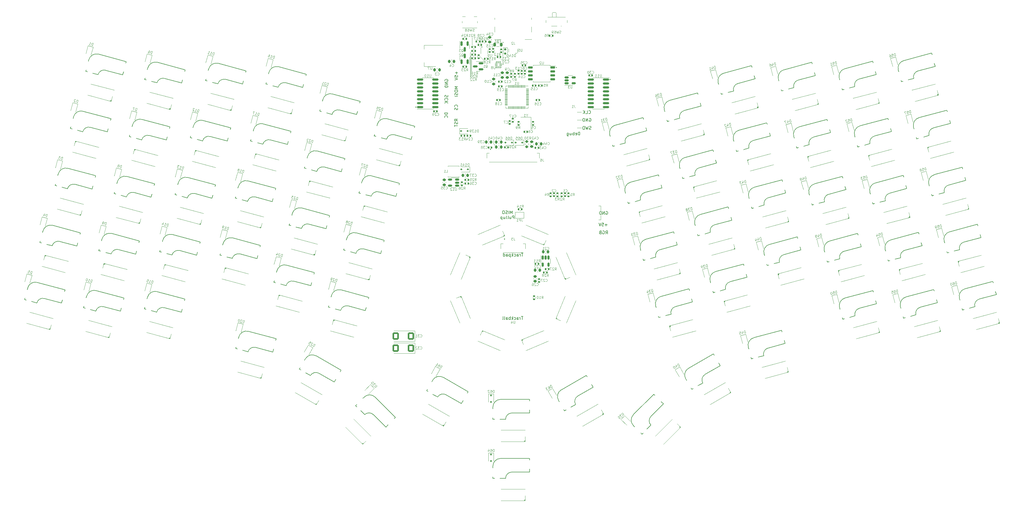
<source format=gbr>
%TF.GenerationSoftware,KiCad,Pcbnew,(7.0.0)*%
%TF.CreationDate,2023-04-19T00:26:00+01:00*%
%TF.ProjectId,Honeydew,486f6e65-7964-4657-972e-6b696361645f,V2.0*%
%TF.SameCoordinates,Original*%
%TF.FileFunction,Legend,Bot*%
%TF.FilePolarity,Positive*%
%FSLAX46Y46*%
G04 Gerber Fmt 4.6, Leading zero omitted, Abs format (unit mm)*
G04 Created by KiCad (PCBNEW (7.0.0)) date 2023-04-19 00:26:00*
%MOMM*%
%LPD*%
G01*
G04 APERTURE LIST*
G04 Aperture macros list*
%AMRoundRect*
0 Rectangle with rounded corners*
0 $1 Rounding radius*
0 $2 $3 $4 $5 $6 $7 $8 $9 X,Y pos of 4 corners*
0 Add a 4 corners polygon primitive as box body*
4,1,4,$2,$3,$4,$5,$6,$7,$8,$9,$2,$3,0*
0 Add four circle primitives for the rounded corners*
1,1,$1+$1,$2,$3*
1,1,$1+$1,$4,$5*
1,1,$1+$1,$6,$7*
1,1,$1+$1,$8,$9*
0 Add four rect primitives between the rounded corners*
20,1,$1+$1,$2,$3,$4,$5,0*
20,1,$1+$1,$4,$5,$6,$7,0*
20,1,$1+$1,$6,$7,$8,$9,0*
20,1,$1+$1,$8,$9,$2,$3,0*%
%AMRotRect*
0 Rectangle, with rotation*
0 The origin of the aperture is its center*
0 $1 length*
0 $2 width*
0 $3 Rotation angle, in degrees counterclockwise*
0 Add horizontal line*
21,1,$1,$2,0,0,$3*%
G04 Aperture macros list end*
%ADD10C,0.120000*%
%ADD11C,0.150000*%
%ADD12C,0.100000*%
%ADD13C,0.200000*%
%ADD14C,0.127000*%
%ADD15RoundRect,0.250000X0.787500X0.925000X-0.787500X0.925000X-0.787500X-0.925000X0.787500X-0.925000X0*%
%ADD16R,0.300000X0.800000*%
%ADD17R,0.400000X0.800000*%
%ADD18RoundRect,0.140000X0.170000X-0.140000X0.170000X0.140000X-0.170000X0.140000X-0.170000X-0.140000X0*%
%ADD19C,2.200000*%
%ADD20C,4.000000*%
%ADD21C,4.200000*%
%ADD22C,2.000000*%
%ADD23RotRect,4.400000X4.400000X150.000000*%
%ADD24C,3.200000*%
%ADD25C,1.152000*%
%ADD26R,1.700000X1.700000*%
%ADD27O,1.700000X1.700000*%
%ADD28C,5.600000*%
%ADD29C,1.750000*%
%ADD30C,3.000000*%
%ADD31C,3.987800*%
%ADD32RotRect,2.500000X2.500000X150.000000*%
%ADD33RotRect,2.500000X2.500000X135.000000*%
%ADD34RotRect,2.500000X2.500000X165.000000*%
%ADD35RotRect,2.500000X2.500000X195.000000*%
%ADD36RoundRect,0.135000X0.135000X0.185000X-0.135000X0.185000X-0.135000X-0.185000X0.135000X-0.185000X0*%
%ADD37RoundRect,0.112500X-0.157195X0.151994X-0.060138X-0.210228X0.157195X-0.151994X0.060138X0.210228X0*%
%ADD38R,2.500000X2.500000*%
%ADD39RoundRect,0.150000X-0.150000X0.512500X-0.150000X-0.512500X0.150000X-0.512500X0.150000X0.512500X0*%
%ADD40RoundRect,0.112500X-0.060138X0.210228X-0.157195X-0.151994X0.060138X-0.210228X0.157195X0.151994X0*%
%ADD41RoundRect,0.150000X-0.512500X-0.150000X0.512500X-0.150000X0.512500X0.150000X-0.512500X0.150000X0*%
%ADD42C,1.700000*%
%ADD43RoundRect,0.225000X-0.225000X-0.250000X0.225000X-0.250000X0.225000X0.250000X-0.225000X0.250000X0*%
%ADD44RoundRect,0.225000X-0.250000X0.225000X-0.250000X-0.225000X0.250000X-0.225000X0.250000X0.225000X0*%
%ADD45RotRect,1.700000X1.000000X210.000000*%
%ADD46RoundRect,0.112500X-0.191178X0.106130X-0.003678X-0.218630X0.191178X-0.106130X0.003678X0.218630X0*%
%ADD47RotRect,1.700000X1.000000X15.000000*%
%ADD48RoundRect,0.150000X0.200000X-0.150000X0.200000X0.150000X-0.200000X0.150000X-0.200000X-0.150000X0*%
%ADD49RoundRect,0.135000X0.185000X-0.135000X0.185000X0.135000X-0.185000X0.135000X-0.185000X-0.135000X0*%
%ADD50RotRect,2.500000X2.500000X210.000000*%
%ADD51RotRect,1.700000X1.000000X165.000000*%
%ADD52RotRect,1.700000X1.000000X345.000000*%
%ADD53RotRect,1.700000X1.000000X247.500000*%
%ADD54RoundRect,0.140000X-0.170000X0.140000X-0.170000X-0.140000X0.170000X-0.140000X0.170000X0.140000X0*%
%ADD55RoundRect,0.140000X-0.140000X-0.170000X0.140000X-0.170000X0.140000X0.170000X-0.140000X0.170000X0*%
%ADD56RotRect,1.700000X1.000000X195.000000*%
%ADD57RoundRect,0.225000X0.225000X0.250000X-0.225000X0.250000X-0.225000X-0.250000X0.225000X-0.250000X0*%
%ADD58RotRect,1.700000X1.000000X225.000000*%
%ADD59RoundRect,0.225000X0.250000X-0.225000X0.250000X0.225000X-0.250000X0.225000X-0.250000X-0.225000X0*%
%ADD60R,1.700000X1.000000*%
%ADD61RoundRect,0.112500X-0.003678X0.218630X-0.191178X-0.106130X0.003678X-0.218630X0.191178X0.106130X0*%
%ADD62R,1.000000X0.800000*%
%ADD63C,0.900000*%
%ADD64R,0.700000X1.500000*%
%ADD65RoundRect,0.112500X0.187500X0.112500X-0.187500X0.112500X-0.187500X-0.112500X0.187500X-0.112500X0*%
%ADD66RoundRect,0.140000X0.140000X0.170000X-0.140000X0.170000X-0.140000X-0.170000X0.140000X-0.170000X0*%
%ADD67R,1.200000X1.200000*%
%ADD68C,1.200000*%
%ADD69R,2.000000X1.500000*%
%ADD70R,2.000000X3.800000*%
%ADD71RoundRect,0.135000X-0.135000X-0.185000X0.135000X-0.185000X0.135000X0.185000X-0.135000X0.185000X0*%
%ADD72RoundRect,0.050000X0.387500X0.050000X-0.387500X0.050000X-0.387500X-0.050000X0.387500X-0.050000X0*%
%ADD73RoundRect,0.050000X0.050000X0.387500X-0.050000X0.387500X-0.050000X-0.387500X0.050000X-0.387500X0*%
%ADD74R,3.200000X3.200000*%
%ADD75RoundRect,0.150000X0.512500X0.150000X-0.512500X0.150000X-0.512500X-0.150000X0.512500X-0.150000X0*%
%ADD76RoundRect,0.150000X0.150000X-0.587500X0.150000X0.587500X-0.150000X0.587500X-0.150000X-0.587500X0*%
%ADD77C,0.750000*%
%ADD78R,1.550000X1.000000*%
%ADD79RoundRect,0.218750X-0.218750X-0.381250X0.218750X-0.381250X0.218750X0.381250X-0.218750X0.381250X0*%
%ADD80RoundRect,0.112500X-0.187500X-0.112500X0.187500X-0.112500X0.187500X0.112500X-0.187500X0.112500X0*%
%ADD81RoundRect,0.150000X-0.825000X-0.150000X0.825000X-0.150000X0.825000X0.150000X-0.825000X0.150000X0*%
%ADD82R,1.000000X1.500000*%
%ADD83R,0.300000X0.550000*%
%ADD84R,0.600000X1.050000*%
%ADD85R,0.300000X1.050000*%
%ADD86O,1.000000X2.200000*%
%ADD87O,1.000000X1.800000*%
%ADD88RotRect,1.700000X1.000000X157.500000*%
%ADD89RoundRect,0.150000X0.587500X0.150000X-0.587500X0.150000X-0.587500X-0.150000X0.587500X-0.150000X0*%
%ADD90R,0.800000X2.700000*%
%ADD91RoundRect,0.135000X-0.185000X0.135000X-0.185000X-0.135000X0.185000X-0.135000X0.185000X0.135000X0*%
%ADD92RoundRect,0.200000X0.275000X-0.200000X0.275000X0.200000X-0.275000X0.200000X-0.275000X-0.200000X0*%
%ADD93RotRect,1.700000X1.000000X150.000000*%
%ADD94RotRect,1.700000X1.000000X67.500000*%
%ADD95RoundRect,0.050000X0.375000X0.050000X-0.375000X0.050000X-0.375000X-0.050000X0.375000X-0.050000X0*%
%ADD96RoundRect,0.050000X0.050000X0.275000X-0.050000X0.275000X-0.050000X-0.275000X0.050000X-0.275000X0*%
%ADD97RoundRect,0.112500X-0.112500X0.187500X-0.112500X-0.187500X0.112500X-0.187500X0.112500X0.187500X0*%
%ADD98RotRect,1.700000X1.000000X337.500000*%
%ADD99RotRect,1.700000X1.000000X202.500000*%
%ADD100RoundRect,0.150000X0.650000X0.150000X-0.650000X0.150000X-0.650000X-0.150000X0.650000X-0.150000X0*%
%ADD101C,3.048000*%
%ADD102RoundRect,0.112500X-0.212132X0.053033X0.053033X-0.212132X0.212132X-0.053033X-0.053033X0.212132X0*%
%ADD103RoundRect,0.150000X0.825000X0.150000X-0.825000X0.150000X-0.825000X-0.150000X0.825000X-0.150000X0*%
%ADD104RotRect,1.700000X1.000000X135.000000*%
%ADD105RotRect,1.700000X1.000000X292.500000*%
%ADD106RotRect,1.700000X1.000000X22.500000*%
%ADD107RotRect,1.700000X1.000000X112.500000*%
%ADD108R,1.200000X1.400000*%
%ADD109RotRect,2.500000X2.500000X225.000000*%
%ADD110R,0.300000X0.500000*%
%ADD111R,1.600000X0.900000*%
%ADD112RoundRect,0.112500X0.053033X0.212132X-0.212132X-0.053033X-0.053033X-0.212132X0.212132X0.053033X0*%
%ADD113RoundRect,0.150000X-0.150000X0.587500X-0.150000X-0.587500X0.150000X-0.587500X0.150000X0.587500X0*%
G04 APERTURE END LIST*
D10*
X211000000Y-76200000D02*
X211000000Y-76100000D01*
X208700000Y-102400001D02*
X208700000Y-103600001D01*
X211700004Y-75500004D02*
X211699995Y-74500003D01*
X211500000Y-76700000D02*
X211000000Y-76200000D01*
X205599995Y-76700001D02*
X204499998Y-75600005D01*
X201599999Y-80200001D02*
X201599998Y-76500003D01*
X235650000Y-98450000D02*
X237050000Y-98450000D01*
X243299991Y-125100000D02*
X243299991Y-123620009D01*
X242599991Y-123620009D02*
X243299991Y-123620009D01*
X201799994Y-71800002D02*
X201799994Y-69200000D01*
X204600000Y-71100005D02*
X204599997Y-69300003D01*
X237050000Y-93350000D02*
X235650000Y-93350000D01*
X201199998Y-74200007D02*
X201199998Y-82200003D01*
X242599993Y-128070008D02*
X243299991Y-128070009D01*
X243300000Y-128070009D02*
X243300000Y-126600000D01*
X208700000Y-103600001D02*
X209200000Y-104100001D01*
X211699995Y-74500003D02*
X211499998Y-74300000D01*
X201399999Y-81300002D02*
X201399997Y-75200007D01*
X201199998Y-74200007D02*
X201400004Y-74000002D01*
X235650000Y-95900000D02*
X237050000Y-95900000D01*
D11*
X193917380Y-93588095D02*
X192917380Y-93588095D01*
X192917380Y-93588095D02*
X192917380Y-93826190D01*
X192917380Y-93826190D02*
X192965000Y-93969047D01*
X192965000Y-93969047D02*
X193060238Y-94064285D01*
X193060238Y-94064285D02*
X193155476Y-94111904D01*
X193155476Y-94111904D02*
X193345952Y-94159523D01*
X193345952Y-94159523D02*
X193488809Y-94159523D01*
X193488809Y-94159523D02*
X193679285Y-94111904D01*
X193679285Y-94111904D02*
X193774523Y-94064285D01*
X193774523Y-94064285D02*
X193869761Y-93969047D01*
X193869761Y-93969047D02*
X193917380Y-93826190D01*
X193917380Y-93826190D02*
X193917380Y-93588095D01*
X193822142Y-95159523D02*
X193869761Y-95111904D01*
X193869761Y-95111904D02*
X193917380Y-94969047D01*
X193917380Y-94969047D02*
X193917380Y-94873809D01*
X193917380Y-94873809D02*
X193869761Y-94730952D01*
X193869761Y-94730952D02*
X193774523Y-94635714D01*
X193774523Y-94635714D02*
X193679285Y-94588095D01*
X193679285Y-94588095D02*
X193488809Y-94540476D01*
X193488809Y-94540476D02*
X193345952Y-94540476D01*
X193345952Y-94540476D02*
X193155476Y-94588095D01*
X193155476Y-94588095D02*
X193060238Y-94635714D01*
X193060238Y-94635714D02*
X192965000Y-94730952D01*
X192965000Y-94730952D02*
X192917380Y-94873809D01*
X192917380Y-94873809D02*
X192917380Y-94969047D01*
X192917380Y-94969047D02*
X192965000Y-95111904D01*
X192965000Y-95111904D02*
X193012619Y-95159523D01*
X236547618Y-100767380D02*
X236547618Y-99767380D01*
X236547618Y-99767380D02*
X236309523Y-99767380D01*
X236309523Y-99767380D02*
X236166666Y-99815000D01*
X236166666Y-99815000D02*
X236071428Y-99910238D01*
X236071428Y-99910238D02*
X236023809Y-100005476D01*
X236023809Y-100005476D02*
X235976190Y-100195952D01*
X235976190Y-100195952D02*
X235976190Y-100338809D01*
X235976190Y-100338809D02*
X236023809Y-100529285D01*
X236023809Y-100529285D02*
X236071428Y-100624523D01*
X236071428Y-100624523D02*
X236166666Y-100719761D01*
X236166666Y-100719761D02*
X236309523Y-100767380D01*
X236309523Y-100767380D02*
X236547618Y-100767380D01*
X235166666Y-100719761D02*
X235261904Y-100767380D01*
X235261904Y-100767380D02*
X235452380Y-100767380D01*
X235452380Y-100767380D02*
X235547618Y-100719761D01*
X235547618Y-100719761D02*
X235595237Y-100624523D01*
X235595237Y-100624523D02*
X235595237Y-100243571D01*
X235595237Y-100243571D02*
X235547618Y-100148333D01*
X235547618Y-100148333D02*
X235452380Y-100100714D01*
X235452380Y-100100714D02*
X235261904Y-100100714D01*
X235261904Y-100100714D02*
X235166666Y-100148333D01*
X235166666Y-100148333D02*
X235119047Y-100243571D01*
X235119047Y-100243571D02*
X235119047Y-100338809D01*
X235119047Y-100338809D02*
X235595237Y-100434047D01*
X234690475Y-100767380D02*
X234690475Y-99767380D01*
X234690475Y-100148333D02*
X234595237Y-100100714D01*
X234595237Y-100100714D02*
X234404761Y-100100714D01*
X234404761Y-100100714D02*
X234309523Y-100148333D01*
X234309523Y-100148333D02*
X234261904Y-100195952D01*
X234261904Y-100195952D02*
X234214285Y-100291190D01*
X234214285Y-100291190D02*
X234214285Y-100576904D01*
X234214285Y-100576904D02*
X234261904Y-100672142D01*
X234261904Y-100672142D02*
X234309523Y-100719761D01*
X234309523Y-100719761D02*
X234404761Y-100767380D01*
X234404761Y-100767380D02*
X234595237Y-100767380D01*
X234595237Y-100767380D02*
X234690475Y-100719761D01*
X233357142Y-100100714D02*
X233357142Y-100767380D01*
X233785713Y-100100714D02*
X233785713Y-100624523D01*
X233785713Y-100624523D02*
X233738094Y-100719761D01*
X233738094Y-100719761D02*
X233642856Y-100767380D01*
X233642856Y-100767380D02*
X233499999Y-100767380D01*
X233499999Y-100767380D02*
X233404761Y-100719761D01*
X233404761Y-100719761D02*
X233357142Y-100672142D01*
X232452380Y-100100714D02*
X232452380Y-100910238D01*
X232452380Y-100910238D02*
X232499999Y-101005476D01*
X232499999Y-101005476D02*
X232547618Y-101053095D01*
X232547618Y-101053095D02*
X232642856Y-101100714D01*
X232642856Y-101100714D02*
X232785713Y-101100714D01*
X232785713Y-101100714D02*
X232880951Y-101053095D01*
X232452380Y-100719761D02*
X232547618Y-100767380D01*
X232547618Y-100767380D02*
X232738094Y-100767380D01*
X232738094Y-100767380D02*
X232833332Y-100719761D01*
X232833332Y-100719761D02*
X232880951Y-100672142D01*
X232880951Y-100672142D02*
X232928570Y-100576904D01*
X232928570Y-100576904D02*
X232928570Y-100291190D01*
X232928570Y-100291190D02*
X232880951Y-100195952D01*
X232880951Y-100195952D02*
X232833332Y-100148333D01*
X232833332Y-100148333D02*
X232738094Y-100100714D01*
X232738094Y-100100714D02*
X232547618Y-100100714D01*
X232547618Y-100100714D02*
X232452380Y-100148333D01*
X245385713Y-129686428D02*
X244623809Y-129686428D01*
X245004761Y-130067380D02*
X245004761Y-129305476D01*
X243671428Y-129067380D02*
X244147618Y-129067380D01*
X244147618Y-129067380D02*
X244195237Y-129543571D01*
X244195237Y-129543571D02*
X244147618Y-129495952D01*
X244147618Y-129495952D02*
X244052380Y-129448333D01*
X244052380Y-129448333D02*
X243814285Y-129448333D01*
X243814285Y-129448333D02*
X243719047Y-129495952D01*
X243719047Y-129495952D02*
X243671428Y-129543571D01*
X243671428Y-129543571D02*
X243623809Y-129638809D01*
X243623809Y-129638809D02*
X243623809Y-129876904D01*
X243623809Y-129876904D02*
X243671428Y-129972142D01*
X243671428Y-129972142D02*
X243719047Y-130019761D01*
X243719047Y-130019761D02*
X243814285Y-130067380D01*
X243814285Y-130067380D02*
X244052380Y-130067380D01*
X244052380Y-130067380D02*
X244147618Y-130019761D01*
X244147618Y-130019761D02*
X244195237Y-129972142D01*
X243338094Y-129067380D02*
X243004761Y-130067380D01*
X243004761Y-130067380D02*
X242671428Y-129067380D01*
X239395238Y-93772143D02*
X239442857Y-93819762D01*
X239442857Y-93819762D02*
X239585714Y-93867381D01*
X239585714Y-93867381D02*
X239680952Y-93867381D01*
X239680952Y-93867381D02*
X239823809Y-93819762D01*
X239823809Y-93819762D02*
X239919047Y-93724524D01*
X239919047Y-93724524D02*
X239966666Y-93629286D01*
X239966666Y-93629286D02*
X240014285Y-93438810D01*
X240014285Y-93438810D02*
X240014285Y-93295953D01*
X240014285Y-93295953D02*
X239966666Y-93105477D01*
X239966666Y-93105477D02*
X239919047Y-93010239D01*
X239919047Y-93010239D02*
X239823809Y-92915001D01*
X239823809Y-92915001D02*
X239680952Y-92867381D01*
X239680952Y-92867381D02*
X239585714Y-92867381D01*
X239585714Y-92867381D02*
X239442857Y-92915001D01*
X239442857Y-92915001D02*
X239395238Y-92962620D01*
X238490476Y-93867381D02*
X238966666Y-93867381D01*
X238966666Y-93867381D02*
X238966666Y-92867381D01*
X238157142Y-93867381D02*
X238157142Y-92867381D01*
X237585714Y-93867381D02*
X238014285Y-93295953D01*
X237585714Y-92867381D02*
X238157142Y-93438810D01*
X218209528Y-159267379D02*
X217638100Y-159267379D01*
X217923814Y-160267379D02*
X217923814Y-159267379D01*
X217304766Y-160267379D02*
X217304766Y-159600713D01*
X217304766Y-159791189D02*
X217257147Y-159695951D01*
X217257147Y-159695951D02*
X217209528Y-159648332D01*
X217209528Y-159648332D02*
X217114290Y-159600713D01*
X217114290Y-159600713D02*
X217019052Y-159600713D01*
X216257147Y-160267379D02*
X216257147Y-159743570D01*
X216257147Y-159743570D02*
X216304766Y-159648332D01*
X216304766Y-159648332D02*
X216400004Y-159600713D01*
X216400004Y-159600713D02*
X216590480Y-159600713D01*
X216590480Y-159600713D02*
X216685718Y-159648332D01*
X216257147Y-160219760D02*
X216352385Y-160267379D01*
X216352385Y-160267379D02*
X216590480Y-160267379D01*
X216590480Y-160267379D02*
X216685718Y-160219760D01*
X216685718Y-160219760D02*
X216733337Y-160124522D01*
X216733337Y-160124522D02*
X216733337Y-160029284D01*
X216733337Y-160029284D02*
X216685718Y-159934046D01*
X216685718Y-159934046D02*
X216590480Y-159886427D01*
X216590480Y-159886427D02*
X216352385Y-159886427D01*
X216352385Y-159886427D02*
X216257147Y-159838808D01*
X215352385Y-160219760D02*
X215447623Y-160267379D01*
X215447623Y-160267379D02*
X215638099Y-160267379D01*
X215638099Y-160267379D02*
X215733337Y-160219760D01*
X215733337Y-160219760D02*
X215780956Y-160172141D01*
X215780956Y-160172141D02*
X215828575Y-160076903D01*
X215828575Y-160076903D02*
X215828575Y-159791189D01*
X215828575Y-159791189D02*
X215780956Y-159695951D01*
X215780956Y-159695951D02*
X215733337Y-159648332D01*
X215733337Y-159648332D02*
X215638099Y-159600713D01*
X215638099Y-159600713D02*
X215447623Y-159600713D01*
X215447623Y-159600713D02*
X215352385Y-159648332D01*
X214923813Y-160267379D02*
X214923813Y-159267379D01*
X214828575Y-159886427D02*
X214542861Y-160267379D01*
X214542861Y-159600713D02*
X214923813Y-159981665D01*
X214114289Y-160267379D02*
X214114289Y-159267379D01*
X214114289Y-159648332D02*
X214019051Y-159600713D01*
X214019051Y-159600713D02*
X213828575Y-159600713D01*
X213828575Y-159600713D02*
X213733337Y-159648332D01*
X213733337Y-159648332D02*
X213685718Y-159695951D01*
X213685718Y-159695951D02*
X213638099Y-159791189D01*
X213638099Y-159791189D02*
X213638099Y-160076903D01*
X213638099Y-160076903D02*
X213685718Y-160172141D01*
X213685718Y-160172141D02*
X213733337Y-160219760D01*
X213733337Y-160219760D02*
X213828575Y-160267379D01*
X213828575Y-160267379D02*
X214019051Y-160267379D01*
X214019051Y-160267379D02*
X214114289Y-160219760D01*
X212780956Y-160267379D02*
X212780956Y-159743570D01*
X212780956Y-159743570D02*
X212828575Y-159648332D01*
X212828575Y-159648332D02*
X212923813Y-159600713D01*
X212923813Y-159600713D02*
X213114289Y-159600713D01*
X213114289Y-159600713D02*
X213209527Y-159648332D01*
X212780956Y-160219760D02*
X212876194Y-160267379D01*
X212876194Y-160267379D02*
X213114289Y-160267379D01*
X213114289Y-160267379D02*
X213209527Y-160219760D01*
X213209527Y-160219760D02*
X213257146Y-160124522D01*
X213257146Y-160124522D02*
X213257146Y-160029284D01*
X213257146Y-160029284D02*
X213209527Y-159934046D01*
X213209527Y-159934046D02*
X213114289Y-159886427D01*
X213114289Y-159886427D02*
X212876194Y-159886427D01*
X212876194Y-159886427D02*
X212780956Y-159838808D01*
X212161908Y-160267379D02*
X212257146Y-160219760D01*
X212257146Y-160219760D02*
X212304765Y-160124522D01*
X212304765Y-160124522D02*
X212304765Y-159267379D01*
X211638098Y-160267379D02*
X211733336Y-160219760D01*
X211733336Y-160219760D02*
X211780955Y-160124522D01*
X211780955Y-160124522D02*
X211780955Y-159267379D01*
X244890476Y-132667380D02*
X245223809Y-132191190D01*
X245461904Y-132667380D02*
X245461904Y-131667380D01*
X245461904Y-131667380D02*
X245080952Y-131667380D01*
X245080952Y-131667380D02*
X244985714Y-131715000D01*
X244985714Y-131715000D02*
X244938095Y-131762619D01*
X244938095Y-131762619D02*
X244890476Y-131857857D01*
X244890476Y-131857857D02*
X244890476Y-132000714D01*
X244890476Y-132000714D02*
X244938095Y-132095952D01*
X244938095Y-132095952D02*
X244985714Y-132143571D01*
X244985714Y-132143571D02*
X245080952Y-132191190D01*
X245080952Y-132191190D02*
X245461904Y-132191190D01*
X243938095Y-131715000D02*
X244033333Y-131667380D01*
X244033333Y-131667380D02*
X244176190Y-131667380D01*
X244176190Y-131667380D02*
X244319047Y-131715000D01*
X244319047Y-131715000D02*
X244414285Y-131810238D01*
X244414285Y-131810238D02*
X244461904Y-131905476D01*
X244461904Y-131905476D02*
X244509523Y-132095952D01*
X244509523Y-132095952D02*
X244509523Y-132238809D01*
X244509523Y-132238809D02*
X244461904Y-132429285D01*
X244461904Y-132429285D02*
X244414285Y-132524523D01*
X244414285Y-132524523D02*
X244319047Y-132619761D01*
X244319047Y-132619761D02*
X244176190Y-132667380D01*
X244176190Y-132667380D02*
X244080952Y-132667380D01*
X244080952Y-132667380D02*
X243938095Y-132619761D01*
X243938095Y-132619761D02*
X243890476Y-132572142D01*
X243890476Y-132572142D02*
X243890476Y-132238809D01*
X243890476Y-132238809D02*
X244080952Y-132238809D01*
X243128571Y-132143571D02*
X242985714Y-132191190D01*
X242985714Y-132191190D02*
X242938095Y-132238809D01*
X242938095Y-132238809D02*
X242890476Y-132334047D01*
X242890476Y-132334047D02*
X242890476Y-132476904D01*
X242890476Y-132476904D02*
X242938095Y-132572142D01*
X242938095Y-132572142D02*
X242985714Y-132619761D01*
X242985714Y-132619761D02*
X243080952Y-132667380D01*
X243080952Y-132667380D02*
X243461904Y-132667380D01*
X243461904Y-132667380D02*
X243461904Y-131667380D01*
X243461904Y-131667380D02*
X243128571Y-131667380D01*
X243128571Y-131667380D02*
X243033333Y-131715000D01*
X243033333Y-131715000D02*
X242985714Y-131762619D01*
X242985714Y-131762619D02*
X242938095Y-131857857D01*
X242938095Y-131857857D02*
X242938095Y-131953095D01*
X242938095Y-131953095D02*
X242985714Y-132048333D01*
X242985714Y-132048333D02*
X243033333Y-132095952D01*
X243033333Y-132095952D02*
X243128571Y-132143571D01*
X243128571Y-132143571D02*
X243461904Y-132143571D01*
X197022142Y-91683333D02*
X197069761Y-91635714D01*
X197069761Y-91635714D02*
X197117380Y-91492857D01*
X197117380Y-91492857D02*
X197117380Y-91397619D01*
X197117380Y-91397619D02*
X197069761Y-91254762D01*
X197069761Y-91254762D02*
X196974523Y-91159524D01*
X196974523Y-91159524D02*
X196879285Y-91111905D01*
X196879285Y-91111905D02*
X196688809Y-91064286D01*
X196688809Y-91064286D02*
X196545952Y-91064286D01*
X196545952Y-91064286D02*
X196355476Y-91111905D01*
X196355476Y-91111905D02*
X196260238Y-91159524D01*
X196260238Y-91159524D02*
X196165000Y-91254762D01*
X196165000Y-91254762D02*
X196117380Y-91397619D01*
X196117380Y-91397619D02*
X196117380Y-91492857D01*
X196117380Y-91492857D02*
X196165000Y-91635714D01*
X196165000Y-91635714D02*
X196212619Y-91683333D01*
X197069761Y-92064286D02*
X197117380Y-92207143D01*
X197117380Y-92207143D02*
X197117380Y-92445238D01*
X197117380Y-92445238D02*
X197069761Y-92540476D01*
X197069761Y-92540476D02*
X197022142Y-92588095D01*
X197022142Y-92588095D02*
X196926904Y-92635714D01*
X196926904Y-92635714D02*
X196831666Y-92635714D01*
X196831666Y-92635714D02*
X196736428Y-92588095D01*
X196736428Y-92588095D02*
X196688809Y-92540476D01*
X196688809Y-92540476D02*
X196641190Y-92445238D01*
X196641190Y-92445238D02*
X196593571Y-92254762D01*
X196593571Y-92254762D02*
X196545952Y-92159524D01*
X196545952Y-92159524D02*
X196498333Y-92111905D01*
X196498333Y-92111905D02*
X196403095Y-92064286D01*
X196403095Y-92064286D02*
X196307857Y-92064286D01*
X196307857Y-92064286D02*
X196212619Y-92111905D01*
X196212619Y-92111905D02*
X196165000Y-92159524D01*
X196165000Y-92159524D02*
X196117380Y-92254762D01*
X196117380Y-92254762D02*
X196117380Y-92492857D01*
X196117380Y-92492857D02*
X196165000Y-92635714D01*
X218238095Y-138867380D02*
X217666667Y-138867380D01*
X217952381Y-139867380D02*
X217952381Y-138867380D01*
X217333333Y-139867380D02*
X217333333Y-139200714D01*
X217333333Y-139391190D02*
X217285714Y-139295952D01*
X217285714Y-139295952D02*
X217238095Y-139248333D01*
X217238095Y-139248333D02*
X217142857Y-139200714D01*
X217142857Y-139200714D02*
X217047619Y-139200714D01*
X216285714Y-139867380D02*
X216285714Y-139343571D01*
X216285714Y-139343571D02*
X216333333Y-139248333D01*
X216333333Y-139248333D02*
X216428571Y-139200714D01*
X216428571Y-139200714D02*
X216619047Y-139200714D01*
X216619047Y-139200714D02*
X216714285Y-139248333D01*
X216285714Y-139819761D02*
X216380952Y-139867380D01*
X216380952Y-139867380D02*
X216619047Y-139867380D01*
X216619047Y-139867380D02*
X216714285Y-139819761D01*
X216714285Y-139819761D02*
X216761904Y-139724523D01*
X216761904Y-139724523D02*
X216761904Y-139629285D01*
X216761904Y-139629285D02*
X216714285Y-139534047D01*
X216714285Y-139534047D02*
X216619047Y-139486428D01*
X216619047Y-139486428D02*
X216380952Y-139486428D01*
X216380952Y-139486428D02*
X216285714Y-139438809D01*
X215380952Y-139819761D02*
X215476190Y-139867380D01*
X215476190Y-139867380D02*
X215666666Y-139867380D01*
X215666666Y-139867380D02*
X215761904Y-139819761D01*
X215761904Y-139819761D02*
X215809523Y-139772142D01*
X215809523Y-139772142D02*
X215857142Y-139676904D01*
X215857142Y-139676904D02*
X215857142Y-139391190D01*
X215857142Y-139391190D02*
X215809523Y-139295952D01*
X215809523Y-139295952D02*
X215761904Y-139248333D01*
X215761904Y-139248333D02*
X215666666Y-139200714D01*
X215666666Y-139200714D02*
X215476190Y-139200714D01*
X215476190Y-139200714D02*
X215380952Y-139248333D01*
X214952380Y-139867380D02*
X214952380Y-138867380D01*
X214857142Y-139486428D02*
X214571428Y-139867380D01*
X214571428Y-139200714D02*
X214952380Y-139581666D01*
X214142856Y-139200714D02*
X214142856Y-140200714D01*
X214142856Y-139248333D02*
X214047618Y-139200714D01*
X214047618Y-139200714D02*
X213857142Y-139200714D01*
X213857142Y-139200714D02*
X213761904Y-139248333D01*
X213761904Y-139248333D02*
X213714285Y-139295952D01*
X213714285Y-139295952D02*
X213666666Y-139391190D01*
X213666666Y-139391190D02*
X213666666Y-139676904D01*
X213666666Y-139676904D02*
X213714285Y-139772142D01*
X213714285Y-139772142D02*
X213761904Y-139819761D01*
X213761904Y-139819761D02*
X213857142Y-139867380D01*
X213857142Y-139867380D02*
X214047618Y-139867380D01*
X214047618Y-139867380D02*
X214142856Y-139819761D01*
X212809523Y-139867380D02*
X212809523Y-139343571D01*
X212809523Y-139343571D02*
X212857142Y-139248333D01*
X212857142Y-139248333D02*
X212952380Y-139200714D01*
X212952380Y-139200714D02*
X213142856Y-139200714D01*
X213142856Y-139200714D02*
X213238094Y-139248333D01*
X212809523Y-139819761D02*
X212904761Y-139867380D01*
X212904761Y-139867380D02*
X213142856Y-139867380D01*
X213142856Y-139867380D02*
X213238094Y-139819761D01*
X213238094Y-139819761D02*
X213285713Y-139724523D01*
X213285713Y-139724523D02*
X213285713Y-139629285D01*
X213285713Y-139629285D02*
X213238094Y-139534047D01*
X213238094Y-139534047D02*
X213142856Y-139486428D01*
X213142856Y-139486428D02*
X212904761Y-139486428D01*
X212904761Y-139486428D02*
X212809523Y-139438809D01*
X211904761Y-139867380D02*
X211904761Y-138867380D01*
X211904761Y-139819761D02*
X211999999Y-139867380D01*
X211999999Y-139867380D02*
X212190475Y-139867380D01*
X212190475Y-139867380D02*
X212285713Y-139819761D01*
X212285713Y-139819761D02*
X212333332Y-139772142D01*
X212333332Y-139772142D02*
X212380951Y-139676904D01*
X212380951Y-139676904D02*
X212380951Y-139391190D01*
X212380951Y-139391190D02*
X212333332Y-139295952D01*
X212333332Y-139295952D02*
X212285713Y-139248333D01*
X212285713Y-139248333D02*
X212190475Y-139200714D01*
X212190475Y-139200714D02*
X211999999Y-139200714D01*
X211999999Y-139200714D02*
X211904761Y-139248333D01*
X239561903Y-95415000D02*
X239657141Y-95367380D01*
X239657141Y-95367380D02*
X239799998Y-95367380D01*
X239799998Y-95367380D02*
X239942855Y-95415000D01*
X239942855Y-95415000D02*
X240038093Y-95510238D01*
X240038093Y-95510238D02*
X240085712Y-95605476D01*
X240085712Y-95605476D02*
X240133331Y-95795952D01*
X240133331Y-95795952D02*
X240133331Y-95938809D01*
X240133331Y-95938809D02*
X240085712Y-96129285D01*
X240085712Y-96129285D02*
X240038093Y-96224523D01*
X240038093Y-96224523D02*
X239942855Y-96319761D01*
X239942855Y-96319761D02*
X239799998Y-96367380D01*
X239799998Y-96367380D02*
X239704760Y-96367380D01*
X239704760Y-96367380D02*
X239561903Y-96319761D01*
X239561903Y-96319761D02*
X239514284Y-96272142D01*
X239514284Y-96272142D02*
X239514284Y-95938809D01*
X239514284Y-95938809D02*
X239704760Y-95938809D01*
X239085712Y-96367380D02*
X239085712Y-95367380D01*
X239085712Y-95367380D02*
X238514284Y-96367380D01*
X238514284Y-96367380D02*
X238514284Y-95367380D01*
X238038093Y-96367380D02*
X238038093Y-95367380D01*
X238038093Y-95367380D02*
X237799998Y-95367380D01*
X237799998Y-95367380D02*
X237657141Y-95415000D01*
X237657141Y-95415000D02*
X237561903Y-95510238D01*
X237561903Y-95510238D02*
X237514284Y-95605476D01*
X237514284Y-95605476D02*
X237466665Y-95795952D01*
X237466665Y-95795952D02*
X237466665Y-95938809D01*
X237466665Y-95938809D02*
X237514284Y-96129285D01*
X237514284Y-96129285D02*
X237561903Y-96224523D01*
X237561903Y-96224523D02*
X237657141Y-96319761D01*
X237657141Y-96319761D02*
X237799998Y-96367380D01*
X237799998Y-96367380D02*
X238038093Y-96367380D01*
X214771427Y-126157380D02*
X214771427Y-125157380D01*
X214771427Y-125157380D02*
X214438094Y-125871666D01*
X214438094Y-125871666D02*
X214104761Y-125157380D01*
X214104761Y-125157380D02*
X214104761Y-126157380D01*
X213628570Y-126157380D02*
X213628570Y-125157380D01*
X213199999Y-126109761D02*
X213057142Y-126157380D01*
X213057142Y-126157380D02*
X212819047Y-126157380D01*
X212819047Y-126157380D02*
X212723809Y-126109761D01*
X212723809Y-126109761D02*
X212676190Y-126062142D01*
X212676190Y-126062142D02*
X212628571Y-125966904D01*
X212628571Y-125966904D02*
X212628571Y-125871666D01*
X212628571Y-125871666D02*
X212676190Y-125776428D01*
X212676190Y-125776428D02*
X212723809Y-125728809D01*
X212723809Y-125728809D02*
X212819047Y-125681190D01*
X212819047Y-125681190D02*
X213009523Y-125633571D01*
X213009523Y-125633571D02*
X213104761Y-125585952D01*
X213104761Y-125585952D02*
X213152380Y-125538333D01*
X213152380Y-125538333D02*
X213199999Y-125443095D01*
X213199999Y-125443095D02*
X213199999Y-125347857D01*
X213199999Y-125347857D02*
X213152380Y-125252619D01*
X213152380Y-125252619D02*
X213104761Y-125205000D01*
X213104761Y-125205000D02*
X213009523Y-125157380D01*
X213009523Y-125157380D02*
X212771428Y-125157380D01*
X212771428Y-125157380D02*
X212628571Y-125205000D01*
X212009523Y-125157380D02*
X211819047Y-125157380D01*
X211819047Y-125157380D02*
X211723809Y-125205000D01*
X211723809Y-125205000D02*
X211628571Y-125300238D01*
X211628571Y-125300238D02*
X211580952Y-125490714D01*
X211580952Y-125490714D02*
X211580952Y-125824047D01*
X211580952Y-125824047D02*
X211628571Y-126014523D01*
X211628571Y-126014523D02*
X211723809Y-126109761D01*
X211723809Y-126109761D02*
X211819047Y-126157380D01*
X211819047Y-126157380D02*
X212009523Y-126157380D01*
X212009523Y-126157380D02*
X212104761Y-126109761D01*
X212104761Y-126109761D02*
X212199999Y-126014523D01*
X212199999Y-126014523D02*
X212247618Y-125824047D01*
X212247618Y-125824047D02*
X212247618Y-125490714D01*
X212247618Y-125490714D02*
X212199999Y-125300238D01*
X212199999Y-125300238D02*
X212104761Y-125205000D01*
X212104761Y-125205000D02*
X212009523Y-125157380D01*
X215342857Y-127777380D02*
X215342857Y-126777380D01*
X215342857Y-126777380D02*
X214961905Y-126777380D01*
X214961905Y-126777380D02*
X214866667Y-126825000D01*
X214866667Y-126825000D02*
X214819048Y-126872619D01*
X214819048Y-126872619D02*
X214771429Y-126967857D01*
X214771429Y-126967857D02*
X214771429Y-127110714D01*
X214771429Y-127110714D02*
X214819048Y-127205952D01*
X214819048Y-127205952D02*
X214866667Y-127253571D01*
X214866667Y-127253571D02*
X214961905Y-127301190D01*
X214961905Y-127301190D02*
X215342857Y-127301190D01*
X213914286Y-127110714D02*
X213914286Y-127777380D01*
X214342857Y-127110714D02*
X214342857Y-127634523D01*
X214342857Y-127634523D02*
X214295238Y-127729761D01*
X214295238Y-127729761D02*
X214200000Y-127777380D01*
X214200000Y-127777380D02*
X214057143Y-127777380D01*
X214057143Y-127777380D02*
X213961905Y-127729761D01*
X213961905Y-127729761D02*
X213914286Y-127682142D01*
X213295238Y-127777380D02*
X213390476Y-127729761D01*
X213390476Y-127729761D02*
X213438095Y-127634523D01*
X213438095Y-127634523D02*
X213438095Y-126777380D01*
X212771428Y-127777380D02*
X212866666Y-127729761D01*
X212866666Y-127729761D02*
X212914285Y-127634523D01*
X212914285Y-127634523D02*
X212914285Y-126777380D01*
X211961904Y-127110714D02*
X211961904Y-127777380D01*
X212390475Y-127110714D02*
X212390475Y-127634523D01*
X212390475Y-127634523D02*
X212342856Y-127729761D01*
X212342856Y-127729761D02*
X212247618Y-127777380D01*
X212247618Y-127777380D02*
X212104761Y-127777380D01*
X212104761Y-127777380D02*
X212009523Y-127729761D01*
X212009523Y-127729761D02*
X211961904Y-127682142D01*
X211485713Y-127110714D02*
X211485713Y-128110714D01*
X211485713Y-127158333D02*
X211390475Y-127110714D01*
X211390475Y-127110714D02*
X211199999Y-127110714D01*
X211199999Y-127110714D02*
X211104761Y-127158333D01*
X211104761Y-127158333D02*
X211057142Y-127205952D01*
X211057142Y-127205952D02*
X211009523Y-127301190D01*
X211009523Y-127301190D02*
X211009523Y-127586904D01*
X211009523Y-127586904D02*
X211057142Y-127682142D01*
X211057142Y-127682142D02*
X211104761Y-127729761D01*
X211104761Y-127729761D02*
X211199999Y-127777380D01*
X211199999Y-127777380D02*
X211390475Y-127777380D01*
X211390475Y-127777380D02*
X211485713Y-127729761D01*
X240157141Y-98919761D02*
X240014284Y-98967380D01*
X240014284Y-98967380D02*
X239776189Y-98967380D01*
X239776189Y-98967380D02*
X239680951Y-98919761D01*
X239680951Y-98919761D02*
X239633332Y-98872142D01*
X239633332Y-98872142D02*
X239585713Y-98776904D01*
X239585713Y-98776904D02*
X239585713Y-98681666D01*
X239585713Y-98681666D02*
X239633332Y-98586428D01*
X239633332Y-98586428D02*
X239680951Y-98538809D01*
X239680951Y-98538809D02*
X239776189Y-98491190D01*
X239776189Y-98491190D02*
X239966665Y-98443571D01*
X239966665Y-98443571D02*
X240061903Y-98395952D01*
X240061903Y-98395952D02*
X240109522Y-98348333D01*
X240109522Y-98348333D02*
X240157141Y-98253095D01*
X240157141Y-98253095D02*
X240157141Y-98157857D01*
X240157141Y-98157857D02*
X240109522Y-98062619D01*
X240109522Y-98062619D02*
X240061903Y-98015000D01*
X240061903Y-98015000D02*
X239966665Y-97967380D01*
X239966665Y-97967380D02*
X239728570Y-97967380D01*
X239728570Y-97967380D02*
X239585713Y-98015000D01*
X239252379Y-97967380D02*
X239014284Y-98967380D01*
X239014284Y-98967380D02*
X238823808Y-98253095D01*
X238823808Y-98253095D02*
X238633332Y-98967380D01*
X238633332Y-98967380D02*
X238395237Y-97967380D01*
X238014284Y-98967380D02*
X238014284Y-97967380D01*
X238014284Y-97967380D02*
X237776189Y-97967380D01*
X237776189Y-97967380D02*
X237633332Y-98015000D01*
X237633332Y-98015000D02*
X237538094Y-98110238D01*
X237538094Y-98110238D02*
X237490475Y-98205476D01*
X237490475Y-98205476D02*
X237442856Y-98395952D01*
X237442856Y-98395952D02*
X237442856Y-98538809D01*
X237442856Y-98538809D02*
X237490475Y-98729285D01*
X237490475Y-98729285D02*
X237538094Y-98824523D01*
X237538094Y-98824523D02*
X237633332Y-98919761D01*
X237633332Y-98919761D02*
X237776189Y-98967380D01*
X237776189Y-98967380D02*
X238014284Y-98967380D01*
X196786428Y-80314286D02*
X196786428Y-81076191D01*
X197167380Y-80695238D02*
X196405476Y-80695238D01*
X196167380Y-82028571D02*
X196167380Y-81552381D01*
X196167380Y-81552381D02*
X196643571Y-81504762D01*
X196643571Y-81504762D02*
X196595952Y-81552381D01*
X196595952Y-81552381D02*
X196548333Y-81647619D01*
X196548333Y-81647619D02*
X196548333Y-81885714D01*
X196548333Y-81885714D02*
X196595952Y-81980952D01*
X196595952Y-81980952D02*
X196643571Y-82028571D01*
X196643571Y-82028571D02*
X196738809Y-82076190D01*
X196738809Y-82076190D02*
X196976904Y-82076190D01*
X196976904Y-82076190D02*
X197072142Y-82028571D01*
X197072142Y-82028571D02*
X197119761Y-81980952D01*
X197119761Y-81980952D02*
X197167380Y-81885714D01*
X197167380Y-81885714D02*
X197167380Y-81647619D01*
X197167380Y-81647619D02*
X197119761Y-81552381D01*
X197119761Y-81552381D02*
X197072142Y-81504762D01*
X196167380Y-82361905D02*
X197167380Y-82695238D01*
X197167380Y-82695238D02*
X196167380Y-83028571D01*
X244961904Y-125415000D02*
X245057142Y-125367380D01*
X245057142Y-125367380D02*
X245199999Y-125367380D01*
X245199999Y-125367380D02*
X245342856Y-125415000D01*
X245342856Y-125415000D02*
X245438094Y-125510238D01*
X245438094Y-125510238D02*
X245485713Y-125605476D01*
X245485713Y-125605476D02*
X245533332Y-125795952D01*
X245533332Y-125795952D02*
X245533332Y-125938809D01*
X245533332Y-125938809D02*
X245485713Y-126129285D01*
X245485713Y-126129285D02*
X245438094Y-126224523D01*
X245438094Y-126224523D02*
X245342856Y-126319761D01*
X245342856Y-126319761D02*
X245199999Y-126367380D01*
X245199999Y-126367380D02*
X245104761Y-126367380D01*
X245104761Y-126367380D02*
X244961904Y-126319761D01*
X244961904Y-126319761D02*
X244914285Y-126272142D01*
X244914285Y-126272142D02*
X244914285Y-125938809D01*
X244914285Y-125938809D02*
X245104761Y-125938809D01*
X244485713Y-126367380D02*
X244485713Y-125367380D01*
X244485713Y-125367380D02*
X243914285Y-126367380D01*
X243914285Y-126367380D02*
X243914285Y-125367380D01*
X243438094Y-126367380D02*
X243438094Y-125367380D01*
X243438094Y-125367380D02*
X243199999Y-125367380D01*
X243199999Y-125367380D02*
X243057142Y-125415000D01*
X243057142Y-125415000D02*
X242961904Y-125510238D01*
X242961904Y-125510238D02*
X242914285Y-125605476D01*
X242914285Y-125605476D02*
X242866666Y-125795952D01*
X242866666Y-125795952D02*
X242866666Y-125938809D01*
X242866666Y-125938809D02*
X242914285Y-126129285D01*
X242914285Y-126129285D02*
X242961904Y-126224523D01*
X242961904Y-126224523D02*
X243057142Y-126319761D01*
X243057142Y-126319761D02*
X243199999Y-126367380D01*
X243199999Y-126367380D02*
X243438094Y-126367380D01*
X193065000Y-83338095D02*
X193017380Y-83242857D01*
X193017380Y-83242857D02*
X193017380Y-83100000D01*
X193017380Y-83100000D02*
X193065000Y-82957143D01*
X193065000Y-82957143D02*
X193160238Y-82861905D01*
X193160238Y-82861905D02*
X193255476Y-82814286D01*
X193255476Y-82814286D02*
X193445952Y-82766667D01*
X193445952Y-82766667D02*
X193588809Y-82766667D01*
X193588809Y-82766667D02*
X193779285Y-82814286D01*
X193779285Y-82814286D02*
X193874523Y-82861905D01*
X193874523Y-82861905D02*
X193969761Y-82957143D01*
X193969761Y-82957143D02*
X194017380Y-83100000D01*
X194017380Y-83100000D02*
X194017380Y-83195238D01*
X194017380Y-83195238D02*
X193969761Y-83338095D01*
X193969761Y-83338095D02*
X193922142Y-83385714D01*
X193922142Y-83385714D02*
X193588809Y-83385714D01*
X193588809Y-83385714D02*
X193588809Y-83195238D01*
X194017380Y-83814286D02*
X193017380Y-83814286D01*
X193017380Y-83814286D02*
X194017380Y-84385714D01*
X194017380Y-84385714D02*
X193017380Y-84385714D01*
X194017380Y-84861905D02*
X193017380Y-84861905D01*
X193017380Y-84861905D02*
X193017380Y-85100000D01*
X193017380Y-85100000D02*
X193065000Y-85242857D01*
X193065000Y-85242857D02*
X193160238Y-85338095D01*
X193160238Y-85338095D02*
X193255476Y-85385714D01*
X193255476Y-85385714D02*
X193445952Y-85433333D01*
X193445952Y-85433333D02*
X193588809Y-85433333D01*
X193588809Y-85433333D02*
X193779285Y-85385714D01*
X193779285Y-85385714D02*
X193874523Y-85338095D01*
X193874523Y-85338095D02*
X193969761Y-85242857D01*
X193969761Y-85242857D02*
X194017380Y-85100000D01*
X194017380Y-85100000D02*
X194017380Y-84861905D01*
X197167380Y-85128572D02*
X196167380Y-85128572D01*
X196167380Y-85128572D02*
X196881666Y-85461905D01*
X196881666Y-85461905D02*
X196167380Y-85795238D01*
X196167380Y-85795238D02*
X197167380Y-85795238D01*
X196167380Y-86461905D02*
X196167380Y-86652381D01*
X196167380Y-86652381D02*
X196215000Y-86747619D01*
X196215000Y-86747619D02*
X196310238Y-86842857D01*
X196310238Y-86842857D02*
X196500714Y-86890476D01*
X196500714Y-86890476D02*
X196834047Y-86890476D01*
X196834047Y-86890476D02*
X197024523Y-86842857D01*
X197024523Y-86842857D02*
X197119761Y-86747619D01*
X197119761Y-86747619D02*
X197167380Y-86652381D01*
X197167380Y-86652381D02*
X197167380Y-86461905D01*
X197167380Y-86461905D02*
X197119761Y-86366667D01*
X197119761Y-86366667D02*
X197024523Y-86271429D01*
X197024523Y-86271429D02*
X196834047Y-86223810D01*
X196834047Y-86223810D02*
X196500714Y-86223810D01*
X196500714Y-86223810D02*
X196310238Y-86271429D01*
X196310238Y-86271429D02*
X196215000Y-86366667D01*
X196215000Y-86366667D02*
X196167380Y-86461905D01*
X197119761Y-87271429D02*
X197167380Y-87414286D01*
X197167380Y-87414286D02*
X197167380Y-87652381D01*
X197167380Y-87652381D02*
X197119761Y-87747619D01*
X197119761Y-87747619D02*
X197072142Y-87795238D01*
X197072142Y-87795238D02*
X196976904Y-87842857D01*
X196976904Y-87842857D02*
X196881666Y-87842857D01*
X196881666Y-87842857D02*
X196786428Y-87795238D01*
X196786428Y-87795238D02*
X196738809Y-87747619D01*
X196738809Y-87747619D02*
X196691190Y-87652381D01*
X196691190Y-87652381D02*
X196643571Y-87461905D01*
X196643571Y-87461905D02*
X196595952Y-87366667D01*
X196595952Y-87366667D02*
X196548333Y-87319048D01*
X196548333Y-87319048D02*
X196453095Y-87271429D01*
X196453095Y-87271429D02*
X196357857Y-87271429D01*
X196357857Y-87271429D02*
X196262619Y-87319048D01*
X196262619Y-87319048D02*
X196215000Y-87366667D01*
X196215000Y-87366667D02*
X196167380Y-87461905D01*
X196167380Y-87461905D02*
X196167380Y-87700000D01*
X196167380Y-87700000D02*
X196215000Y-87842857D01*
X197167380Y-88271429D02*
X196167380Y-88271429D01*
X193919761Y-87914286D02*
X193967380Y-88057143D01*
X193967380Y-88057143D02*
X193967380Y-88295238D01*
X193967380Y-88295238D02*
X193919761Y-88390476D01*
X193919761Y-88390476D02*
X193872142Y-88438095D01*
X193872142Y-88438095D02*
X193776904Y-88485714D01*
X193776904Y-88485714D02*
X193681666Y-88485714D01*
X193681666Y-88485714D02*
X193586428Y-88438095D01*
X193586428Y-88438095D02*
X193538809Y-88390476D01*
X193538809Y-88390476D02*
X193491190Y-88295238D01*
X193491190Y-88295238D02*
X193443571Y-88104762D01*
X193443571Y-88104762D02*
X193395952Y-88009524D01*
X193395952Y-88009524D02*
X193348333Y-87961905D01*
X193348333Y-87961905D02*
X193253095Y-87914286D01*
X193253095Y-87914286D02*
X193157857Y-87914286D01*
X193157857Y-87914286D02*
X193062619Y-87961905D01*
X193062619Y-87961905D02*
X193015000Y-88009524D01*
X193015000Y-88009524D02*
X192967380Y-88104762D01*
X192967380Y-88104762D02*
X192967380Y-88342857D01*
X192967380Y-88342857D02*
X193015000Y-88485714D01*
X193872142Y-89485714D02*
X193919761Y-89438095D01*
X193919761Y-89438095D02*
X193967380Y-89295238D01*
X193967380Y-89295238D02*
X193967380Y-89200000D01*
X193967380Y-89200000D02*
X193919761Y-89057143D01*
X193919761Y-89057143D02*
X193824523Y-88961905D01*
X193824523Y-88961905D02*
X193729285Y-88914286D01*
X193729285Y-88914286D02*
X193538809Y-88866667D01*
X193538809Y-88866667D02*
X193395952Y-88866667D01*
X193395952Y-88866667D02*
X193205476Y-88914286D01*
X193205476Y-88914286D02*
X193110238Y-88961905D01*
X193110238Y-88961905D02*
X193015000Y-89057143D01*
X193015000Y-89057143D02*
X192967380Y-89200000D01*
X192967380Y-89200000D02*
X192967380Y-89295238D01*
X192967380Y-89295238D02*
X193015000Y-89438095D01*
X193015000Y-89438095D02*
X193062619Y-89485714D01*
X193967380Y-89914286D02*
X192967380Y-89914286D01*
X193967380Y-90485714D02*
X193395952Y-90057143D01*
X192967380Y-90485714D02*
X193538809Y-89914286D01*
X197117380Y-96252380D02*
X196641190Y-95919047D01*
X197117380Y-95680952D02*
X196117380Y-95680952D01*
X196117380Y-95680952D02*
X196117380Y-96061904D01*
X196117380Y-96061904D02*
X196165000Y-96157142D01*
X196165000Y-96157142D02*
X196212619Y-96204761D01*
X196212619Y-96204761D02*
X196307857Y-96252380D01*
X196307857Y-96252380D02*
X196450714Y-96252380D01*
X196450714Y-96252380D02*
X196545952Y-96204761D01*
X196545952Y-96204761D02*
X196593571Y-96157142D01*
X196593571Y-96157142D02*
X196641190Y-96061904D01*
X196641190Y-96061904D02*
X196641190Y-95680952D01*
X197069761Y-96633333D02*
X197117380Y-96776190D01*
X197117380Y-96776190D02*
X197117380Y-97014285D01*
X197117380Y-97014285D02*
X197069761Y-97109523D01*
X197069761Y-97109523D02*
X197022142Y-97157142D01*
X197022142Y-97157142D02*
X196926904Y-97204761D01*
X196926904Y-97204761D02*
X196831666Y-97204761D01*
X196831666Y-97204761D02*
X196736428Y-97157142D01*
X196736428Y-97157142D02*
X196688809Y-97109523D01*
X196688809Y-97109523D02*
X196641190Y-97014285D01*
X196641190Y-97014285D02*
X196593571Y-96823809D01*
X196593571Y-96823809D02*
X196545952Y-96728571D01*
X196545952Y-96728571D02*
X196498333Y-96680952D01*
X196498333Y-96680952D02*
X196403095Y-96633333D01*
X196403095Y-96633333D02*
X196307857Y-96633333D01*
X196307857Y-96633333D02*
X196212619Y-96680952D01*
X196212619Y-96680952D02*
X196165000Y-96728571D01*
X196165000Y-96728571D02*
X196117380Y-96823809D01*
X196117380Y-96823809D02*
X196117380Y-97061904D01*
X196117380Y-97061904D02*
X196165000Y-97204761D01*
X196117380Y-97490476D02*
X196117380Y-98061904D01*
X197117380Y-97776190D02*
X196117380Y-97776190D01*
D12*
%TO.C,C32*%
X185114285Y-169717714D02*
X185152381Y-169755809D01*
X185152381Y-169755809D02*
X185266666Y-169793904D01*
X185266666Y-169793904D02*
X185342857Y-169793904D01*
X185342857Y-169793904D02*
X185457143Y-169755809D01*
X185457143Y-169755809D02*
X185533333Y-169679619D01*
X185533333Y-169679619D02*
X185571428Y-169603428D01*
X185571428Y-169603428D02*
X185609524Y-169451047D01*
X185609524Y-169451047D02*
X185609524Y-169336761D01*
X185609524Y-169336761D02*
X185571428Y-169184380D01*
X185571428Y-169184380D02*
X185533333Y-169108190D01*
X185533333Y-169108190D02*
X185457143Y-169032000D01*
X185457143Y-169032000D02*
X185342857Y-168993904D01*
X185342857Y-168993904D02*
X185266666Y-168993904D01*
X185266666Y-168993904D02*
X185152381Y-169032000D01*
X185152381Y-169032000D02*
X185114285Y-169070095D01*
X184847619Y-168993904D02*
X184352381Y-168993904D01*
X184352381Y-168993904D02*
X184619047Y-169298666D01*
X184619047Y-169298666D02*
X184504762Y-169298666D01*
X184504762Y-169298666D02*
X184428571Y-169336761D01*
X184428571Y-169336761D02*
X184390476Y-169374857D01*
X184390476Y-169374857D02*
X184352381Y-169451047D01*
X184352381Y-169451047D02*
X184352381Y-169641523D01*
X184352381Y-169641523D02*
X184390476Y-169717714D01*
X184390476Y-169717714D02*
X184428571Y-169755809D01*
X184428571Y-169755809D02*
X184504762Y-169793904D01*
X184504762Y-169793904D02*
X184733333Y-169793904D01*
X184733333Y-169793904D02*
X184809524Y-169755809D01*
X184809524Y-169755809D02*
X184847619Y-169717714D01*
X184047619Y-169070095D02*
X184009523Y-169032000D01*
X184009523Y-169032000D02*
X183933333Y-168993904D01*
X183933333Y-168993904D02*
X183742857Y-168993904D01*
X183742857Y-168993904D02*
X183666666Y-169032000D01*
X183666666Y-169032000D02*
X183628571Y-169070095D01*
X183628571Y-169070095D02*
X183590476Y-169146285D01*
X183590476Y-169146285D02*
X183590476Y-169222476D01*
X183590476Y-169222476D02*
X183628571Y-169336761D01*
X183628571Y-169336761D02*
X184085714Y-169793904D01*
X184085714Y-169793904D02*
X183590476Y-169793904D01*
%TO.C,C31*%
X185114285Y-165817714D02*
X185152381Y-165855809D01*
X185152381Y-165855809D02*
X185266666Y-165893904D01*
X185266666Y-165893904D02*
X185342857Y-165893904D01*
X185342857Y-165893904D02*
X185457143Y-165855809D01*
X185457143Y-165855809D02*
X185533333Y-165779619D01*
X185533333Y-165779619D02*
X185571428Y-165703428D01*
X185571428Y-165703428D02*
X185609524Y-165551047D01*
X185609524Y-165551047D02*
X185609524Y-165436761D01*
X185609524Y-165436761D02*
X185571428Y-165284380D01*
X185571428Y-165284380D02*
X185533333Y-165208190D01*
X185533333Y-165208190D02*
X185457143Y-165132000D01*
X185457143Y-165132000D02*
X185342857Y-165093904D01*
X185342857Y-165093904D02*
X185266666Y-165093904D01*
X185266666Y-165093904D02*
X185152381Y-165132000D01*
X185152381Y-165132000D02*
X185114285Y-165170095D01*
X184847619Y-165093904D02*
X184352381Y-165093904D01*
X184352381Y-165093904D02*
X184619047Y-165398666D01*
X184619047Y-165398666D02*
X184504762Y-165398666D01*
X184504762Y-165398666D02*
X184428571Y-165436761D01*
X184428571Y-165436761D02*
X184390476Y-165474857D01*
X184390476Y-165474857D02*
X184352381Y-165551047D01*
X184352381Y-165551047D02*
X184352381Y-165741523D01*
X184352381Y-165741523D02*
X184390476Y-165817714D01*
X184390476Y-165817714D02*
X184428571Y-165855809D01*
X184428571Y-165855809D02*
X184504762Y-165893904D01*
X184504762Y-165893904D02*
X184733333Y-165893904D01*
X184733333Y-165893904D02*
X184809524Y-165855809D01*
X184809524Y-165855809D02*
X184847619Y-165817714D01*
X183590476Y-165893904D02*
X184047619Y-165893904D01*
X183819047Y-165893904D02*
X183819047Y-165093904D01*
X183819047Y-165093904D02*
X183895238Y-165208190D01*
X183895238Y-165208190D02*
X183971428Y-165284380D01*
X183971428Y-165284380D02*
X184047619Y-165322476D01*
%TO.C,J6*%
X224566667Y-108393905D02*
X224566667Y-108965334D01*
X224566667Y-108965334D02*
X224604762Y-109079620D01*
X224604762Y-109079620D02*
X224680953Y-109155810D01*
X224680953Y-109155810D02*
X224795238Y-109193905D01*
X224795238Y-109193905D02*
X224871429Y-109193905D01*
X223842857Y-108393905D02*
X223995238Y-108393905D01*
X223995238Y-108393905D02*
X224071429Y-108432001D01*
X224071429Y-108432001D02*
X224109524Y-108470096D01*
X224109524Y-108470096D02*
X224185714Y-108584381D01*
X224185714Y-108584381D02*
X224223810Y-108736762D01*
X224223810Y-108736762D02*
X224223810Y-109041524D01*
X224223810Y-109041524D02*
X224185714Y-109117715D01*
X224185714Y-109117715D02*
X224147619Y-109155810D01*
X224147619Y-109155810D02*
X224071429Y-109193905D01*
X224071429Y-109193905D02*
X223919048Y-109193905D01*
X223919048Y-109193905D02*
X223842857Y-109155810D01*
X223842857Y-109155810D02*
X223804762Y-109117715D01*
X223804762Y-109117715D02*
X223766667Y-109041524D01*
X223766667Y-109041524D02*
X223766667Y-108851048D01*
X223766667Y-108851048D02*
X223804762Y-108774858D01*
X223804762Y-108774858D02*
X223842857Y-108736762D01*
X223842857Y-108736762D02*
X223919048Y-108698667D01*
X223919048Y-108698667D02*
X224071429Y-108698667D01*
X224071429Y-108698667D02*
X224147619Y-108736762D01*
X224147619Y-108736762D02*
X224185714Y-108774858D01*
X224185714Y-108774858D02*
X224223810Y-108851048D01*
%TO.C,C5*%
X221733333Y-98617715D02*
X221771429Y-98655810D01*
X221771429Y-98655810D02*
X221885714Y-98693905D01*
X221885714Y-98693905D02*
X221961905Y-98693905D01*
X221961905Y-98693905D02*
X222076191Y-98655810D01*
X222076191Y-98655810D02*
X222152381Y-98579620D01*
X222152381Y-98579620D02*
X222190476Y-98503429D01*
X222190476Y-98503429D02*
X222228572Y-98351048D01*
X222228572Y-98351048D02*
X222228572Y-98236762D01*
X222228572Y-98236762D02*
X222190476Y-98084381D01*
X222190476Y-98084381D02*
X222152381Y-98008191D01*
X222152381Y-98008191D02*
X222076191Y-97932001D01*
X222076191Y-97932001D02*
X221961905Y-97893905D01*
X221961905Y-97893905D02*
X221885714Y-97893905D01*
X221885714Y-97893905D02*
X221771429Y-97932001D01*
X221771429Y-97932001D02*
X221733333Y-97970096D01*
X221009524Y-97893905D02*
X221390476Y-97893905D01*
X221390476Y-97893905D02*
X221428572Y-98274858D01*
X221428572Y-98274858D02*
X221390476Y-98236762D01*
X221390476Y-98236762D02*
X221314286Y-98198667D01*
X221314286Y-98198667D02*
X221123810Y-98198667D01*
X221123810Y-98198667D02*
X221047619Y-98236762D01*
X221047619Y-98236762D02*
X221009524Y-98274858D01*
X221009524Y-98274858D02*
X220971429Y-98351048D01*
X220971429Y-98351048D02*
X220971429Y-98541524D01*
X220971429Y-98541524D02*
X221009524Y-98617715D01*
X221009524Y-98617715D02*
X221047619Y-98655810D01*
X221047619Y-98655810D02*
X221123810Y-98693905D01*
X221123810Y-98693905D02*
X221314286Y-98693905D01*
X221314286Y-98693905D02*
X221390476Y-98655810D01*
X221390476Y-98655810D02*
X221428572Y-98617715D01*
%TO.C,R22*%
X202714286Y-83193901D02*
X202980953Y-82812949D01*
X203171429Y-83193901D02*
X203171429Y-82393901D01*
X203171429Y-82393901D02*
X202866667Y-82393901D01*
X202866667Y-82393901D02*
X202790477Y-82431997D01*
X202790477Y-82431997D02*
X202752382Y-82470092D01*
X202752382Y-82470092D02*
X202714286Y-82546282D01*
X202714286Y-82546282D02*
X202714286Y-82660568D01*
X202714286Y-82660568D02*
X202752382Y-82736758D01*
X202752382Y-82736758D02*
X202790477Y-82774854D01*
X202790477Y-82774854D02*
X202866667Y-82812949D01*
X202866667Y-82812949D02*
X203171429Y-82812949D01*
X202409525Y-82470092D02*
X202371429Y-82431997D01*
X202371429Y-82431997D02*
X202295239Y-82393901D01*
X202295239Y-82393901D02*
X202104763Y-82393901D01*
X202104763Y-82393901D02*
X202028572Y-82431997D01*
X202028572Y-82431997D02*
X201990477Y-82470092D01*
X201990477Y-82470092D02*
X201952382Y-82546282D01*
X201952382Y-82546282D02*
X201952382Y-82622473D01*
X201952382Y-82622473D02*
X201990477Y-82736758D01*
X201990477Y-82736758D02*
X202447620Y-83193901D01*
X202447620Y-83193901D02*
X201952382Y-83193901D01*
X201647620Y-82470092D02*
X201609524Y-82431997D01*
X201609524Y-82431997D02*
X201533334Y-82393901D01*
X201533334Y-82393901D02*
X201342858Y-82393901D01*
X201342858Y-82393901D02*
X201266667Y-82431997D01*
X201266667Y-82431997D02*
X201228572Y-82470092D01*
X201228572Y-82470092D02*
X201190477Y-82546282D01*
X201190477Y-82546282D02*
X201190477Y-82622473D01*
X201190477Y-82622473D02*
X201228572Y-82736758D01*
X201228572Y-82736758D02*
X201685715Y-83193901D01*
X201685715Y-83193901D02*
X201190477Y-83193901D01*
%TO.C,D34*%
X260121691Y-151190725D02*
X259914636Y-150417985D01*
X259914636Y-150417985D02*
X259730650Y-150467284D01*
X259730650Y-150467284D02*
X259630118Y-150533660D01*
X259630118Y-150533660D02*
X259576243Y-150626974D01*
X259576243Y-150626974D02*
X259559166Y-150710428D01*
X259559166Y-150710428D02*
X259561807Y-150867477D01*
X259561807Y-150867477D02*
X259591387Y-150977868D01*
X259591387Y-150977868D02*
X259667623Y-151115197D01*
X259667623Y-151115197D02*
X259724140Y-151178932D01*
X259724140Y-151178932D02*
X259817454Y-151232806D01*
X259817454Y-151232806D02*
X259937705Y-151240024D01*
X259937705Y-151240024D02*
X260121691Y-151190725D01*
X259215489Y-150605320D02*
X258737126Y-150733498D01*
X258737126Y-150733498D02*
X259073584Y-150958856D01*
X259073584Y-150958856D02*
X258963193Y-150988436D01*
X258963193Y-150988436D02*
X258899458Y-151044953D01*
X258899458Y-151044953D02*
X258872521Y-151091609D01*
X258872521Y-151091609D02*
X258855443Y-151175064D01*
X258855443Y-151175064D02*
X258904742Y-151359049D01*
X258904742Y-151359049D02*
X258961259Y-151422784D01*
X258961259Y-151422784D02*
X259007916Y-151449721D01*
X259007916Y-151449721D02*
X259091370Y-151466799D01*
X259091370Y-151466799D02*
X259312153Y-151407640D01*
X259312153Y-151407640D02*
X259375888Y-151351124D01*
X259375888Y-151351124D02*
X259402825Y-151304467D01*
X258143795Y-151168554D02*
X258281832Y-151683714D01*
X258248903Y-150824877D02*
X258580785Y-151327536D01*
X258580785Y-151327536D02*
X258102422Y-151455713D01*
%TO.C,J3*%
X215266666Y-133893904D02*
X215266666Y-134465333D01*
X215266666Y-134465333D02*
X215304761Y-134579619D01*
X215304761Y-134579619D02*
X215380952Y-134655809D01*
X215380952Y-134655809D02*
X215495237Y-134693904D01*
X215495237Y-134693904D02*
X215571428Y-134693904D01*
X214961904Y-133893904D02*
X214466666Y-133893904D01*
X214466666Y-133893904D02*
X214733332Y-134198666D01*
X214733332Y-134198666D02*
X214619047Y-134198666D01*
X214619047Y-134198666D02*
X214542856Y-134236761D01*
X214542856Y-134236761D02*
X214504761Y-134274857D01*
X214504761Y-134274857D02*
X214466666Y-134351047D01*
X214466666Y-134351047D02*
X214466666Y-134541523D01*
X214466666Y-134541523D02*
X214504761Y-134617714D01*
X214504761Y-134617714D02*
X214542856Y-134655809D01*
X214542856Y-134655809D02*
X214619047Y-134693904D01*
X214619047Y-134693904D02*
X214847618Y-134693904D01*
X214847618Y-134693904D02*
X214923809Y-134655809D01*
X214923809Y-134655809D02*
X214961904Y-134617714D01*
%TO.C,D16*%
X137877540Y-76054322D02*
X138084595Y-75281581D01*
X138084595Y-75281581D02*
X137900609Y-75232282D01*
X137900609Y-75232282D02*
X137780358Y-75239500D01*
X137780358Y-75239500D02*
X137687044Y-75293375D01*
X137687044Y-75293375D02*
X137630527Y-75357110D01*
X137630527Y-75357110D02*
X137554291Y-75494439D01*
X137554291Y-75494439D02*
X137524711Y-75604830D01*
X137524711Y-75604830D02*
X137522069Y-75761879D01*
X137522069Y-75761879D02*
X137539147Y-75845333D01*
X137539147Y-75845333D02*
X137593022Y-75938647D01*
X137593022Y-75938647D02*
X137693554Y-76005023D01*
X137693554Y-76005023D02*
X137877540Y-76054322D01*
X136700030Y-75738809D02*
X137141596Y-75857127D01*
X136920813Y-75797968D02*
X137127868Y-75025227D01*
X137127868Y-75025227D02*
X137171883Y-75155338D01*
X137171883Y-75155338D02*
X137225758Y-75248652D01*
X137225758Y-75248652D02*
X137289493Y-75305169D01*
X136244736Y-74788593D02*
X136391925Y-74828032D01*
X136391925Y-74828032D02*
X136455659Y-74884548D01*
X136455659Y-74884548D02*
X136482596Y-74931205D01*
X136482596Y-74931205D02*
X136526612Y-75061316D01*
X136526612Y-75061316D02*
X136523970Y-75218365D01*
X136523970Y-75218365D02*
X136445091Y-75512742D01*
X136445091Y-75512742D02*
X136388575Y-75576477D01*
X136388575Y-75576477D02*
X136341918Y-75603414D01*
X136341918Y-75603414D02*
X136258464Y-75620492D01*
X136258464Y-75620492D02*
X136111275Y-75581053D01*
X136111275Y-75581053D02*
X136047540Y-75524536D01*
X136047540Y-75524536D02*
X136020603Y-75477879D01*
X136020603Y-75477879D02*
X136003525Y-75394425D01*
X136003525Y-75394425D02*
X136052824Y-75210439D01*
X136052824Y-75210439D02*
X136109341Y-75146705D01*
X136109341Y-75146705D02*
X136155998Y-75119767D01*
X136155998Y-75119767D02*
X136239452Y-75102690D01*
X136239452Y-75102690D02*
X136386641Y-75142129D01*
X136386641Y-75142129D02*
X136450375Y-75198645D01*
X136450375Y-75198645D02*
X136477313Y-75245302D01*
X136477313Y-75245302D02*
X136494390Y-75328756D01*
%TO.C,D57*%
X343292279Y-93569931D02*
X343085224Y-92797191D01*
X343085224Y-92797191D02*
X342901238Y-92846490D01*
X342901238Y-92846490D02*
X342800706Y-92912866D01*
X342800706Y-92912866D02*
X342746831Y-93006180D01*
X342746831Y-93006180D02*
X342729754Y-93089634D01*
X342729754Y-93089634D02*
X342732395Y-93246683D01*
X342732395Y-93246683D02*
X342761975Y-93357074D01*
X342761975Y-93357074D02*
X342838211Y-93494403D01*
X342838211Y-93494403D02*
X342894728Y-93558138D01*
X342894728Y-93558138D02*
X342988042Y-93612012D01*
X342988042Y-93612012D02*
X343108293Y-93619230D01*
X343108293Y-93619230D02*
X343292279Y-93569931D01*
X341944511Y-93102844D02*
X342312483Y-93004246D01*
X342312483Y-93004246D02*
X342447878Y-93362358D01*
X342447878Y-93362358D02*
X342401221Y-93335421D01*
X342401221Y-93335421D02*
X342317767Y-93318343D01*
X342317767Y-93318343D02*
X342133781Y-93367642D01*
X342133781Y-93367642D02*
X342070046Y-93424159D01*
X342070046Y-93424159D02*
X342043109Y-93470815D01*
X342043109Y-93470815D02*
X342026031Y-93554270D01*
X342026031Y-93554270D02*
X342075330Y-93738255D01*
X342075330Y-93738255D02*
X342131847Y-93801990D01*
X342131847Y-93801990D02*
X342178504Y-93828927D01*
X342178504Y-93828927D02*
X342261958Y-93846005D01*
X342261958Y-93846005D02*
X342445944Y-93796706D01*
X342445944Y-93796706D02*
X342509678Y-93740189D01*
X342509678Y-93740189D02*
X342536616Y-93693533D01*
X341650134Y-93181722D02*
X341134973Y-93319759D01*
X341134973Y-93319759D02*
X341673203Y-94003762D01*
%TO.C,U3*%
X234009523Y-84893904D02*
X234009523Y-85541523D01*
X234009523Y-85541523D02*
X233971428Y-85617714D01*
X233971428Y-85617714D02*
X233933333Y-85655809D01*
X233933333Y-85655809D02*
X233857142Y-85693904D01*
X233857142Y-85693904D02*
X233704761Y-85693904D01*
X233704761Y-85693904D02*
X233628571Y-85655809D01*
X233628571Y-85655809D02*
X233590476Y-85617714D01*
X233590476Y-85617714D02*
X233552380Y-85541523D01*
X233552380Y-85541523D02*
X233552380Y-84893904D01*
X233247619Y-84893904D02*
X232752381Y-84893904D01*
X232752381Y-84893904D02*
X233019047Y-85198666D01*
X233019047Y-85198666D02*
X232904762Y-85198666D01*
X232904762Y-85198666D02*
X232828571Y-85236761D01*
X232828571Y-85236761D02*
X232790476Y-85274857D01*
X232790476Y-85274857D02*
X232752381Y-85351047D01*
X232752381Y-85351047D02*
X232752381Y-85541523D01*
X232752381Y-85541523D02*
X232790476Y-85617714D01*
X232790476Y-85617714D02*
X232828571Y-85655809D01*
X232828571Y-85655809D02*
X232904762Y-85693904D01*
X232904762Y-85693904D02*
X233133333Y-85693904D01*
X233133333Y-85693904D02*
X233209524Y-85655809D01*
X233209524Y-85655809D02*
X233247619Y-85617714D01*
%TO.C,D58*%
X348222801Y-111970829D02*
X348015746Y-111198089D01*
X348015746Y-111198089D02*
X347831760Y-111247388D01*
X347831760Y-111247388D02*
X347731228Y-111313764D01*
X347731228Y-111313764D02*
X347677353Y-111407078D01*
X347677353Y-111407078D02*
X347660276Y-111490532D01*
X347660276Y-111490532D02*
X347662917Y-111647581D01*
X347662917Y-111647581D02*
X347692497Y-111757972D01*
X347692497Y-111757972D02*
X347768733Y-111895301D01*
X347768733Y-111895301D02*
X347825250Y-111959036D01*
X347825250Y-111959036D02*
X347918564Y-112012910D01*
X347918564Y-112012910D02*
X348038815Y-112020128D01*
X348038815Y-112020128D02*
X348222801Y-111970829D01*
X346875033Y-111503742D02*
X347243005Y-111405144D01*
X347243005Y-111405144D02*
X347378400Y-111763256D01*
X347378400Y-111763256D02*
X347331743Y-111736319D01*
X347331743Y-111736319D02*
X347248289Y-111719241D01*
X347248289Y-111719241D02*
X347064303Y-111768540D01*
X347064303Y-111768540D02*
X347000568Y-111825057D01*
X347000568Y-111825057D02*
X346973631Y-111871713D01*
X346973631Y-111871713D02*
X346956553Y-111955168D01*
X346956553Y-111955168D02*
X347005852Y-112139153D01*
X347005852Y-112139153D02*
X347062369Y-112202888D01*
X347062369Y-112202888D02*
X347109026Y-112229825D01*
X347109026Y-112229825D02*
X347192480Y-112246903D01*
X347192480Y-112246903D02*
X347376466Y-112197604D01*
X347376466Y-112197604D02*
X347440200Y-112141087D01*
X347440200Y-112141087D02*
X347467138Y-112094431D01*
X346485408Y-111963093D02*
X346549142Y-111906577D01*
X346549142Y-111906577D02*
X346576080Y-111859920D01*
X346576080Y-111859920D02*
X346593157Y-111776466D01*
X346593157Y-111776466D02*
X346583297Y-111739668D01*
X346583297Y-111739668D02*
X346526781Y-111675934D01*
X346526781Y-111675934D02*
X346480124Y-111648996D01*
X346480124Y-111648996D02*
X346396670Y-111631919D01*
X346396670Y-111631919D02*
X346249481Y-111671358D01*
X346249481Y-111671358D02*
X346185746Y-111727875D01*
X346185746Y-111727875D02*
X346158809Y-111774532D01*
X346158809Y-111774532D02*
X346141731Y-111857986D01*
X346141731Y-111857986D02*
X346151591Y-111894783D01*
X346151591Y-111894783D02*
X346208108Y-111958517D01*
X346208108Y-111958517D02*
X346254765Y-111985455D01*
X346254765Y-111985455D02*
X346338219Y-112002533D01*
X346338219Y-112002533D02*
X346485408Y-111963093D01*
X346485408Y-111963093D02*
X346568862Y-111980171D01*
X346568862Y-111980171D02*
X346615519Y-112007108D01*
X346615519Y-112007108D02*
X346672035Y-112070843D01*
X346672035Y-112070843D02*
X346711475Y-112218032D01*
X346711475Y-112218032D02*
X346694397Y-112301486D01*
X346694397Y-112301486D02*
X346667460Y-112348143D01*
X346667460Y-112348143D02*
X346603725Y-112404660D01*
X346603725Y-112404660D02*
X346456536Y-112444099D01*
X346456536Y-112444099D02*
X346373082Y-112427021D01*
X346373082Y-112427021D02*
X346326425Y-112400084D01*
X346326425Y-112400084D02*
X346269908Y-112336349D01*
X346269908Y-112336349D02*
X346230469Y-112189160D01*
X346230469Y-112189160D02*
X346247547Y-112105706D01*
X346247547Y-112105706D02*
X346274484Y-112059049D01*
X346274484Y-112059049D02*
X346338219Y-112002533D01*
%TO.C,C44*%
X226214285Y-103817715D02*
X226252381Y-103855810D01*
X226252381Y-103855810D02*
X226366666Y-103893905D01*
X226366666Y-103893905D02*
X226442857Y-103893905D01*
X226442857Y-103893905D02*
X226557143Y-103855810D01*
X226557143Y-103855810D02*
X226633333Y-103779620D01*
X226633333Y-103779620D02*
X226671428Y-103703429D01*
X226671428Y-103703429D02*
X226709524Y-103551048D01*
X226709524Y-103551048D02*
X226709524Y-103436762D01*
X226709524Y-103436762D02*
X226671428Y-103284381D01*
X226671428Y-103284381D02*
X226633333Y-103208191D01*
X226633333Y-103208191D02*
X226557143Y-103132001D01*
X226557143Y-103132001D02*
X226442857Y-103093905D01*
X226442857Y-103093905D02*
X226366666Y-103093905D01*
X226366666Y-103093905D02*
X226252381Y-103132001D01*
X226252381Y-103132001D02*
X226214285Y-103170096D01*
X225528571Y-103360572D02*
X225528571Y-103893905D01*
X225719047Y-103055810D02*
X225909524Y-103627239D01*
X225909524Y-103627239D02*
X225414285Y-103627239D01*
X224766666Y-103360572D02*
X224766666Y-103893905D01*
X224957142Y-103055810D02*
X225147619Y-103627239D01*
X225147619Y-103627239D02*
X224652380Y-103627239D01*
%TO.C,D60*%
X358083798Y-148772610D02*
X357876743Y-147999870D01*
X357876743Y-147999870D02*
X357692757Y-148049169D01*
X357692757Y-148049169D02*
X357592225Y-148115545D01*
X357592225Y-148115545D02*
X357538350Y-148208859D01*
X357538350Y-148208859D02*
X357521273Y-148292313D01*
X357521273Y-148292313D02*
X357523914Y-148449362D01*
X357523914Y-148449362D02*
X357553494Y-148559753D01*
X357553494Y-148559753D02*
X357629730Y-148697082D01*
X357629730Y-148697082D02*
X357686247Y-148760817D01*
X357686247Y-148760817D02*
X357779561Y-148814691D01*
X357779561Y-148814691D02*
X357899812Y-148821909D01*
X357899812Y-148821909D02*
X358083798Y-148772610D01*
X356772827Y-148295663D02*
X356920016Y-148256224D01*
X356920016Y-148256224D02*
X357003470Y-148273301D01*
X357003470Y-148273301D02*
X357050127Y-148300239D01*
X357050127Y-148300239D02*
X357153301Y-148390911D01*
X357153301Y-148390911D02*
X357229537Y-148528240D01*
X357229537Y-148528240D02*
X357308415Y-148822617D01*
X357308415Y-148822617D02*
X357291338Y-148906071D01*
X357291338Y-148906071D02*
X357264400Y-148952728D01*
X357264400Y-148952728D02*
X357200666Y-149009245D01*
X357200666Y-149009245D02*
X357053477Y-149048684D01*
X357053477Y-149048684D02*
X356970023Y-149031606D01*
X356970023Y-149031606D02*
X356923366Y-149004669D01*
X356923366Y-149004669D02*
X356866849Y-148940934D01*
X356866849Y-148940934D02*
X356817550Y-148756949D01*
X356817550Y-148756949D02*
X356834628Y-148673494D01*
X356834628Y-148673494D02*
X356861565Y-148626838D01*
X356861565Y-148626838D02*
X356925300Y-148570321D01*
X356925300Y-148570321D02*
X357072489Y-148530882D01*
X357072489Y-148530882D02*
X357155943Y-148547959D01*
X357155943Y-148547959D02*
X357202600Y-148574897D01*
X357202600Y-148574897D02*
X357259116Y-148638631D01*
X356220870Y-148443560D02*
X356147275Y-148463279D01*
X356147275Y-148463279D02*
X356083541Y-148519796D01*
X356083541Y-148519796D02*
X356056603Y-148566453D01*
X356056603Y-148566453D02*
X356039526Y-148649907D01*
X356039526Y-148649907D02*
X356042167Y-148806955D01*
X356042167Y-148806955D02*
X356091466Y-148990941D01*
X356091466Y-148990941D02*
X356167703Y-149128270D01*
X356167703Y-149128270D02*
X356224219Y-149192005D01*
X356224219Y-149192005D02*
X356270876Y-149218942D01*
X356270876Y-149218942D02*
X356354330Y-149236020D01*
X356354330Y-149236020D02*
X356427925Y-149216300D01*
X356427925Y-149216300D02*
X356491659Y-149159784D01*
X356491659Y-149159784D02*
X356518597Y-149113127D01*
X356518597Y-149113127D02*
X356535674Y-149029672D01*
X356535674Y-149029672D02*
X356533032Y-148872624D01*
X356533032Y-148872624D02*
X356483734Y-148688638D01*
X356483734Y-148688638D02*
X356407497Y-148551309D01*
X356407497Y-148551309D02*
X356350981Y-148487575D01*
X356350981Y-148487575D02*
X356304324Y-148460637D01*
X356304324Y-148460637D02*
X356220870Y-148443560D01*
%TO.C,C9*%
X213233328Y-79818340D02*
X213271424Y-79856435D01*
X213271424Y-79856435D02*
X213385709Y-79894530D01*
X213385709Y-79894530D02*
X213461900Y-79894530D01*
X213461900Y-79894530D02*
X213576186Y-79856435D01*
X213576186Y-79856435D02*
X213652376Y-79780245D01*
X213652376Y-79780245D02*
X213690471Y-79704054D01*
X213690471Y-79704054D02*
X213728567Y-79551673D01*
X213728567Y-79551673D02*
X213728567Y-79437387D01*
X213728567Y-79437387D02*
X213690471Y-79285006D01*
X213690471Y-79285006D02*
X213652376Y-79208816D01*
X213652376Y-79208816D02*
X213576186Y-79132626D01*
X213576186Y-79132626D02*
X213461900Y-79094530D01*
X213461900Y-79094530D02*
X213385709Y-79094530D01*
X213385709Y-79094530D02*
X213271424Y-79132626D01*
X213271424Y-79132626D02*
X213233328Y-79170721D01*
X212852376Y-79894530D02*
X212699995Y-79894530D01*
X212699995Y-79894530D02*
X212623805Y-79856435D01*
X212623805Y-79856435D02*
X212585709Y-79818340D01*
X212585709Y-79818340D02*
X212509519Y-79704054D01*
X212509519Y-79704054D02*
X212471424Y-79551673D01*
X212471424Y-79551673D02*
X212471424Y-79246911D01*
X212471424Y-79246911D02*
X212509519Y-79170721D01*
X212509519Y-79170721D02*
X212547614Y-79132626D01*
X212547614Y-79132626D02*
X212623805Y-79094530D01*
X212623805Y-79094530D02*
X212776186Y-79094530D01*
X212776186Y-79094530D02*
X212852376Y-79132626D01*
X212852376Y-79132626D02*
X212890471Y-79170721D01*
X212890471Y-79170721D02*
X212928567Y-79246911D01*
X212928567Y-79246911D02*
X212928567Y-79437387D01*
X212928567Y-79437387D02*
X212890471Y-79513578D01*
X212890471Y-79513578D02*
X212852376Y-79551673D01*
X212852376Y-79551673D02*
X212776186Y-79589768D01*
X212776186Y-79589768D02*
X212623805Y-79589768D01*
X212623805Y-79589768D02*
X212547614Y-79551673D01*
X212547614Y-79551673D02*
X212509519Y-79513578D01*
X212509519Y-79513578D02*
X212471424Y-79437387D01*
%TO.C,R27*%
X228414285Y-144293912D02*
X228680952Y-143912960D01*
X228871428Y-144293912D02*
X228871428Y-143493912D01*
X228871428Y-143493912D02*
X228566666Y-143493912D01*
X228566666Y-143493912D02*
X228490476Y-143532008D01*
X228490476Y-143532008D02*
X228452381Y-143570103D01*
X228452381Y-143570103D02*
X228414285Y-143646293D01*
X228414285Y-143646293D02*
X228414285Y-143760579D01*
X228414285Y-143760579D02*
X228452381Y-143836769D01*
X228452381Y-143836769D02*
X228490476Y-143874865D01*
X228490476Y-143874865D02*
X228566666Y-143912960D01*
X228566666Y-143912960D02*
X228871428Y-143912960D01*
X228109524Y-143570103D02*
X228071428Y-143532008D01*
X228071428Y-143532008D02*
X227995238Y-143493912D01*
X227995238Y-143493912D02*
X227804762Y-143493912D01*
X227804762Y-143493912D02*
X227728571Y-143532008D01*
X227728571Y-143532008D02*
X227690476Y-143570103D01*
X227690476Y-143570103D02*
X227652381Y-143646293D01*
X227652381Y-143646293D02*
X227652381Y-143722484D01*
X227652381Y-143722484D02*
X227690476Y-143836769D01*
X227690476Y-143836769D02*
X228147619Y-144293912D01*
X228147619Y-144293912D02*
X227652381Y-144293912D01*
X227385714Y-143493912D02*
X226852380Y-143493912D01*
X226852380Y-143493912D02*
X227195238Y-144293912D01*
%TO.C,D63*%
X227625851Y-182052976D02*
X227225851Y-181360156D01*
X227225851Y-181360156D02*
X227060894Y-181455394D01*
X227060894Y-181455394D02*
X226980967Y-181545528D01*
X226980967Y-181545528D02*
X226953079Y-181649606D01*
X226953079Y-181649606D02*
X226958183Y-181734637D01*
X226958183Y-181734637D02*
X227001382Y-181885650D01*
X227001382Y-181885650D02*
X227058525Y-181984625D01*
X227058525Y-181984625D02*
X227167707Y-182097543D01*
X227167707Y-182097543D02*
X227238794Y-182144478D01*
X227238794Y-182144478D02*
X227342872Y-182172366D01*
X227342872Y-182172366D02*
X227460894Y-182148214D01*
X227460894Y-182148214D02*
X227625851Y-182052976D01*
X226236108Y-181931584D02*
X226368073Y-181855394D01*
X226368073Y-181855394D02*
X226453104Y-181850290D01*
X226453104Y-181850290D02*
X226505143Y-181864234D01*
X226505143Y-181864234D02*
X226628269Y-181925113D01*
X226628269Y-181925113D02*
X226737451Y-182038031D01*
X226737451Y-182038031D02*
X226889832Y-182301963D01*
X226889832Y-182301963D02*
X226894935Y-182386993D01*
X226894935Y-182386993D02*
X226880992Y-182439032D01*
X226880992Y-182439032D02*
X226834056Y-182510119D01*
X226834056Y-182510119D02*
X226702090Y-182586309D01*
X226702090Y-182586309D02*
X226617060Y-182591413D01*
X226617060Y-182591413D02*
X226565021Y-182577469D01*
X226565021Y-182577469D02*
X226493934Y-182530534D01*
X226493934Y-182530534D02*
X226398696Y-182365577D01*
X226398696Y-182365577D02*
X226393592Y-182280546D01*
X226393592Y-182280546D02*
X226407536Y-182228507D01*
X226407536Y-182228507D02*
X226454471Y-182157421D01*
X226454471Y-182157421D02*
X226586437Y-182081230D01*
X226586437Y-182081230D02*
X226671468Y-182076126D01*
X226671468Y-182076126D02*
X226723507Y-182090070D01*
X226723507Y-182090070D02*
X226794593Y-182137005D01*
X225939184Y-182103013D02*
X225510296Y-182350632D01*
X225510296Y-182350632D02*
X225893617Y-182481230D01*
X225893617Y-182481230D02*
X225794642Y-182538373D01*
X225794642Y-182538373D02*
X225747707Y-182609460D01*
X225747707Y-182609460D02*
X225733763Y-182661499D01*
X225733763Y-182661499D02*
X225738867Y-182746529D01*
X225738867Y-182746529D02*
X225834105Y-182911487D01*
X225834105Y-182911487D02*
X225905192Y-182958422D01*
X225905192Y-182958422D02*
X225957231Y-182972366D01*
X225957231Y-182972366D02*
X226042261Y-182967262D01*
X226042261Y-182967262D02*
X226240210Y-182852976D01*
X226240210Y-182852976D02*
X226287145Y-182781890D01*
X226287145Y-182781890D02*
X226301089Y-182729850D01*
%TO.C,D140*%
X215752380Y-75493904D02*
X215752380Y-74693904D01*
X215752380Y-74693904D02*
X215561904Y-74693904D01*
X215561904Y-74693904D02*
X215447618Y-74732000D01*
X215447618Y-74732000D02*
X215371428Y-74808190D01*
X215371428Y-74808190D02*
X215333333Y-74884380D01*
X215333333Y-74884380D02*
X215295237Y-75036761D01*
X215295237Y-75036761D02*
X215295237Y-75151047D01*
X215295237Y-75151047D02*
X215333333Y-75303428D01*
X215333333Y-75303428D02*
X215371428Y-75379619D01*
X215371428Y-75379619D02*
X215447618Y-75455809D01*
X215447618Y-75455809D02*
X215561904Y-75493904D01*
X215561904Y-75493904D02*
X215752380Y-75493904D01*
X214533333Y-75493904D02*
X214990476Y-75493904D01*
X214761904Y-75493904D02*
X214761904Y-74693904D01*
X214761904Y-74693904D02*
X214838095Y-74808190D01*
X214838095Y-74808190D02*
X214914285Y-74884380D01*
X214914285Y-74884380D02*
X214990476Y-74922476D01*
X213847618Y-74960571D02*
X213847618Y-75493904D01*
X214038094Y-74655809D02*
X214228571Y-75227238D01*
X214228571Y-75227238D02*
X213733332Y-75227238D01*
X213276189Y-74693904D02*
X213199999Y-74693904D01*
X213199999Y-74693904D02*
X213123808Y-74732000D01*
X213123808Y-74732000D02*
X213085713Y-74770095D01*
X213085713Y-74770095D02*
X213047618Y-74846285D01*
X213047618Y-74846285D02*
X213009523Y-74998666D01*
X213009523Y-74998666D02*
X213009523Y-75189142D01*
X213009523Y-75189142D02*
X213047618Y-75341523D01*
X213047618Y-75341523D02*
X213085713Y-75417714D01*
X213085713Y-75417714D02*
X213123808Y-75455809D01*
X213123808Y-75455809D02*
X213199999Y-75493904D01*
X213199999Y-75493904D02*
X213276189Y-75493904D01*
X213276189Y-75493904D02*
X213352380Y-75455809D01*
X213352380Y-75455809D02*
X213390475Y-75417714D01*
X213390475Y-75417714D02*
X213428570Y-75341523D01*
X213428570Y-75341523D02*
X213466666Y-75189142D01*
X213466666Y-75189142D02*
X213466666Y-74998666D01*
X213466666Y-74998666D02*
X213428570Y-74846285D01*
X213428570Y-74846285D02*
X213390475Y-74770095D01*
X213390475Y-74770095D02*
X213352380Y-74732000D01*
X213352380Y-74732000D02*
X213276189Y-74693904D01*
%TO.C,D14*%
X103657947Y-130160021D02*
X103865002Y-129387280D01*
X103865002Y-129387280D02*
X103681016Y-129337981D01*
X103681016Y-129337981D02*
X103560765Y-129345199D01*
X103560765Y-129345199D02*
X103467451Y-129399074D01*
X103467451Y-129399074D02*
X103410934Y-129462809D01*
X103410934Y-129462809D02*
X103334698Y-129600138D01*
X103334698Y-129600138D02*
X103305118Y-129710529D01*
X103305118Y-129710529D02*
X103302476Y-129867578D01*
X103302476Y-129867578D02*
X103319554Y-129951032D01*
X103319554Y-129951032D02*
X103373429Y-130044346D01*
X103373429Y-130044346D02*
X103473961Y-130110722D01*
X103473961Y-130110722D02*
X103657947Y-130160021D01*
X102480437Y-129844508D02*
X102922003Y-129962826D01*
X102701220Y-129903667D02*
X102908275Y-129130926D01*
X102908275Y-129130926D02*
X102952290Y-129261037D01*
X102952290Y-129261037D02*
X103006165Y-129354351D01*
X103006165Y-129354351D02*
X103069900Y-129410868D01*
X101956124Y-129151872D02*
X101818088Y-129667032D01*
X102218988Y-128906793D02*
X102255078Y-129508050D01*
X102255078Y-129508050D02*
X101776714Y-129379873D01*
%TO.C,R18*%
X207114281Y-77593909D02*
X207380948Y-77212957D01*
X207571424Y-77593909D02*
X207571424Y-76793909D01*
X207571424Y-76793909D02*
X207266662Y-76793909D01*
X207266662Y-76793909D02*
X207190472Y-76832005D01*
X207190472Y-76832005D02*
X207152377Y-76870100D01*
X207152377Y-76870100D02*
X207114281Y-76946290D01*
X207114281Y-76946290D02*
X207114281Y-77060576D01*
X207114281Y-77060576D02*
X207152377Y-77136766D01*
X207152377Y-77136766D02*
X207190472Y-77174862D01*
X207190472Y-77174862D02*
X207266662Y-77212957D01*
X207266662Y-77212957D02*
X207571424Y-77212957D01*
X206352377Y-77593909D02*
X206809520Y-77593909D01*
X206580948Y-77593909D02*
X206580948Y-76793909D01*
X206580948Y-76793909D02*
X206657139Y-76908195D01*
X206657139Y-76908195D02*
X206733329Y-76984385D01*
X206733329Y-76984385D02*
X206809520Y-77022481D01*
X205895234Y-77136766D02*
X205971424Y-77098671D01*
X205971424Y-77098671D02*
X206009519Y-77060576D01*
X206009519Y-77060576D02*
X206047615Y-76984385D01*
X206047615Y-76984385D02*
X206047615Y-76946290D01*
X206047615Y-76946290D02*
X206009519Y-76870100D01*
X206009519Y-76870100D02*
X205971424Y-76832005D01*
X205971424Y-76832005D02*
X205895234Y-76793909D01*
X205895234Y-76793909D02*
X205742853Y-76793909D01*
X205742853Y-76793909D02*
X205666662Y-76832005D01*
X205666662Y-76832005D02*
X205628567Y-76870100D01*
X205628567Y-76870100D02*
X205590472Y-76946290D01*
X205590472Y-76946290D02*
X205590472Y-76984385D01*
X205590472Y-76984385D02*
X205628567Y-77060576D01*
X205628567Y-77060576D02*
X205666662Y-77098671D01*
X205666662Y-77098671D02*
X205742853Y-77136766D01*
X205742853Y-77136766D02*
X205895234Y-77136766D01*
X205895234Y-77136766D02*
X205971424Y-77174862D01*
X205971424Y-77174862D02*
X206009519Y-77212957D01*
X206009519Y-77212957D02*
X206047615Y-77289147D01*
X206047615Y-77289147D02*
X206047615Y-77441528D01*
X206047615Y-77441528D02*
X206009519Y-77517719D01*
X206009519Y-77517719D02*
X205971424Y-77555814D01*
X205971424Y-77555814D02*
X205895234Y-77593909D01*
X205895234Y-77593909D02*
X205742853Y-77593909D01*
X205742853Y-77593909D02*
X205666662Y-77555814D01*
X205666662Y-77555814D02*
X205628567Y-77517719D01*
X205628567Y-77517719D02*
X205590472Y-77441528D01*
X205590472Y-77441528D02*
X205590472Y-77289147D01*
X205590472Y-77289147D02*
X205628567Y-77212957D01*
X205628567Y-77212957D02*
X205666662Y-77174862D01*
X205666662Y-77174862D02*
X205742853Y-77136766D01*
%TO.C,D4*%
X64639283Y-127100759D02*
X64846338Y-126328018D01*
X64846338Y-126328018D02*
X64662353Y-126278720D01*
X64662353Y-126278720D02*
X64542101Y-126285937D01*
X64542101Y-126285937D02*
X64448787Y-126339812D01*
X64448787Y-126339812D02*
X64392271Y-126403547D01*
X64392271Y-126403547D02*
X64316034Y-126540876D01*
X64316034Y-126540876D02*
X64286455Y-126651267D01*
X64286455Y-126651267D02*
X64283813Y-126808316D01*
X64283813Y-126808316D02*
X64300891Y-126891770D01*
X64300891Y-126891770D02*
X64354766Y-126985084D01*
X64354766Y-126985084D02*
X64455297Y-127051460D01*
X64455297Y-127051460D02*
X64639283Y-127100759D01*
X63673405Y-126289805D02*
X63535368Y-126804966D01*
X63936269Y-126044727D02*
X63972358Y-126645983D01*
X63972358Y-126645983D02*
X63493995Y-126517806D01*
%TO.C,D19*%
X123086027Y-131256980D02*
X123293082Y-130484239D01*
X123293082Y-130484239D02*
X123109096Y-130434940D01*
X123109096Y-130434940D02*
X122988845Y-130442158D01*
X122988845Y-130442158D02*
X122895531Y-130496033D01*
X122895531Y-130496033D02*
X122839014Y-130559768D01*
X122839014Y-130559768D02*
X122762778Y-130697097D01*
X122762778Y-130697097D02*
X122733198Y-130807488D01*
X122733198Y-130807488D02*
X122730556Y-130964537D01*
X122730556Y-130964537D02*
X122747634Y-131047991D01*
X122747634Y-131047991D02*
X122801509Y-131141305D01*
X122801509Y-131141305D02*
X122902041Y-131207681D01*
X122902041Y-131207681D02*
X123086027Y-131256980D01*
X121908517Y-130941467D02*
X122350083Y-131059785D01*
X122129300Y-131000626D02*
X122336355Y-130227885D01*
X122336355Y-130227885D02*
X122380370Y-130357996D01*
X122380370Y-130357996D02*
X122434245Y-130451310D01*
X122434245Y-130451310D02*
X122497980Y-130507827D01*
X121540545Y-130842869D02*
X121393356Y-130803430D01*
X121393356Y-130803430D02*
X121329622Y-130746914D01*
X121329622Y-130746914D02*
X121302684Y-130700257D01*
X121302684Y-130700257D02*
X121258669Y-130570146D01*
X121258669Y-130570146D02*
X121261311Y-130413097D01*
X121261311Y-130413097D02*
X121340189Y-130118720D01*
X121340189Y-130118720D02*
X121396706Y-130054985D01*
X121396706Y-130054985D02*
X121443363Y-130028048D01*
X121443363Y-130028048D02*
X121526817Y-130010970D01*
X121526817Y-130010970D02*
X121674006Y-130050409D01*
X121674006Y-130050409D02*
X121737740Y-130106926D01*
X121737740Y-130106926D02*
X121764678Y-130153583D01*
X121764678Y-130153583D02*
X121781755Y-130237037D01*
X121781755Y-130237037D02*
X121732457Y-130421023D01*
X121732457Y-130421023D02*
X121675940Y-130484757D01*
X121675940Y-130484757D02*
X121629283Y-130511695D01*
X121629283Y-130511695D02*
X121545829Y-130528773D01*
X121545829Y-130528773D02*
X121398640Y-130489333D01*
X121398640Y-130489333D02*
X121334906Y-130432817D01*
X121334906Y-130432817D02*
X121307968Y-130386160D01*
X121307968Y-130386160D02*
X121290891Y-130302706D01*
%TO.C,C10*%
X207414287Y-83717716D02*
X207452383Y-83755811D01*
X207452383Y-83755811D02*
X207566668Y-83793906D01*
X207566668Y-83793906D02*
X207642859Y-83793906D01*
X207642859Y-83793906D02*
X207757145Y-83755811D01*
X207757145Y-83755811D02*
X207833335Y-83679621D01*
X207833335Y-83679621D02*
X207871430Y-83603430D01*
X207871430Y-83603430D02*
X207909526Y-83451049D01*
X207909526Y-83451049D02*
X207909526Y-83336763D01*
X207909526Y-83336763D02*
X207871430Y-83184382D01*
X207871430Y-83184382D02*
X207833335Y-83108192D01*
X207833335Y-83108192D02*
X207757145Y-83032002D01*
X207757145Y-83032002D02*
X207642859Y-82993906D01*
X207642859Y-82993906D02*
X207566668Y-82993906D01*
X207566668Y-82993906D02*
X207452383Y-83032002D01*
X207452383Y-83032002D02*
X207414287Y-83070097D01*
X206652383Y-83793906D02*
X207109526Y-83793906D01*
X206880954Y-83793906D02*
X206880954Y-82993906D01*
X206880954Y-82993906D02*
X206957145Y-83108192D01*
X206957145Y-83108192D02*
X207033335Y-83184382D01*
X207033335Y-83184382D02*
X207109526Y-83222478D01*
X206157144Y-82993906D02*
X206080954Y-82993906D01*
X206080954Y-82993906D02*
X206004763Y-83032002D01*
X206004763Y-83032002D02*
X205966668Y-83070097D01*
X205966668Y-83070097D02*
X205928573Y-83146287D01*
X205928573Y-83146287D02*
X205890478Y-83298668D01*
X205890478Y-83298668D02*
X205890478Y-83489144D01*
X205890478Y-83489144D02*
X205928573Y-83641525D01*
X205928573Y-83641525D02*
X205966668Y-83717716D01*
X205966668Y-83717716D02*
X206004763Y-83755811D01*
X206004763Y-83755811D02*
X206080954Y-83793906D01*
X206080954Y-83793906D02*
X206157144Y-83793906D01*
X206157144Y-83793906D02*
X206233335Y-83755811D01*
X206233335Y-83755811D02*
X206271430Y-83717716D01*
X206271430Y-83717716D02*
X206309525Y-83641525D01*
X206309525Y-83641525D02*
X206347621Y-83489144D01*
X206347621Y-83489144D02*
X206347621Y-83298668D01*
X206347621Y-83298668D02*
X206309525Y-83146287D01*
X206309525Y-83146287D02*
X206271430Y-83070097D01*
X206271430Y-83070097D02*
X206233335Y-83032002D01*
X206233335Y-83032002D02*
X206157144Y-82993906D01*
%TO.C,C8*%
X218933332Y-79517716D02*
X218971428Y-79555811D01*
X218971428Y-79555811D02*
X219085713Y-79593906D01*
X219085713Y-79593906D02*
X219161904Y-79593906D01*
X219161904Y-79593906D02*
X219276190Y-79555811D01*
X219276190Y-79555811D02*
X219352380Y-79479621D01*
X219352380Y-79479621D02*
X219390475Y-79403430D01*
X219390475Y-79403430D02*
X219428571Y-79251049D01*
X219428571Y-79251049D02*
X219428571Y-79136763D01*
X219428571Y-79136763D02*
X219390475Y-78984382D01*
X219390475Y-78984382D02*
X219352380Y-78908192D01*
X219352380Y-78908192D02*
X219276190Y-78832002D01*
X219276190Y-78832002D02*
X219161904Y-78793906D01*
X219161904Y-78793906D02*
X219085713Y-78793906D01*
X219085713Y-78793906D02*
X218971428Y-78832002D01*
X218971428Y-78832002D02*
X218933332Y-78870097D01*
X218476190Y-79136763D02*
X218552380Y-79098668D01*
X218552380Y-79098668D02*
X218590475Y-79060573D01*
X218590475Y-79060573D02*
X218628571Y-78984382D01*
X218628571Y-78984382D02*
X218628571Y-78946287D01*
X218628571Y-78946287D02*
X218590475Y-78870097D01*
X218590475Y-78870097D02*
X218552380Y-78832002D01*
X218552380Y-78832002D02*
X218476190Y-78793906D01*
X218476190Y-78793906D02*
X218323809Y-78793906D01*
X218323809Y-78793906D02*
X218247618Y-78832002D01*
X218247618Y-78832002D02*
X218209523Y-78870097D01*
X218209523Y-78870097D02*
X218171428Y-78946287D01*
X218171428Y-78946287D02*
X218171428Y-78984382D01*
X218171428Y-78984382D02*
X218209523Y-79060573D01*
X218209523Y-79060573D02*
X218247618Y-79098668D01*
X218247618Y-79098668D02*
X218323809Y-79136763D01*
X218323809Y-79136763D02*
X218476190Y-79136763D01*
X218476190Y-79136763D02*
X218552380Y-79174859D01*
X218552380Y-79174859D02*
X218590475Y-79212954D01*
X218590475Y-79212954D02*
X218628571Y-79289144D01*
X218628571Y-79289144D02*
X218628571Y-79441525D01*
X218628571Y-79441525D02*
X218590475Y-79517716D01*
X218590475Y-79517716D02*
X218552380Y-79555811D01*
X218552380Y-79555811D02*
X218476190Y-79593906D01*
X218476190Y-79593906D02*
X218323809Y-79593906D01*
X218323809Y-79593906D02*
X218247618Y-79555811D01*
X218247618Y-79555811D02*
X218209523Y-79517716D01*
X218209523Y-79517716D02*
X218171428Y-79441525D01*
X218171428Y-79441525D02*
X218171428Y-79289144D01*
X218171428Y-79289144D02*
X218209523Y-79212954D01*
X218209523Y-79212954D02*
X218247618Y-79174859D01*
X218247618Y-79174859D02*
X218323809Y-79136763D01*
%TO.C,C21*%
X226039292Y-137617712D02*
X226077388Y-137655807D01*
X226077388Y-137655807D02*
X226191673Y-137693902D01*
X226191673Y-137693902D02*
X226267864Y-137693902D01*
X226267864Y-137693902D02*
X226382150Y-137655807D01*
X226382150Y-137655807D02*
X226458340Y-137579617D01*
X226458340Y-137579617D02*
X226496435Y-137503426D01*
X226496435Y-137503426D02*
X226534531Y-137351045D01*
X226534531Y-137351045D02*
X226534531Y-137236759D01*
X226534531Y-137236759D02*
X226496435Y-137084378D01*
X226496435Y-137084378D02*
X226458340Y-137008188D01*
X226458340Y-137008188D02*
X226382150Y-136931998D01*
X226382150Y-136931998D02*
X226267864Y-136893902D01*
X226267864Y-136893902D02*
X226191673Y-136893902D01*
X226191673Y-136893902D02*
X226077388Y-136931998D01*
X226077388Y-136931998D02*
X226039292Y-136970093D01*
X225734531Y-136970093D02*
X225696435Y-136931998D01*
X225696435Y-136931998D02*
X225620245Y-136893902D01*
X225620245Y-136893902D02*
X225429769Y-136893902D01*
X225429769Y-136893902D02*
X225353578Y-136931998D01*
X225353578Y-136931998D02*
X225315483Y-136970093D01*
X225315483Y-136970093D02*
X225277388Y-137046283D01*
X225277388Y-137046283D02*
X225277388Y-137122474D01*
X225277388Y-137122474D02*
X225315483Y-137236759D01*
X225315483Y-137236759D02*
X225772626Y-137693902D01*
X225772626Y-137693902D02*
X225277388Y-137693902D01*
X224515483Y-137693902D02*
X224972626Y-137693902D01*
X224744054Y-137693902D02*
X224744054Y-136893902D01*
X224744054Y-136893902D02*
X224820245Y-137008188D01*
X224820245Y-137008188D02*
X224896435Y-137084378D01*
X224896435Y-137084378D02*
X224972626Y-137122474D01*
%TO.C,C7*%
X212833332Y-96917714D02*
X212871428Y-96955809D01*
X212871428Y-96955809D02*
X212985713Y-96993904D01*
X212985713Y-96993904D02*
X213061904Y-96993904D01*
X213061904Y-96993904D02*
X213176190Y-96955809D01*
X213176190Y-96955809D02*
X213252380Y-96879619D01*
X213252380Y-96879619D02*
X213290475Y-96803428D01*
X213290475Y-96803428D02*
X213328571Y-96651047D01*
X213328571Y-96651047D02*
X213328571Y-96536761D01*
X213328571Y-96536761D02*
X213290475Y-96384380D01*
X213290475Y-96384380D02*
X213252380Y-96308190D01*
X213252380Y-96308190D02*
X213176190Y-96232000D01*
X213176190Y-96232000D02*
X213061904Y-96193904D01*
X213061904Y-96193904D02*
X212985713Y-96193904D01*
X212985713Y-96193904D02*
X212871428Y-96232000D01*
X212871428Y-96232000D02*
X212833332Y-96270095D01*
X212566666Y-96193904D02*
X212033332Y-96193904D01*
X212033332Y-96193904D02*
X212376190Y-96993904D01*
%TO.C,C19*%
X211414286Y-86417710D02*
X211452382Y-86455805D01*
X211452382Y-86455805D02*
X211566667Y-86493900D01*
X211566667Y-86493900D02*
X211642858Y-86493900D01*
X211642858Y-86493900D02*
X211757144Y-86455805D01*
X211757144Y-86455805D02*
X211833334Y-86379615D01*
X211833334Y-86379615D02*
X211871429Y-86303424D01*
X211871429Y-86303424D02*
X211909525Y-86151043D01*
X211909525Y-86151043D02*
X211909525Y-86036757D01*
X211909525Y-86036757D02*
X211871429Y-85884376D01*
X211871429Y-85884376D02*
X211833334Y-85808186D01*
X211833334Y-85808186D02*
X211757144Y-85731996D01*
X211757144Y-85731996D02*
X211642858Y-85693900D01*
X211642858Y-85693900D02*
X211566667Y-85693900D01*
X211566667Y-85693900D02*
X211452382Y-85731996D01*
X211452382Y-85731996D02*
X211414286Y-85770091D01*
X210652382Y-86493900D02*
X211109525Y-86493900D01*
X210880953Y-86493900D02*
X210880953Y-85693900D01*
X210880953Y-85693900D02*
X210957144Y-85808186D01*
X210957144Y-85808186D02*
X211033334Y-85884376D01*
X211033334Y-85884376D02*
X211109525Y-85922472D01*
X210271429Y-86493900D02*
X210119048Y-86493900D01*
X210119048Y-86493900D02*
X210042858Y-86455805D01*
X210042858Y-86455805D02*
X210004762Y-86417710D01*
X210004762Y-86417710D02*
X209928572Y-86303424D01*
X209928572Y-86303424D02*
X209890477Y-86151043D01*
X209890477Y-86151043D02*
X209890477Y-85846281D01*
X209890477Y-85846281D02*
X209928572Y-85770091D01*
X209928572Y-85770091D02*
X209966667Y-85731996D01*
X209966667Y-85731996D02*
X210042858Y-85693900D01*
X210042858Y-85693900D02*
X210195239Y-85693900D01*
X210195239Y-85693900D02*
X210271429Y-85731996D01*
X210271429Y-85731996D02*
X210309524Y-85770091D01*
X210309524Y-85770091D02*
X210347620Y-85846281D01*
X210347620Y-85846281D02*
X210347620Y-86036757D01*
X210347620Y-86036757D02*
X210309524Y-86112948D01*
X210309524Y-86112948D02*
X210271429Y-86151043D01*
X210271429Y-86151043D02*
X210195239Y-86189138D01*
X210195239Y-86189138D02*
X210042858Y-86189138D01*
X210042858Y-86189138D02*
X209966667Y-86151043D01*
X209966667Y-86151043D02*
X209928572Y-86112948D01*
X209928572Y-86112948D02*
X209890477Y-86036757D01*
%TO.C,D8*%
X88586974Y-111330230D02*
X88794029Y-110557489D01*
X88794029Y-110557489D02*
X88610044Y-110508191D01*
X88610044Y-110508191D02*
X88489792Y-110515408D01*
X88489792Y-110515408D02*
X88396478Y-110569283D01*
X88396478Y-110569283D02*
X88339962Y-110633018D01*
X88339962Y-110633018D02*
X88263725Y-110770347D01*
X88263725Y-110770347D02*
X88234146Y-110880738D01*
X88234146Y-110880738D02*
X88231504Y-111037787D01*
X88231504Y-111037787D02*
X88248582Y-111121241D01*
X88248582Y-111121241D02*
X88302457Y-111214555D01*
X88302457Y-111214555D02*
X88402988Y-111280931D01*
X88402988Y-111280931D02*
X88586974Y-111330230D01*
X87822159Y-110652029D02*
X87905613Y-110634952D01*
X87905613Y-110634952D02*
X87952270Y-110608014D01*
X87952270Y-110608014D02*
X88008787Y-110544280D01*
X88008787Y-110544280D02*
X88018647Y-110507483D01*
X88018647Y-110507483D02*
X88001569Y-110424029D01*
X88001569Y-110424029D02*
X87974632Y-110377372D01*
X87974632Y-110377372D02*
X87910897Y-110320855D01*
X87910897Y-110320855D02*
X87763709Y-110281416D01*
X87763709Y-110281416D02*
X87680254Y-110298493D01*
X87680254Y-110298493D02*
X87633597Y-110325431D01*
X87633597Y-110325431D02*
X87577081Y-110389165D01*
X87577081Y-110389165D02*
X87567221Y-110425963D01*
X87567221Y-110425963D02*
X87584299Y-110509417D01*
X87584299Y-110509417D02*
X87611236Y-110556074D01*
X87611236Y-110556074D02*
X87674971Y-110612590D01*
X87674971Y-110612590D02*
X87822159Y-110652029D01*
X87822159Y-110652029D02*
X87885894Y-110708546D01*
X87885894Y-110708546D02*
X87912831Y-110755203D01*
X87912831Y-110755203D02*
X87929909Y-110838657D01*
X87929909Y-110838657D02*
X87890470Y-110985846D01*
X87890470Y-110985846D02*
X87833953Y-111049581D01*
X87833953Y-111049581D02*
X87787296Y-111076518D01*
X87787296Y-111076518D02*
X87703842Y-111093596D01*
X87703842Y-111093596D02*
X87556653Y-111054156D01*
X87556653Y-111054156D02*
X87492919Y-110997640D01*
X87492919Y-110997640D02*
X87465981Y-110950983D01*
X87465981Y-110950983D02*
X87448904Y-110867529D01*
X87448904Y-110867529D02*
X87488343Y-110720340D01*
X87488343Y-110720340D02*
X87544860Y-110656605D01*
X87544860Y-110656605D02*
X87591516Y-110629668D01*
X87591516Y-110629668D02*
X87674971Y-110612590D01*
%TO.C,R15*%
X208814286Y-76493905D02*
X209080953Y-76112953D01*
X209271429Y-76493905D02*
X209271429Y-75693905D01*
X209271429Y-75693905D02*
X208966667Y-75693905D01*
X208966667Y-75693905D02*
X208890477Y-75732001D01*
X208890477Y-75732001D02*
X208852382Y-75770096D01*
X208852382Y-75770096D02*
X208814286Y-75846286D01*
X208814286Y-75846286D02*
X208814286Y-75960572D01*
X208814286Y-75960572D02*
X208852382Y-76036762D01*
X208852382Y-76036762D02*
X208890477Y-76074858D01*
X208890477Y-76074858D02*
X208966667Y-76112953D01*
X208966667Y-76112953D02*
X209271429Y-76112953D01*
X208052382Y-76493905D02*
X208509525Y-76493905D01*
X208280953Y-76493905D02*
X208280953Y-75693905D01*
X208280953Y-75693905D02*
X208357144Y-75808191D01*
X208357144Y-75808191D02*
X208433334Y-75884381D01*
X208433334Y-75884381D02*
X208509525Y-75922477D01*
X207328572Y-75693905D02*
X207709524Y-75693905D01*
X207709524Y-75693905D02*
X207747620Y-76074858D01*
X207747620Y-76074858D02*
X207709524Y-76036762D01*
X207709524Y-76036762D02*
X207633334Y-75998667D01*
X207633334Y-75998667D02*
X207442858Y-75998667D01*
X207442858Y-75998667D02*
X207366667Y-76036762D01*
X207366667Y-76036762D02*
X207328572Y-76074858D01*
X207328572Y-76074858D02*
X207290477Y-76151048D01*
X207290477Y-76151048D02*
X207290477Y-76341524D01*
X207290477Y-76341524D02*
X207328572Y-76417715D01*
X207328572Y-76417715D02*
X207366667Y-76455810D01*
X207366667Y-76455810D02*
X207442858Y-76493905D01*
X207442858Y-76493905D02*
X207633334Y-76493905D01*
X207633334Y-76493905D02*
X207709524Y-76455810D01*
X207709524Y-76455810D02*
X207747620Y-76417715D01*
%TO.C,R21*%
X202214285Y-68993906D02*
X202480952Y-68612954D01*
X202671428Y-68993906D02*
X202671428Y-68193906D01*
X202671428Y-68193906D02*
X202366666Y-68193906D01*
X202366666Y-68193906D02*
X202290476Y-68232002D01*
X202290476Y-68232002D02*
X202252381Y-68270097D01*
X202252381Y-68270097D02*
X202214285Y-68346287D01*
X202214285Y-68346287D02*
X202214285Y-68460573D01*
X202214285Y-68460573D02*
X202252381Y-68536763D01*
X202252381Y-68536763D02*
X202290476Y-68574859D01*
X202290476Y-68574859D02*
X202366666Y-68612954D01*
X202366666Y-68612954D02*
X202671428Y-68612954D01*
X201909524Y-68270097D02*
X201871428Y-68232002D01*
X201871428Y-68232002D02*
X201795238Y-68193906D01*
X201795238Y-68193906D02*
X201604762Y-68193906D01*
X201604762Y-68193906D02*
X201528571Y-68232002D01*
X201528571Y-68232002D02*
X201490476Y-68270097D01*
X201490476Y-68270097D02*
X201452381Y-68346287D01*
X201452381Y-68346287D02*
X201452381Y-68422478D01*
X201452381Y-68422478D02*
X201490476Y-68536763D01*
X201490476Y-68536763D02*
X201947619Y-68993906D01*
X201947619Y-68993906D02*
X201452381Y-68993906D01*
X200690476Y-68993906D02*
X201147619Y-68993906D01*
X200919047Y-68993906D02*
X200919047Y-68193906D01*
X200919047Y-68193906D02*
X200995238Y-68308192D01*
X200995238Y-68308192D02*
X201071428Y-68384382D01*
X201071428Y-68384382D02*
X201147619Y-68422478D01*
%TO.C,D39*%
X277700828Y-143193411D02*
X277493773Y-142420671D01*
X277493773Y-142420671D02*
X277309787Y-142469970D01*
X277309787Y-142469970D02*
X277209255Y-142536346D01*
X277209255Y-142536346D02*
X277155380Y-142629660D01*
X277155380Y-142629660D02*
X277138303Y-142713114D01*
X277138303Y-142713114D02*
X277140944Y-142870163D01*
X277140944Y-142870163D02*
X277170524Y-142980554D01*
X277170524Y-142980554D02*
X277246760Y-143117883D01*
X277246760Y-143117883D02*
X277303277Y-143181618D01*
X277303277Y-143181618D02*
X277396591Y-143235492D01*
X277396591Y-143235492D02*
X277516842Y-143242710D01*
X277516842Y-143242710D02*
X277700828Y-143193411D01*
X276794626Y-142608006D02*
X276316263Y-142736184D01*
X276316263Y-142736184D02*
X276652721Y-142961542D01*
X276652721Y-142961542D02*
X276542330Y-142991122D01*
X276542330Y-142991122D02*
X276478595Y-143047639D01*
X276478595Y-143047639D02*
X276451658Y-143094295D01*
X276451658Y-143094295D02*
X276434580Y-143177750D01*
X276434580Y-143177750D02*
X276483879Y-143361735D01*
X276483879Y-143361735D02*
X276540396Y-143425470D01*
X276540396Y-143425470D02*
X276587053Y-143452407D01*
X276587053Y-143452407D02*
X276670507Y-143469485D01*
X276670507Y-143469485D02*
X276891290Y-143410326D01*
X276891290Y-143410326D02*
X276955025Y-143353810D01*
X276955025Y-143353810D02*
X276981962Y-143307153D01*
X276155346Y-143607522D02*
X276008158Y-143646961D01*
X276008158Y-143646961D02*
X275924703Y-143629883D01*
X275924703Y-143629883D02*
X275878047Y-143602946D01*
X275878047Y-143602946D02*
X275774873Y-143512274D01*
X275774873Y-143512274D02*
X275698637Y-143374945D01*
X275698637Y-143374945D02*
X275619758Y-143080568D01*
X275619758Y-143080568D02*
X275636836Y-142997114D01*
X275636836Y-142997114D02*
X275663773Y-142950457D01*
X275663773Y-142950457D02*
X275727508Y-142893940D01*
X275727508Y-142893940D02*
X275874697Y-142854501D01*
X275874697Y-142854501D02*
X275958151Y-142871578D01*
X275958151Y-142871578D02*
X276004808Y-142898516D01*
X276004808Y-142898516D02*
X276061324Y-142962250D01*
X276061324Y-142962250D02*
X276110623Y-143146236D01*
X276110623Y-143146236D02*
X276093546Y-143229690D01*
X276093546Y-143229690D02*
X276066608Y-143276347D01*
X276066608Y-143276347D02*
X276002874Y-143332864D01*
X276002874Y-143332864D02*
X275855685Y-143372303D01*
X275855685Y-143372303D02*
X275772231Y-143355226D01*
X275772231Y-143355226D02*
X275725574Y-143328288D01*
X275725574Y-143328288D02*
X275669057Y-143264554D01*
%TO.C,C22*%
X223414285Y-143517712D02*
X223452381Y-143555807D01*
X223452381Y-143555807D02*
X223566666Y-143593902D01*
X223566666Y-143593902D02*
X223642857Y-143593902D01*
X223642857Y-143593902D02*
X223757143Y-143555807D01*
X223757143Y-143555807D02*
X223833333Y-143479617D01*
X223833333Y-143479617D02*
X223871428Y-143403426D01*
X223871428Y-143403426D02*
X223909524Y-143251045D01*
X223909524Y-143251045D02*
X223909524Y-143136759D01*
X223909524Y-143136759D02*
X223871428Y-142984378D01*
X223871428Y-142984378D02*
X223833333Y-142908188D01*
X223833333Y-142908188D02*
X223757143Y-142831998D01*
X223757143Y-142831998D02*
X223642857Y-142793902D01*
X223642857Y-142793902D02*
X223566666Y-142793902D01*
X223566666Y-142793902D02*
X223452381Y-142831998D01*
X223452381Y-142831998D02*
X223414285Y-142870093D01*
X223109524Y-142870093D02*
X223071428Y-142831998D01*
X223071428Y-142831998D02*
X222995238Y-142793902D01*
X222995238Y-142793902D02*
X222804762Y-142793902D01*
X222804762Y-142793902D02*
X222728571Y-142831998D01*
X222728571Y-142831998D02*
X222690476Y-142870093D01*
X222690476Y-142870093D02*
X222652381Y-142946283D01*
X222652381Y-142946283D02*
X222652381Y-143022474D01*
X222652381Y-143022474D02*
X222690476Y-143136759D01*
X222690476Y-143136759D02*
X223147619Y-143593902D01*
X223147619Y-143593902D02*
X222652381Y-143593902D01*
X222347619Y-142870093D02*
X222309523Y-142831998D01*
X222309523Y-142831998D02*
X222233333Y-142793902D01*
X222233333Y-142793902D02*
X222042857Y-142793902D01*
X222042857Y-142793902D02*
X221966666Y-142831998D01*
X221966666Y-142831998D02*
X221928571Y-142870093D01*
X221928571Y-142870093D02*
X221890476Y-142946283D01*
X221890476Y-142946283D02*
X221890476Y-143022474D01*
X221890476Y-143022474D02*
X221928571Y-143136759D01*
X221928571Y-143136759D02*
X222385714Y-143593902D01*
X222385714Y-143593902D02*
X221890476Y-143593902D01*
%TO.C,C34*%
X208014288Y-68517714D02*
X208052384Y-68555809D01*
X208052384Y-68555809D02*
X208166669Y-68593904D01*
X208166669Y-68593904D02*
X208242860Y-68593904D01*
X208242860Y-68593904D02*
X208357146Y-68555809D01*
X208357146Y-68555809D02*
X208433336Y-68479619D01*
X208433336Y-68479619D02*
X208471431Y-68403428D01*
X208471431Y-68403428D02*
X208509527Y-68251047D01*
X208509527Y-68251047D02*
X208509527Y-68136761D01*
X208509527Y-68136761D02*
X208471431Y-67984380D01*
X208471431Y-67984380D02*
X208433336Y-67908190D01*
X208433336Y-67908190D02*
X208357146Y-67832000D01*
X208357146Y-67832000D02*
X208242860Y-67793904D01*
X208242860Y-67793904D02*
X208166669Y-67793904D01*
X208166669Y-67793904D02*
X208052384Y-67832000D01*
X208052384Y-67832000D02*
X208014288Y-67870095D01*
X207747622Y-67793904D02*
X207252384Y-67793904D01*
X207252384Y-67793904D02*
X207519050Y-68098666D01*
X207519050Y-68098666D02*
X207404765Y-68098666D01*
X207404765Y-68098666D02*
X207328574Y-68136761D01*
X207328574Y-68136761D02*
X207290479Y-68174857D01*
X207290479Y-68174857D02*
X207252384Y-68251047D01*
X207252384Y-68251047D02*
X207252384Y-68441523D01*
X207252384Y-68441523D02*
X207290479Y-68517714D01*
X207290479Y-68517714D02*
X207328574Y-68555809D01*
X207328574Y-68555809D02*
X207404765Y-68593904D01*
X207404765Y-68593904D02*
X207633336Y-68593904D01*
X207633336Y-68593904D02*
X207709527Y-68555809D01*
X207709527Y-68555809D02*
X207747622Y-68517714D01*
X206566669Y-68060571D02*
X206566669Y-68593904D01*
X206757145Y-67755809D02*
X206947622Y-68327238D01*
X206947622Y-68327238D02*
X206452383Y-68327238D01*
%TO.C,C13*%
X217314285Y-79517717D02*
X217352381Y-79555812D01*
X217352381Y-79555812D02*
X217466666Y-79593907D01*
X217466666Y-79593907D02*
X217542857Y-79593907D01*
X217542857Y-79593907D02*
X217657143Y-79555812D01*
X217657143Y-79555812D02*
X217733333Y-79479622D01*
X217733333Y-79479622D02*
X217771428Y-79403431D01*
X217771428Y-79403431D02*
X217809524Y-79251050D01*
X217809524Y-79251050D02*
X217809524Y-79136764D01*
X217809524Y-79136764D02*
X217771428Y-78984383D01*
X217771428Y-78984383D02*
X217733333Y-78908193D01*
X217733333Y-78908193D02*
X217657143Y-78832003D01*
X217657143Y-78832003D02*
X217542857Y-78793907D01*
X217542857Y-78793907D02*
X217466666Y-78793907D01*
X217466666Y-78793907D02*
X217352381Y-78832003D01*
X217352381Y-78832003D02*
X217314285Y-78870098D01*
X216552381Y-79593907D02*
X217009524Y-79593907D01*
X216780952Y-79593907D02*
X216780952Y-78793907D01*
X216780952Y-78793907D02*
X216857143Y-78908193D01*
X216857143Y-78908193D02*
X216933333Y-78984383D01*
X216933333Y-78984383D02*
X217009524Y-79022479D01*
X216285714Y-78793907D02*
X215790476Y-78793907D01*
X215790476Y-78793907D02*
X216057142Y-79098669D01*
X216057142Y-79098669D02*
X215942857Y-79098669D01*
X215942857Y-79098669D02*
X215866666Y-79136764D01*
X215866666Y-79136764D02*
X215828571Y-79174860D01*
X215828571Y-79174860D02*
X215790476Y-79251050D01*
X215790476Y-79251050D02*
X215790476Y-79441526D01*
X215790476Y-79441526D02*
X215828571Y-79517717D01*
X215828571Y-79517717D02*
X215866666Y-79555812D01*
X215866666Y-79555812D02*
X215942857Y-79593907D01*
X215942857Y-79593907D02*
X216171428Y-79593907D01*
X216171428Y-79593907D02*
X216247619Y-79555812D01*
X216247619Y-79555812D02*
X216285714Y-79517717D01*
%TO.C,C3*%
X190633334Y-81347716D02*
X190671430Y-81385811D01*
X190671430Y-81385811D02*
X190785715Y-81423906D01*
X190785715Y-81423906D02*
X190861906Y-81423906D01*
X190861906Y-81423906D02*
X190976192Y-81385811D01*
X190976192Y-81385811D02*
X191052382Y-81309621D01*
X191052382Y-81309621D02*
X191090477Y-81233430D01*
X191090477Y-81233430D02*
X191128573Y-81081049D01*
X191128573Y-81081049D02*
X191128573Y-80966763D01*
X191128573Y-80966763D02*
X191090477Y-80814382D01*
X191090477Y-80814382D02*
X191052382Y-80738192D01*
X191052382Y-80738192D02*
X190976192Y-80662002D01*
X190976192Y-80662002D02*
X190861906Y-80623906D01*
X190861906Y-80623906D02*
X190785715Y-80623906D01*
X190785715Y-80623906D02*
X190671430Y-80662002D01*
X190671430Y-80662002D02*
X190633334Y-80700097D01*
X190366668Y-80623906D02*
X189871430Y-80623906D01*
X189871430Y-80623906D02*
X190138096Y-80928668D01*
X190138096Y-80928668D02*
X190023811Y-80928668D01*
X190023811Y-80928668D02*
X189947620Y-80966763D01*
X189947620Y-80966763D02*
X189909525Y-81004859D01*
X189909525Y-81004859D02*
X189871430Y-81081049D01*
X189871430Y-81081049D02*
X189871430Y-81271525D01*
X189871430Y-81271525D02*
X189909525Y-81347716D01*
X189909525Y-81347716D02*
X189947620Y-81385811D01*
X189947620Y-81385811D02*
X190023811Y-81423906D01*
X190023811Y-81423906D02*
X190252382Y-81423906D01*
X190252382Y-81423906D02*
X190328573Y-81385811D01*
X190328573Y-81385811D02*
X190366668Y-81347716D01*
%TO.C,D37*%
X267839820Y-106391631D02*
X267632765Y-105618891D01*
X267632765Y-105618891D02*
X267448779Y-105668190D01*
X267448779Y-105668190D02*
X267348247Y-105734566D01*
X267348247Y-105734566D02*
X267294372Y-105827880D01*
X267294372Y-105827880D02*
X267277295Y-105911334D01*
X267277295Y-105911334D02*
X267279936Y-106068383D01*
X267279936Y-106068383D02*
X267309516Y-106178774D01*
X267309516Y-106178774D02*
X267385752Y-106316103D01*
X267385752Y-106316103D02*
X267442269Y-106379838D01*
X267442269Y-106379838D02*
X267535583Y-106433712D01*
X267535583Y-106433712D02*
X267655834Y-106440930D01*
X267655834Y-106440930D02*
X267839820Y-106391631D01*
X266933618Y-105806226D02*
X266455255Y-105934404D01*
X266455255Y-105934404D02*
X266791713Y-106159762D01*
X266791713Y-106159762D02*
X266681322Y-106189342D01*
X266681322Y-106189342D02*
X266617587Y-106245859D01*
X266617587Y-106245859D02*
X266590650Y-106292515D01*
X266590650Y-106292515D02*
X266573572Y-106375970D01*
X266573572Y-106375970D02*
X266622871Y-106559955D01*
X266622871Y-106559955D02*
X266679388Y-106623690D01*
X266679388Y-106623690D02*
X266726045Y-106650627D01*
X266726045Y-106650627D02*
X266809499Y-106667705D01*
X266809499Y-106667705D02*
X267030282Y-106608546D01*
X267030282Y-106608546D02*
X267094017Y-106552030D01*
X267094017Y-106552030D02*
X267120954Y-106505373D01*
X266197675Y-106003422D02*
X265682514Y-106141459D01*
X265682514Y-106141459D02*
X266220744Y-106825462D01*
%TO.C,D48*%
X309572091Y-114931499D02*
X309365036Y-114158759D01*
X309365036Y-114158759D02*
X309181050Y-114208058D01*
X309181050Y-114208058D02*
X309080518Y-114274434D01*
X309080518Y-114274434D02*
X309026643Y-114367748D01*
X309026643Y-114367748D02*
X309009566Y-114451202D01*
X309009566Y-114451202D02*
X309012207Y-114608251D01*
X309012207Y-114608251D02*
X309041787Y-114718642D01*
X309041787Y-114718642D02*
X309118023Y-114855971D01*
X309118023Y-114855971D02*
X309174540Y-114919706D01*
X309174540Y-114919706D02*
X309267854Y-114973580D01*
X309267854Y-114973580D02*
X309388105Y-114980798D01*
X309388105Y-114980798D02*
X309572091Y-114931499D01*
X308330139Y-114712132D02*
X308468176Y-115227293D01*
X308435246Y-114368456D02*
X308767129Y-114871115D01*
X308767129Y-114871115D02*
X308288766Y-114999292D01*
X307834698Y-114923763D02*
X307898432Y-114867247D01*
X307898432Y-114867247D02*
X307925370Y-114820590D01*
X307925370Y-114820590D02*
X307942447Y-114737136D01*
X307942447Y-114737136D02*
X307932587Y-114700338D01*
X307932587Y-114700338D02*
X307876071Y-114636604D01*
X307876071Y-114636604D02*
X307829414Y-114609666D01*
X307829414Y-114609666D02*
X307745960Y-114592589D01*
X307745960Y-114592589D02*
X307598771Y-114632028D01*
X307598771Y-114632028D02*
X307535036Y-114688545D01*
X307535036Y-114688545D02*
X307508099Y-114735202D01*
X307508099Y-114735202D02*
X307491021Y-114818656D01*
X307491021Y-114818656D02*
X307500881Y-114855453D01*
X307500881Y-114855453D02*
X307557398Y-114919187D01*
X307557398Y-114919187D02*
X307604055Y-114946125D01*
X307604055Y-114946125D02*
X307687509Y-114963203D01*
X307687509Y-114963203D02*
X307834698Y-114923763D01*
X307834698Y-114923763D02*
X307918152Y-114940841D01*
X307918152Y-114940841D02*
X307964809Y-114967778D01*
X307964809Y-114967778D02*
X308021325Y-115031513D01*
X308021325Y-115031513D02*
X308060765Y-115178702D01*
X308060765Y-115178702D02*
X308043687Y-115262156D01*
X308043687Y-115262156D02*
X308016750Y-115308813D01*
X308016750Y-115308813D02*
X307953015Y-115365330D01*
X307953015Y-115365330D02*
X307805826Y-115404769D01*
X307805826Y-115404769D02*
X307722372Y-115387691D01*
X307722372Y-115387691D02*
X307675715Y-115360754D01*
X307675715Y-115360754D02*
X307619198Y-115297019D01*
X307619198Y-115297019D02*
X307579759Y-115149830D01*
X307579759Y-115149830D02*
X307596837Y-115066376D01*
X307596837Y-115066376D02*
X307623774Y-115019719D01*
X307623774Y-115019719D02*
X307687509Y-114963203D01*
%TO.C,C40*%
X210914285Y-102017715D02*
X210952381Y-102055810D01*
X210952381Y-102055810D02*
X211066666Y-102093905D01*
X211066666Y-102093905D02*
X211142857Y-102093905D01*
X211142857Y-102093905D02*
X211257143Y-102055810D01*
X211257143Y-102055810D02*
X211333333Y-101979620D01*
X211333333Y-101979620D02*
X211371428Y-101903429D01*
X211371428Y-101903429D02*
X211409524Y-101751048D01*
X211409524Y-101751048D02*
X211409524Y-101636762D01*
X211409524Y-101636762D02*
X211371428Y-101484381D01*
X211371428Y-101484381D02*
X211333333Y-101408191D01*
X211333333Y-101408191D02*
X211257143Y-101332001D01*
X211257143Y-101332001D02*
X211142857Y-101293905D01*
X211142857Y-101293905D02*
X211066666Y-101293905D01*
X211066666Y-101293905D02*
X210952381Y-101332001D01*
X210952381Y-101332001D02*
X210914285Y-101370096D01*
X210228571Y-101560572D02*
X210228571Y-102093905D01*
X210419047Y-101255810D02*
X210609524Y-101827239D01*
X210609524Y-101827239D02*
X210114285Y-101827239D01*
X209657142Y-101293905D02*
X209580952Y-101293905D01*
X209580952Y-101293905D02*
X209504761Y-101332001D01*
X209504761Y-101332001D02*
X209466666Y-101370096D01*
X209466666Y-101370096D02*
X209428571Y-101446286D01*
X209428571Y-101446286D02*
X209390476Y-101598667D01*
X209390476Y-101598667D02*
X209390476Y-101789143D01*
X209390476Y-101789143D02*
X209428571Y-101941524D01*
X209428571Y-101941524D02*
X209466666Y-102017715D01*
X209466666Y-102017715D02*
X209504761Y-102055810D01*
X209504761Y-102055810D02*
X209580952Y-102093905D01*
X209580952Y-102093905D02*
X209657142Y-102093905D01*
X209657142Y-102093905D02*
X209733333Y-102055810D01*
X209733333Y-102055810D02*
X209771428Y-102017715D01*
X209771428Y-102017715D02*
X209809523Y-101941524D01*
X209809523Y-101941524D02*
X209847619Y-101789143D01*
X209847619Y-101789143D02*
X209847619Y-101598667D01*
X209847619Y-101598667D02*
X209809523Y-101446286D01*
X209809523Y-101446286D02*
X209771428Y-101370096D01*
X209771428Y-101370096D02*
X209733333Y-101332001D01*
X209733333Y-101332001D02*
X209657142Y-101293905D01*
%TO.C,D50*%
X319433081Y-151733270D02*
X319226026Y-150960530D01*
X319226026Y-150960530D02*
X319042040Y-151009829D01*
X319042040Y-151009829D02*
X318941508Y-151076205D01*
X318941508Y-151076205D02*
X318887633Y-151169519D01*
X318887633Y-151169519D02*
X318870556Y-151252973D01*
X318870556Y-151252973D02*
X318873197Y-151410022D01*
X318873197Y-151410022D02*
X318902777Y-151520413D01*
X318902777Y-151520413D02*
X318979013Y-151657742D01*
X318979013Y-151657742D02*
X319035530Y-151721477D01*
X319035530Y-151721477D02*
X319128844Y-151775351D01*
X319128844Y-151775351D02*
X319249095Y-151782569D01*
X319249095Y-151782569D02*
X319433081Y-151733270D01*
X318085313Y-151266183D02*
X318453285Y-151167585D01*
X318453285Y-151167585D02*
X318588680Y-151525697D01*
X318588680Y-151525697D02*
X318542023Y-151498760D01*
X318542023Y-151498760D02*
X318458569Y-151481682D01*
X318458569Y-151481682D02*
X318274583Y-151530981D01*
X318274583Y-151530981D02*
X318210848Y-151587498D01*
X318210848Y-151587498D02*
X318183911Y-151634154D01*
X318183911Y-151634154D02*
X318166833Y-151717609D01*
X318166833Y-151717609D02*
X318216132Y-151901594D01*
X318216132Y-151901594D02*
X318272649Y-151965329D01*
X318272649Y-151965329D02*
X318319306Y-151992266D01*
X318319306Y-151992266D02*
X318402760Y-152009344D01*
X318402760Y-152009344D02*
X318586746Y-151960045D01*
X318586746Y-151960045D02*
X318650480Y-151903528D01*
X318650480Y-151903528D02*
X318677418Y-151856872D01*
X317570153Y-151404220D02*
X317496558Y-151423939D01*
X317496558Y-151423939D02*
X317432824Y-151480456D01*
X317432824Y-151480456D02*
X317405886Y-151527113D01*
X317405886Y-151527113D02*
X317388809Y-151610567D01*
X317388809Y-151610567D02*
X317391450Y-151767615D01*
X317391450Y-151767615D02*
X317440749Y-151951601D01*
X317440749Y-151951601D02*
X317516986Y-152088930D01*
X317516986Y-152088930D02*
X317573502Y-152152665D01*
X317573502Y-152152665D02*
X317620159Y-152179602D01*
X317620159Y-152179602D02*
X317703613Y-152196680D01*
X317703613Y-152196680D02*
X317777208Y-152176960D01*
X317777208Y-152176960D02*
X317840942Y-152120444D01*
X317840942Y-152120444D02*
X317867880Y-152073787D01*
X317867880Y-152073787D02*
X317884957Y-151990332D01*
X317884957Y-151990332D02*
X317882315Y-151833284D01*
X317882315Y-151833284D02*
X317833017Y-151649298D01*
X317833017Y-151649298D02*
X317756780Y-151511969D01*
X317756780Y-151511969D02*
X317700264Y-151448235D01*
X317700264Y-151448235D02*
X317653607Y-151421297D01*
X317653607Y-151421297D02*
X317570153Y-151404220D01*
%TO.C,D61*%
X191759152Y-175924409D02*
X192159152Y-175231589D01*
X192159152Y-175231589D02*
X191994195Y-175136350D01*
X191994195Y-175136350D02*
X191876173Y-175112199D01*
X191876173Y-175112199D02*
X191772095Y-175140087D01*
X191772095Y-175140087D02*
X191701008Y-175187022D01*
X191701008Y-175187022D02*
X191591826Y-175299940D01*
X191591826Y-175299940D02*
X191534683Y-175398914D01*
X191534683Y-175398914D02*
X191491484Y-175549928D01*
X191491484Y-175549928D02*
X191486381Y-175634958D01*
X191486381Y-175634958D02*
X191514268Y-175739036D01*
X191514268Y-175739036D02*
X191594195Y-175829171D01*
X191594195Y-175829171D02*
X191759152Y-175924409D01*
X191169409Y-174660160D02*
X191301375Y-174736350D01*
X191301375Y-174736350D02*
X191348310Y-174807437D01*
X191348310Y-174807437D02*
X191362254Y-174859476D01*
X191362254Y-174859476D02*
X191371094Y-174996546D01*
X191371094Y-174996546D02*
X191327895Y-175147559D01*
X191327895Y-175147559D02*
X191175514Y-175411491D01*
X191175514Y-175411491D02*
X191104427Y-175458426D01*
X191104427Y-175458426D02*
X191052388Y-175472370D01*
X191052388Y-175472370D02*
X190967357Y-175467266D01*
X190967357Y-175467266D02*
X190835392Y-175391076D01*
X190835392Y-175391076D02*
X190788456Y-175319989D01*
X190788456Y-175319989D02*
X190774513Y-175267950D01*
X190774513Y-175267950D02*
X190779616Y-175182919D01*
X190779616Y-175182919D02*
X190874855Y-175017962D01*
X190874855Y-175017962D02*
X190945941Y-174971027D01*
X190945941Y-174971027D02*
X190997980Y-174957083D01*
X190997980Y-174957083D02*
X191083011Y-174962187D01*
X191083011Y-174962187D02*
X191214977Y-175038377D01*
X191214977Y-175038377D02*
X191261912Y-175109464D01*
X191261912Y-175109464D02*
X191275856Y-175161503D01*
X191275856Y-175161503D02*
X191270752Y-175246534D01*
X190043597Y-174933933D02*
X190439494Y-175162504D01*
X190241546Y-175048218D02*
X190641546Y-174355398D01*
X190641546Y-174355398D02*
X190650386Y-174492468D01*
X190650386Y-174492468D02*
X190678273Y-174596546D01*
X190678273Y-174596546D02*
X190725208Y-174667632D01*
%TO.C,SW69*%
X230447621Y-67913017D02*
X230333335Y-67951112D01*
X230333335Y-67951112D02*
X230142859Y-67951112D01*
X230142859Y-67951112D02*
X230066668Y-67913017D01*
X230066668Y-67913017D02*
X230028573Y-67874922D01*
X230028573Y-67874922D02*
X229990478Y-67798731D01*
X229990478Y-67798731D02*
X229990478Y-67722541D01*
X229990478Y-67722541D02*
X230028573Y-67646350D01*
X230028573Y-67646350D02*
X230066668Y-67608255D01*
X230066668Y-67608255D02*
X230142859Y-67570160D01*
X230142859Y-67570160D02*
X230295240Y-67532065D01*
X230295240Y-67532065D02*
X230371430Y-67493969D01*
X230371430Y-67493969D02*
X230409525Y-67455874D01*
X230409525Y-67455874D02*
X230447621Y-67379684D01*
X230447621Y-67379684D02*
X230447621Y-67303493D01*
X230447621Y-67303493D02*
X230409525Y-67227303D01*
X230409525Y-67227303D02*
X230371430Y-67189208D01*
X230371430Y-67189208D02*
X230295240Y-67151112D01*
X230295240Y-67151112D02*
X230104763Y-67151112D01*
X230104763Y-67151112D02*
X229990478Y-67189208D01*
X229723811Y-67151112D02*
X229533335Y-67951112D01*
X229533335Y-67951112D02*
X229380954Y-67379684D01*
X229380954Y-67379684D02*
X229228573Y-67951112D01*
X229228573Y-67951112D02*
X229038097Y-67151112D01*
X228390477Y-67151112D02*
X228542858Y-67151112D01*
X228542858Y-67151112D02*
X228619049Y-67189208D01*
X228619049Y-67189208D02*
X228657144Y-67227303D01*
X228657144Y-67227303D02*
X228733334Y-67341588D01*
X228733334Y-67341588D02*
X228771430Y-67493969D01*
X228771430Y-67493969D02*
X228771430Y-67798731D01*
X228771430Y-67798731D02*
X228733334Y-67874922D01*
X228733334Y-67874922D02*
X228695239Y-67913017D01*
X228695239Y-67913017D02*
X228619049Y-67951112D01*
X228619049Y-67951112D02*
X228466668Y-67951112D01*
X228466668Y-67951112D02*
X228390477Y-67913017D01*
X228390477Y-67913017D02*
X228352382Y-67874922D01*
X228352382Y-67874922D02*
X228314287Y-67798731D01*
X228314287Y-67798731D02*
X228314287Y-67608255D01*
X228314287Y-67608255D02*
X228352382Y-67532065D01*
X228352382Y-67532065D02*
X228390477Y-67493969D01*
X228390477Y-67493969D02*
X228466668Y-67455874D01*
X228466668Y-67455874D02*
X228619049Y-67455874D01*
X228619049Y-67455874D02*
X228695239Y-67493969D01*
X228695239Y-67493969D02*
X228733334Y-67532065D01*
X228733334Y-67532065D02*
X228771430Y-67608255D01*
X227933334Y-67951112D02*
X227780953Y-67951112D01*
X227780953Y-67951112D02*
X227704763Y-67913017D01*
X227704763Y-67913017D02*
X227666667Y-67874922D01*
X227666667Y-67874922D02*
X227590477Y-67760636D01*
X227590477Y-67760636D02*
X227552382Y-67608255D01*
X227552382Y-67608255D02*
X227552382Y-67303493D01*
X227552382Y-67303493D02*
X227590477Y-67227303D01*
X227590477Y-67227303D02*
X227628572Y-67189208D01*
X227628572Y-67189208D02*
X227704763Y-67151112D01*
X227704763Y-67151112D02*
X227857144Y-67151112D01*
X227857144Y-67151112D02*
X227933334Y-67189208D01*
X227933334Y-67189208D02*
X227971429Y-67227303D01*
X227971429Y-67227303D02*
X228009525Y-67303493D01*
X228009525Y-67303493D02*
X228009525Y-67493969D01*
X228009525Y-67493969D02*
X227971429Y-67570160D01*
X227971429Y-67570160D02*
X227933334Y-67608255D01*
X227933334Y-67608255D02*
X227857144Y-67646350D01*
X227857144Y-67646350D02*
X227704763Y-67646350D01*
X227704763Y-67646350D02*
X227628572Y-67608255D01*
X227628572Y-67608255D02*
X227590477Y-67570160D01*
X227590477Y-67570160D02*
X227552382Y-67493969D01*
%TO.C,R4*%
X226033340Y-120293913D02*
X226300007Y-119912961D01*
X226490483Y-120293913D02*
X226490483Y-119493913D01*
X226490483Y-119493913D02*
X226185721Y-119493913D01*
X226185721Y-119493913D02*
X226109531Y-119532009D01*
X226109531Y-119532009D02*
X226071436Y-119570104D01*
X226071436Y-119570104D02*
X226033340Y-119646294D01*
X226033340Y-119646294D02*
X226033340Y-119760580D01*
X226033340Y-119760580D02*
X226071436Y-119836770D01*
X226071436Y-119836770D02*
X226109531Y-119874866D01*
X226109531Y-119874866D02*
X226185721Y-119912961D01*
X226185721Y-119912961D02*
X226490483Y-119912961D01*
X225347626Y-119760580D02*
X225347626Y-120293913D01*
X225538102Y-119455818D02*
X225728579Y-120027247D01*
X225728579Y-120027247D02*
X225233340Y-120027247D01*
%TO.C,D65*%
X217871428Y-102093905D02*
X217871428Y-101293905D01*
X217871428Y-101293905D02*
X217680952Y-101293905D01*
X217680952Y-101293905D02*
X217566666Y-101332001D01*
X217566666Y-101332001D02*
X217490476Y-101408191D01*
X217490476Y-101408191D02*
X217452381Y-101484381D01*
X217452381Y-101484381D02*
X217414285Y-101636762D01*
X217414285Y-101636762D02*
X217414285Y-101751048D01*
X217414285Y-101751048D02*
X217452381Y-101903429D01*
X217452381Y-101903429D02*
X217490476Y-101979620D01*
X217490476Y-101979620D02*
X217566666Y-102055810D01*
X217566666Y-102055810D02*
X217680952Y-102093905D01*
X217680952Y-102093905D02*
X217871428Y-102093905D01*
X216728571Y-101293905D02*
X216880952Y-101293905D01*
X216880952Y-101293905D02*
X216957143Y-101332001D01*
X216957143Y-101332001D02*
X216995238Y-101370096D01*
X216995238Y-101370096D02*
X217071428Y-101484381D01*
X217071428Y-101484381D02*
X217109524Y-101636762D01*
X217109524Y-101636762D02*
X217109524Y-101941524D01*
X217109524Y-101941524D02*
X217071428Y-102017715D01*
X217071428Y-102017715D02*
X217033333Y-102055810D01*
X217033333Y-102055810D02*
X216957143Y-102093905D01*
X216957143Y-102093905D02*
X216804762Y-102093905D01*
X216804762Y-102093905D02*
X216728571Y-102055810D01*
X216728571Y-102055810D02*
X216690476Y-102017715D01*
X216690476Y-102017715D02*
X216652381Y-101941524D01*
X216652381Y-101941524D02*
X216652381Y-101751048D01*
X216652381Y-101751048D02*
X216690476Y-101674858D01*
X216690476Y-101674858D02*
X216728571Y-101636762D01*
X216728571Y-101636762D02*
X216804762Y-101598667D01*
X216804762Y-101598667D02*
X216957143Y-101598667D01*
X216957143Y-101598667D02*
X217033333Y-101636762D01*
X217033333Y-101636762D02*
X217071428Y-101674858D01*
X217071428Y-101674858D02*
X217109524Y-101751048D01*
X215928571Y-101293905D02*
X216309523Y-101293905D01*
X216309523Y-101293905D02*
X216347619Y-101674858D01*
X216347619Y-101674858D02*
X216309523Y-101636762D01*
X216309523Y-101636762D02*
X216233333Y-101598667D01*
X216233333Y-101598667D02*
X216042857Y-101598667D01*
X216042857Y-101598667D02*
X215966666Y-101636762D01*
X215966666Y-101636762D02*
X215928571Y-101674858D01*
X215928571Y-101674858D02*
X215890476Y-101751048D01*
X215890476Y-101751048D02*
X215890476Y-101941524D01*
X215890476Y-101941524D02*
X215928571Y-102017715D01*
X215928571Y-102017715D02*
X215966666Y-102055810D01*
X215966666Y-102055810D02*
X216042857Y-102093905D01*
X216042857Y-102093905D02*
X216233333Y-102093905D01*
X216233333Y-102093905D02*
X216309523Y-102055810D01*
X216309523Y-102055810D02*
X216347619Y-102017715D01*
%TO.C,C37*%
X202614283Y-114017717D02*
X202652379Y-114055812D01*
X202652379Y-114055812D02*
X202766664Y-114093907D01*
X202766664Y-114093907D02*
X202842855Y-114093907D01*
X202842855Y-114093907D02*
X202957141Y-114055812D01*
X202957141Y-114055812D02*
X203033331Y-113979622D01*
X203033331Y-113979622D02*
X203071426Y-113903431D01*
X203071426Y-113903431D02*
X203109522Y-113751050D01*
X203109522Y-113751050D02*
X203109522Y-113636764D01*
X203109522Y-113636764D02*
X203071426Y-113484383D01*
X203071426Y-113484383D02*
X203033331Y-113408193D01*
X203033331Y-113408193D02*
X202957141Y-113332003D01*
X202957141Y-113332003D02*
X202842855Y-113293907D01*
X202842855Y-113293907D02*
X202766664Y-113293907D01*
X202766664Y-113293907D02*
X202652379Y-113332003D01*
X202652379Y-113332003D02*
X202614283Y-113370098D01*
X202347617Y-113293907D02*
X201852379Y-113293907D01*
X201852379Y-113293907D02*
X202119045Y-113598669D01*
X202119045Y-113598669D02*
X202004760Y-113598669D01*
X202004760Y-113598669D02*
X201928569Y-113636764D01*
X201928569Y-113636764D02*
X201890474Y-113674860D01*
X201890474Y-113674860D02*
X201852379Y-113751050D01*
X201852379Y-113751050D02*
X201852379Y-113941526D01*
X201852379Y-113941526D02*
X201890474Y-114017717D01*
X201890474Y-114017717D02*
X201928569Y-114055812D01*
X201928569Y-114055812D02*
X202004760Y-114093907D01*
X202004760Y-114093907D02*
X202233331Y-114093907D01*
X202233331Y-114093907D02*
X202309522Y-114055812D01*
X202309522Y-114055812D02*
X202347617Y-114017717D01*
X201585712Y-113293907D02*
X201052378Y-113293907D01*
X201052378Y-113293907D02*
X201395236Y-114093907D01*
%TO.C,C38*%
X206214285Y-105017715D02*
X206252381Y-105055810D01*
X206252381Y-105055810D02*
X206366666Y-105093905D01*
X206366666Y-105093905D02*
X206442857Y-105093905D01*
X206442857Y-105093905D02*
X206557143Y-105055810D01*
X206557143Y-105055810D02*
X206633333Y-104979620D01*
X206633333Y-104979620D02*
X206671428Y-104903429D01*
X206671428Y-104903429D02*
X206709524Y-104751048D01*
X206709524Y-104751048D02*
X206709524Y-104636762D01*
X206709524Y-104636762D02*
X206671428Y-104484381D01*
X206671428Y-104484381D02*
X206633333Y-104408191D01*
X206633333Y-104408191D02*
X206557143Y-104332001D01*
X206557143Y-104332001D02*
X206442857Y-104293905D01*
X206442857Y-104293905D02*
X206366666Y-104293905D01*
X206366666Y-104293905D02*
X206252381Y-104332001D01*
X206252381Y-104332001D02*
X206214285Y-104370096D01*
X205947619Y-104293905D02*
X205452381Y-104293905D01*
X205452381Y-104293905D02*
X205719047Y-104598667D01*
X205719047Y-104598667D02*
X205604762Y-104598667D01*
X205604762Y-104598667D02*
X205528571Y-104636762D01*
X205528571Y-104636762D02*
X205490476Y-104674858D01*
X205490476Y-104674858D02*
X205452381Y-104751048D01*
X205452381Y-104751048D02*
X205452381Y-104941524D01*
X205452381Y-104941524D02*
X205490476Y-105017715D01*
X205490476Y-105017715D02*
X205528571Y-105055810D01*
X205528571Y-105055810D02*
X205604762Y-105093905D01*
X205604762Y-105093905D02*
X205833333Y-105093905D01*
X205833333Y-105093905D02*
X205909524Y-105055810D01*
X205909524Y-105055810D02*
X205947619Y-105017715D01*
X204995238Y-104636762D02*
X205071428Y-104598667D01*
X205071428Y-104598667D02*
X205109523Y-104560572D01*
X205109523Y-104560572D02*
X205147619Y-104484381D01*
X205147619Y-104484381D02*
X205147619Y-104446286D01*
X205147619Y-104446286D02*
X205109523Y-104370096D01*
X205109523Y-104370096D02*
X205071428Y-104332001D01*
X205071428Y-104332001D02*
X204995238Y-104293905D01*
X204995238Y-104293905D02*
X204842857Y-104293905D01*
X204842857Y-104293905D02*
X204766666Y-104332001D01*
X204766666Y-104332001D02*
X204728571Y-104370096D01*
X204728571Y-104370096D02*
X204690476Y-104446286D01*
X204690476Y-104446286D02*
X204690476Y-104484381D01*
X204690476Y-104484381D02*
X204728571Y-104560572D01*
X204728571Y-104560572D02*
X204766666Y-104598667D01*
X204766666Y-104598667D02*
X204842857Y-104636762D01*
X204842857Y-104636762D02*
X204995238Y-104636762D01*
X204995238Y-104636762D02*
X205071428Y-104674858D01*
X205071428Y-104674858D02*
X205109523Y-104712953D01*
X205109523Y-104712953D02*
X205147619Y-104789143D01*
X205147619Y-104789143D02*
X205147619Y-104941524D01*
X205147619Y-104941524D02*
X205109523Y-105017715D01*
X205109523Y-105017715D02*
X205071428Y-105055810D01*
X205071428Y-105055810D02*
X204995238Y-105093905D01*
X204995238Y-105093905D02*
X204842857Y-105093905D01*
X204842857Y-105093905D02*
X204766666Y-105055810D01*
X204766666Y-105055810D02*
X204728571Y-105017715D01*
X204728571Y-105017715D02*
X204690476Y-104941524D01*
X204690476Y-104941524D02*
X204690476Y-104789143D01*
X204690476Y-104789143D02*
X204728571Y-104712953D01*
X204728571Y-104712953D02*
X204766666Y-104674858D01*
X204766666Y-104674858D02*
X204842857Y-104636762D01*
%TO.C,D55*%
X339066620Y-151402994D02*
X338859565Y-150630254D01*
X338859565Y-150630254D02*
X338675579Y-150679553D01*
X338675579Y-150679553D02*
X338575047Y-150745929D01*
X338575047Y-150745929D02*
X338521172Y-150839243D01*
X338521172Y-150839243D02*
X338504095Y-150922697D01*
X338504095Y-150922697D02*
X338506736Y-151079746D01*
X338506736Y-151079746D02*
X338536316Y-151190137D01*
X338536316Y-151190137D02*
X338612552Y-151327466D01*
X338612552Y-151327466D02*
X338669069Y-151391201D01*
X338669069Y-151391201D02*
X338762383Y-151445075D01*
X338762383Y-151445075D02*
X338882634Y-151452293D01*
X338882634Y-151452293D02*
X339066620Y-151402994D01*
X337718852Y-150935907D02*
X338086824Y-150837309D01*
X338086824Y-150837309D02*
X338222219Y-151195421D01*
X338222219Y-151195421D02*
X338175562Y-151168484D01*
X338175562Y-151168484D02*
X338092108Y-151151406D01*
X338092108Y-151151406D02*
X337908122Y-151200705D01*
X337908122Y-151200705D02*
X337844387Y-151257222D01*
X337844387Y-151257222D02*
X337817450Y-151303878D01*
X337817450Y-151303878D02*
X337800372Y-151387333D01*
X337800372Y-151387333D02*
X337849671Y-151571318D01*
X337849671Y-151571318D02*
X337906188Y-151635053D01*
X337906188Y-151635053D02*
X337952845Y-151661990D01*
X337952845Y-151661990D02*
X338036299Y-151679068D01*
X338036299Y-151679068D02*
X338220285Y-151629769D01*
X338220285Y-151629769D02*
X338284019Y-151573252D01*
X338284019Y-151573252D02*
X338310957Y-151526596D01*
X336982908Y-151133102D02*
X337350880Y-151034505D01*
X337350880Y-151034505D02*
X337486275Y-151392616D01*
X337486275Y-151392616D02*
X337439618Y-151365679D01*
X337439618Y-151365679D02*
X337356164Y-151348601D01*
X337356164Y-151348601D02*
X337172178Y-151397900D01*
X337172178Y-151397900D02*
X337108444Y-151454417D01*
X337108444Y-151454417D02*
X337081506Y-151501074D01*
X337081506Y-151501074D02*
X337064429Y-151584528D01*
X337064429Y-151584528D02*
X337113727Y-151768514D01*
X337113727Y-151768514D02*
X337170244Y-151832249D01*
X337170244Y-151832249D02*
X337216901Y-151859186D01*
X337216901Y-151859186D02*
X337300355Y-151876264D01*
X337300355Y-151876264D02*
X337484341Y-151826965D01*
X337484341Y-151826965D02*
X337548076Y-151770448D01*
X337548076Y-151770448D02*
X337575013Y-151723791D01*
%TO.C,U4*%
X215609520Y-160693904D02*
X215609520Y-161341523D01*
X215609520Y-161341523D02*
X215571425Y-161417714D01*
X215571425Y-161417714D02*
X215533330Y-161455809D01*
X215533330Y-161455809D02*
X215457139Y-161493904D01*
X215457139Y-161493904D02*
X215304758Y-161493904D01*
X215304758Y-161493904D02*
X215228568Y-161455809D01*
X215228568Y-161455809D02*
X215190473Y-161417714D01*
X215190473Y-161417714D02*
X215152377Y-161341523D01*
X215152377Y-161341523D02*
X215152377Y-160693904D01*
X214428568Y-160960571D02*
X214428568Y-161493904D01*
X214619044Y-160655809D02*
X214809521Y-161227238D01*
X214809521Y-161227238D02*
X214314282Y-161227238D01*
%TO.C,U7*%
X188809525Y-78793905D02*
X188809525Y-79441524D01*
X188809525Y-79441524D02*
X188771430Y-79517715D01*
X188771430Y-79517715D02*
X188733335Y-79555810D01*
X188733335Y-79555810D02*
X188657144Y-79593905D01*
X188657144Y-79593905D02*
X188504763Y-79593905D01*
X188504763Y-79593905D02*
X188428573Y-79555810D01*
X188428573Y-79555810D02*
X188390478Y-79517715D01*
X188390478Y-79517715D02*
X188352382Y-79441524D01*
X188352382Y-79441524D02*
X188352382Y-78793905D01*
X188047621Y-78793905D02*
X187514287Y-78793905D01*
X187514287Y-78793905D02*
X187857145Y-79593905D01*
%TO.C,R23*%
X199914284Y-80093908D02*
X200180951Y-79712956D01*
X200371427Y-80093908D02*
X200371427Y-79293908D01*
X200371427Y-79293908D02*
X200066665Y-79293908D01*
X200066665Y-79293908D02*
X199990475Y-79332004D01*
X199990475Y-79332004D02*
X199952380Y-79370099D01*
X199952380Y-79370099D02*
X199914284Y-79446289D01*
X199914284Y-79446289D02*
X199914284Y-79560575D01*
X199914284Y-79560575D02*
X199952380Y-79636765D01*
X199952380Y-79636765D02*
X199990475Y-79674861D01*
X199990475Y-79674861D02*
X200066665Y-79712956D01*
X200066665Y-79712956D02*
X200371427Y-79712956D01*
X199609523Y-79370099D02*
X199571427Y-79332004D01*
X199571427Y-79332004D02*
X199495237Y-79293908D01*
X199495237Y-79293908D02*
X199304761Y-79293908D01*
X199304761Y-79293908D02*
X199228570Y-79332004D01*
X199228570Y-79332004D02*
X199190475Y-79370099D01*
X199190475Y-79370099D02*
X199152380Y-79446289D01*
X199152380Y-79446289D02*
X199152380Y-79522480D01*
X199152380Y-79522480D02*
X199190475Y-79636765D01*
X199190475Y-79636765D02*
X199647618Y-80093908D01*
X199647618Y-80093908D02*
X199152380Y-80093908D01*
X198885713Y-79293908D02*
X198390475Y-79293908D01*
X198390475Y-79293908D02*
X198657141Y-79598670D01*
X198657141Y-79598670D02*
X198542856Y-79598670D01*
X198542856Y-79598670D02*
X198466665Y-79636765D01*
X198466665Y-79636765D02*
X198428570Y-79674861D01*
X198428570Y-79674861D02*
X198390475Y-79751051D01*
X198390475Y-79751051D02*
X198390475Y-79941527D01*
X198390475Y-79941527D02*
X198428570Y-80017718D01*
X198428570Y-80017718D02*
X198466665Y-80055813D01*
X198466665Y-80055813D02*
X198542856Y-80093908D01*
X198542856Y-80093908D02*
X198771427Y-80093908D01*
X198771427Y-80093908D02*
X198847618Y-80055813D01*
X198847618Y-80055813D02*
X198885713Y-80017718D01*
%TO.C,D6*%
X98447976Y-74528467D02*
X98655031Y-73755726D01*
X98655031Y-73755726D02*
X98471046Y-73706428D01*
X98471046Y-73706428D02*
X98350794Y-73713645D01*
X98350794Y-73713645D02*
X98257480Y-73767520D01*
X98257480Y-73767520D02*
X98200964Y-73831255D01*
X98200964Y-73831255D02*
X98124727Y-73968584D01*
X98124727Y-73968584D02*
X98095148Y-74078975D01*
X98095148Y-74078975D02*
X98092506Y-74236024D01*
X98092506Y-74236024D02*
X98109584Y-74319478D01*
X98109584Y-74319478D02*
X98163459Y-74412792D01*
X98163459Y-74412792D02*
X98263990Y-74479168D01*
X98263990Y-74479168D02*
X98447976Y-74528467D01*
X97551116Y-73459933D02*
X97698305Y-73499372D01*
X97698305Y-73499372D02*
X97762039Y-73555889D01*
X97762039Y-73555889D02*
X97788977Y-73602546D01*
X97788977Y-73602546D02*
X97832992Y-73732657D01*
X97832992Y-73732657D02*
X97830350Y-73889706D01*
X97830350Y-73889706D02*
X97751472Y-74184083D01*
X97751472Y-74184083D02*
X97694955Y-74247818D01*
X97694955Y-74247818D02*
X97648298Y-74274755D01*
X97648298Y-74274755D02*
X97564844Y-74291833D01*
X97564844Y-74291833D02*
X97417655Y-74252393D01*
X97417655Y-74252393D02*
X97353921Y-74195877D01*
X97353921Y-74195877D02*
X97326983Y-74149220D01*
X97326983Y-74149220D02*
X97309906Y-74065766D01*
X97309906Y-74065766D02*
X97359205Y-73881780D01*
X97359205Y-73881780D02*
X97415721Y-73818045D01*
X97415721Y-73818045D02*
X97462378Y-73791108D01*
X97462378Y-73791108D02*
X97545832Y-73774030D01*
X97545832Y-73774030D02*
X97693021Y-73813469D01*
X97693021Y-73813469D02*
X97756756Y-73869986D01*
X97756756Y-73869986D02*
X97783693Y-73916643D01*
X97783693Y-73916643D02*
X97800771Y-74000097D01*
%TO.C,U1*%
X216809524Y-83593907D02*
X216809524Y-84241526D01*
X216809524Y-84241526D02*
X216771429Y-84317717D01*
X216771429Y-84317717D02*
X216733334Y-84355812D01*
X216733334Y-84355812D02*
X216657143Y-84393907D01*
X216657143Y-84393907D02*
X216504762Y-84393907D01*
X216504762Y-84393907D02*
X216428572Y-84355812D01*
X216428572Y-84355812D02*
X216390477Y-84317717D01*
X216390477Y-84317717D02*
X216352381Y-84241526D01*
X216352381Y-84241526D02*
X216352381Y-83593907D01*
X215552382Y-84393907D02*
X216009525Y-84393907D01*
X215780953Y-84393907D02*
X215780953Y-83593907D01*
X215780953Y-83593907D02*
X215857144Y-83708193D01*
X215857144Y-83708193D02*
X215933334Y-83784383D01*
X215933334Y-83784383D02*
X216009525Y-83822479D01*
%TO.C,D28*%
X162969357Y-129617456D02*
X163176412Y-128844715D01*
X163176412Y-128844715D02*
X162992426Y-128795416D01*
X162992426Y-128795416D02*
X162872175Y-128802634D01*
X162872175Y-128802634D02*
X162778861Y-128856509D01*
X162778861Y-128856509D02*
X162722344Y-128920244D01*
X162722344Y-128920244D02*
X162646108Y-129057573D01*
X162646108Y-129057573D02*
X162616528Y-129167964D01*
X162616528Y-129167964D02*
X162613886Y-129325013D01*
X162613886Y-129325013D02*
X162630964Y-129408467D01*
X162630964Y-129408467D02*
X162684839Y-129501781D01*
X162684839Y-129501781D02*
X162785371Y-129568157D01*
X162785371Y-129568157D02*
X162969357Y-129617456D01*
X162420749Y-128721114D02*
X162393811Y-128674457D01*
X162393811Y-128674457D02*
X162330077Y-128617941D01*
X162330077Y-128617941D02*
X162146091Y-128568642D01*
X162146091Y-128568642D02*
X162062637Y-128585719D01*
X162062637Y-128585719D02*
X162015980Y-128612657D01*
X162015980Y-128612657D02*
X161959463Y-128676391D01*
X161959463Y-128676391D02*
X161939744Y-128749986D01*
X161939744Y-128749986D02*
X161946961Y-128870237D01*
X161946961Y-128870237D02*
X162270210Y-129430120D01*
X162270210Y-129430120D02*
X161791847Y-129301943D01*
X161468598Y-128742060D02*
X161552052Y-128724982D01*
X161552052Y-128724982D02*
X161598709Y-128698045D01*
X161598709Y-128698045D02*
X161655226Y-128634310D01*
X161655226Y-128634310D02*
X161665085Y-128597513D01*
X161665085Y-128597513D02*
X161648008Y-128514059D01*
X161648008Y-128514059D02*
X161621070Y-128467402D01*
X161621070Y-128467402D02*
X161557336Y-128410885D01*
X161557336Y-128410885D02*
X161410147Y-128371446D01*
X161410147Y-128371446D02*
X161326693Y-128388524D01*
X161326693Y-128388524D02*
X161280036Y-128415461D01*
X161280036Y-128415461D02*
X161223519Y-128479196D01*
X161223519Y-128479196D02*
X161213660Y-128515993D01*
X161213660Y-128515993D02*
X161230737Y-128599447D01*
X161230737Y-128599447D02*
X161257675Y-128646104D01*
X161257675Y-128646104D02*
X161321409Y-128702621D01*
X161321409Y-128702621D02*
X161468598Y-128742060D01*
X161468598Y-128742060D02*
X161532332Y-128798577D01*
X161532332Y-128798577D02*
X161559270Y-128845233D01*
X161559270Y-128845233D02*
X161576348Y-128928688D01*
X161576348Y-128928688D02*
X161536908Y-129075876D01*
X161536908Y-129075876D02*
X161480392Y-129139611D01*
X161480392Y-129139611D02*
X161433735Y-129166548D01*
X161433735Y-129166548D02*
X161350281Y-129183626D01*
X161350281Y-129183626D02*
X161203092Y-129144187D01*
X161203092Y-129144187D02*
X161139357Y-129087670D01*
X161139357Y-129087670D02*
X161112420Y-129041013D01*
X161112420Y-129041013D02*
X161095342Y-128957559D01*
X161095342Y-128957559D02*
X161134781Y-128810370D01*
X161134781Y-128810370D02*
X161191298Y-128746636D01*
X161191298Y-128746636D02*
X161237955Y-128719698D01*
X161237955Y-128719698D02*
X161321409Y-128702621D01*
%TO.C,C12*%
X213714285Y-83817719D02*
X213752381Y-83855814D01*
X213752381Y-83855814D02*
X213866666Y-83893909D01*
X213866666Y-83893909D02*
X213942857Y-83893909D01*
X213942857Y-83893909D02*
X214057143Y-83855814D01*
X214057143Y-83855814D02*
X214133333Y-83779624D01*
X214133333Y-83779624D02*
X214171428Y-83703433D01*
X214171428Y-83703433D02*
X214209524Y-83551052D01*
X214209524Y-83551052D02*
X214209524Y-83436766D01*
X214209524Y-83436766D02*
X214171428Y-83284385D01*
X214171428Y-83284385D02*
X214133333Y-83208195D01*
X214133333Y-83208195D02*
X214057143Y-83132005D01*
X214057143Y-83132005D02*
X213942857Y-83093909D01*
X213942857Y-83093909D02*
X213866666Y-83093909D01*
X213866666Y-83093909D02*
X213752381Y-83132005D01*
X213752381Y-83132005D02*
X213714285Y-83170100D01*
X212952381Y-83893909D02*
X213409524Y-83893909D01*
X213180952Y-83893909D02*
X213180952Y-83093909D01*
X213180952Y-83093909D02*
X213257143Y-83208195D01*
X213257143Y-83208195D02*
X213333333Y-83284385D01*
X213333333Y-83284385D02*
X213409524Y-83322481D01*
X212647619Y-83170100D02*
X212609523Y-83132005D01*
X212609523Y-83132005D02*
X212533333Y-83093909D01*
X212533333Y-83093909D02*
X212342857Y-83093909D01*
X212342857Y-83093909D02*
X212266666Y-83132005D01*
X212266666Y-83132005D02*
X212228571Y-83170100D01*
X212228571Y-83170100D02*
X212190476Y-83246290D01*
X212190476Y-83246290D02*
X212190476Y-83322481D01*
X212190476Y-83322481D02*
X212228571Y-83436766D01*
X212228571Y-83436766D02*
X212685714Y-83893909D01*
X212685714Y-83893909D02*
X212190476Y-83893909D01*
%TO.C,U12*%
X196790473Y-117793907D02*
X196790473Y-118441526D01*
X196790473Y-118441526D02*
X196752378Y-118517717D01*
X196752378Y-118517717D02*
X196714283Y-118555812D01*
X196714283Y-118555812D02*
X196638092Y-118593907D01*
X196638092Y-118593907D02*
X196485711Y-118593907D01*
X196485711Y-118593907D02*
X196409521Y-118555812D01*
X196409521Y-118555812D02*
X196371426Y-118517717D01*
X196371426Y-118517717D02*
X196333330Y-118441526D01*
X196333330Y-118441526D02*
X196333330Y-117793907D01*
X195533331Y-118593907D02*
X195990474Y-118593907D01*
X195761902Y-118593907D02*
X195761902Y-117793907D01*
X195761902Y-117793907D02*
X195838093Y-117908193D01*
X195838093Y-117908193D02*
X195914283Y-117984383D01*
X195914283Y-117984383D02*
X195990474Y-118022479D01*
X195228569Y-117870098D02*
X195190473Y-117832003D01*
X195190473Y-117832003D02*
X195114283Y-117793907D01*
X195114283Y-117793907D02*
X194923807Y-117793907D01*
X194923807Y-117793907D02*
X194847616Y-117832003D01*
X194847616Y-117832003D02*
X194809521Y-117870098D01*
X194809521Y-117870098D02*
X194771426Y-117946288D01*
X194771426Y-117946288D02*
X194771426Y-118022479D01*
X194771426Y-118022479D02*
X194809521Y-118136764D01*
X194809521Y-118136764D02*
X195266664Y-118593907D01*
X195266664Y-118593907D02*
X194771426Y-118593907D01*
%TO.C,D21*%
X155251237Y-84818356D02*
X155458292Y-84045615D01*
X155458292Y-84045615D02*
X155274306Y-83996316D01*
X155274306Y-83996316D02*
X155154055Y-84003534D01*
X155154055Y-84003534D02*
X155060741Y-84057409D01*
X155060741Y-84057409D02*
X155004224Y-84121144D01*
X155004224Y-84121144D02*
X154927988Y-84258473D01*
X154927988Y-84258473D02*
X154898408Y-84368864D01*
X154898408Y-84368864D02*
X154895766Y-84525913D01*
X154895766Y-84525913D02*
X154912844Y-84609367D01*
X154912844Y-84609367D02*
X154966719Y-84702681D01*
X154966719Y-84702681D02*
X155067251Y-84769057D01*
X155067251Y-84769057D02*
X155251237Y-84818356D01*
X154702629Y-83922014D02*
X154675691Y-83875357D01*
X154675691Y-83875357D02*
X154611957Y-83818841D01*
X154611957Y-83818841D02*
X154427971Y-83769542D01*
X154427971Y-83769542D02*
X154344517Y-83786619D01*
X154344517Y-83786619D02*
X154297860Y-83813557D01*
X154297860Y-83813557D02*
X154241343Y-83877291D01*
X154241343Y-83877291D02*
X154221624Y-83950886D01*
X154221624Y-83950886D02*
X154228841Y-84071137D01*
X154228841Y-84071137D02*
X154552090Y-84631020D01*
X154552090Y-84631020D02*
X154073727Y-84502843D01*
X153337783Y-84305648D02*
X153779349Y-84423965D01*
X153558566Y-84364806D02*
X153765622Y-83592066D01*
X153765622Y-83592066D02*
X153809637Y-83722177D01*
X153809637Y-83722177D02*
X153863511Y-83815491D01*
X153863511Y-83815491D02*
X153927246Y-83872007D01*
%TO.C,Q2*%
X198376190Y-75370095D02*
X198452380Y-75332000D01*
X198452380Y-75332000D02*
X198528571Y-75255809D01*
X198528571Y-75255809D02*
X198642857Y-75141523D01*
X198642857Y-75141523D02*
X198719047Y-75103428D01*
X198719047Y-75103428D02*
X198795238Y-75103428D01*
X198757142Y-75293904D02*
X198833333Y-75255809D01*
X198833333Y-75255809D02*
X198909523Y-75179619D01*
X198909523Y-75179619D02*
X198947619Y-75027238D01*
X198947619Y-75027238D02*
X198947619Y-74760571D01*
X198947619Y-74760571D02*
X198909523Y-74608190D01*
X198909523Y-74608190D02*
X198833333Y-74532000D01*
X198833333Y-74532000D02*
X198757142Y-74493904D01*
X198757142Y-74493904D02*
X198604761Y-74493904D01*
X198604761Y-74493904D02*
X198528571Y-74532000D01*
X198528571Y-74532000D02*
X198452380Y-74608190D01*
X198452380Y-74608190D02*
X198414285Y-74760571D01*
X198414285Y-74760571D02*
X198414285Y-75027238D01*
X198414285Y-75027238D02*
X198452380Y-75179619D01*
X198452380Y-75179619D02*
X198528571Y-75255809D01*
X198528571Y-75255809D02*
X198604761Y-75293904D01*
X198604761Y-75293904D02*
X198757142Y-75293904D01*
X198109524Y-74570095D02*
X198071428Y-74532000D01*
X198071428Y-74532000D02*
X197995238Y-74493904D01*
X197995238Y-74493904D02*
X197804762Y-74493904D01*
X197804762Y-74493904D02*
X197728571Y-74532000D01*
X197728571Y-74532000D02*
X197690476Y-74570095D01*
X197690476Y-74570095D02*
X197652381Y-74646285D01*
X197652381Y-74646285D02*
X197652381Y-74722476D01*
X197652381Y-74722476D02*
X197690476Y-74836761D01*
X197690476Y-74836761D02*
X198147619Y-75293904D01*
X198147619Y-75293904D02*
X197652381Y-75293904D01*
%TO.C,D7*%
X93517475Y-92929355D02*
X93724530Y-92156614D01*
X93724530Y-92156614D02*
X93540545Y-92107316D01*
X93540545Y-92107316D02*
X93420293Y-92114533D01*
X93420293Y-92114533D02*
X93326979Y-92168408D01*
X93326979Y-92168408D02*
X93270463Y-92232143D01*
X93270463Y-92232143D02*
X93194226Y-92369472D01*
X93194226Y-92369472D02*
X93164647Y-92479863D01*
X93164647Y-92479863D02*
X93162005Y-92636912D01*
X93162005Y-92636912D02*
X93179083Y-92720366D01*
X93179083Y-92720366D02*
X93232958Y-92813680D01*
X93232958Y-92813680D02*
X93333489Y-92880056D01*
X93333489Y-92880056D02*
X93517475Y-92929355D01*
X93025384Y-91969279D02*
X92510224Y-91831242D01*
X92510224Y-91831242D02*
X92634343Y-92692721D01*
%TO.C,D10*%
X79093941Y-148230617D02*
X79300996Y-147457876D01*
X79300996Y-147457876D02*
X79117010Y-147408577D01*
X79117010Y-147408577D02*
X78996759Y-147415795D01*
X78996759Y-147415795D02*
X78903445Y-147469670D01*
X78903445Y-147469670D02*
X78846928Y-147533405D01*
X78846928Y-147533405D02*
X78770692Y-147670734D01*
X78770692Y-147670734D02*
X78741112Y-147781125D01*
X78741112Y-147781125D02*
X78738470Y-147938174D01*
X78738470Y-147938174D02*
X78755548Y-148021628D01*
X78755548Y-148021628D02*
X78809423Y-148114942D01*
X78809423Y-148114942D02*
X78909955Y-148181318D01*
X78909955Y-148181318D02*
X79093941Y-148230617D01*
X77916431Y-147915104D02*
X78357997Y-148033422D01*
X78137214Y-147974263D02*
X78344269Y-147201522D01*
X78344269Y-147201522D02*
X78388284Y-147331633D01*
X78388284Y-147331633D02*
X78442159Y-147424947D01*
X78442159Y-147424947D02*
X78505894Y-147481464D01*
X77645123Y-147014186D02*
X77571528Y-146994467D01*
X77571528Y-146994467D02*
X77488074Y-147011545D01*
X77488074Y-147011545D02*
X77441417Y-147038482D01*
X77441417Y-147038482D02*
X77384901Y-147102217D01*
X77384901Y-147102217D02*
X77308664Y-147239545D01*
X77308664Y-147239545D02*
X77259365Y-147423531D01*
X77259365Y-147423531D02*
X77256723Y-147580580D01*
X77256723Y-147580580D02*
X77273801Y-147664034D01*
X77273801Y-147664034D02*
X77300739Y-147710691D01*
X77300739Y-147710691D02*
X77364473Y-147767208D01*
X77364473Y-147767208D02*
X77438067Y-147786927D01*
X77438067Y-147786927D02*
X77521522Y-147769849D01*
X77521522Y-147769849D02*
X77568179Y-147742912D01*
X77568179Y-147742912D02*
X77624695Y-147679178D01*
X77624695Y-147679178D02*
X77700932Y-147541849D01*
X77700932Y-147541849D02*
X77750230Y-147357863D01*
X77750230Y-147357863D02*
X77752872Y-147200814D01*
X77752872Y-147200814D02*
X77735795Y-147117360D01*
X77735795Y-147117360D02*
X77708857Y-147070703D01*
X77708857Y-147070703D02*
X77645123Y-147014186D01*
%TO.C,R24*%
X199904282Y-68993905D02*
X200170949Y-68612953D01*
X200361425Y-68993905D02*
X200361425Y-68193905D01*
X200361425Y-68193905D02*
X200056663Y-68193905D01*
X200056663Y-68193905D02*
X199980473Y-68232001D01*
X199980473Y-68232001D02*
X199942378Y-68270096D01*
X199942378Y-68270096D02*
X199904282Y-68346286D01*
X199904282Y-68346286D02*
X199904282Y-68460572D01*
X199904282Y-68460572D02*
X199942378Y-68536762D01*
X199942378Y-68536762D02*
X199980473Y-68574858D01*
X199980473Y-68574858D02*
X200056663Y-68612953D01*
X200056663Y-68612953D02*
X200361425Y-68612953D01*
X199599521Y-68270096D02*
X199561425Y-68232001D01*
X199561425Y-68232001D02*
X199485235Y-68193905D01*
X199485235Y-68193905D02*
X199294759Y-68193905D01*
X199294759Y-68193905D02*
X199218568Y-68232001D01*
X199218568Y-68232001D02*
X199180473Y-68270096D01*
X199180473Y-68270096D02*
X199142378Y-68346286D01*
X199142378Y-68346286D02*
X199142378Y-68422477D01*
X199142378Y-68422477D02*
X199180473Y-68536762D01*
X199180473Y-68536762D02*
X199637616Y-68993905D01*
X199637616Y-68993905D02*
X199142378Y-68993905D01*
X198456663Y-68460572D02*
X198456663Y-68993905D01*
X198647139Y-68155810D02*
X198837616Y-68727239D01*
X198837616Y-68727239D02*
X198342377Y-68727239D01*
%TO.C,SW68*%
X202447617Y-67255813D02*
X202333331Y-67293908D01*
X202333331Y-67293908D02*
X202142855Y-67293908D01*
X202142855Y-67293908D02*
X202066664Y-67255813D01*
X202066664Y-67255813D02*
X202028569Y-67217718D01*
X202028569Y-67217718D02*
X201990474Y-67141527D01*
X201990474Y-67141527D02*
X201990474Y-67065337D01*
X201990474Y-67065337D02*
X202028569Y-66989146D01*
X202028569Y-66989146D02*
X202066664Y-66951051D01*
X202066664Y-66951051D02*
X202142855Y-66912956D01*
X202142855Y-66912956D02*
X202295236Y-66874861D01*
X202295236Y-66874861D02*
X202371426Y-66836765D01*
X202371426Y-66836765D02*
X202409521Y-66798670D01*
X202409521Y-66798670D02*
X202447617Y-66722480D01*
X202447617Y-66722480D02*
X202447617Y-66646289D01*
X202447617Y-66646289D02*
X202409521Y-66570099D01*
X202409521Y-66570099D02*
X202371426Y-66532004D01*
X202371426Y-66532004D02*
X202295236Y-66493908D01*
X202295236Y-66493908D02*
X202104759Y-66493908D01*
X202104759Y-66493908D02*
X201990474Y-66532004D01*
X201723807Y-66493908D02*
X201533331Y-67293908D01*
X201533331Y-67293908D02*
X201380950Y-66722480D01*
X201380950Y-66722480D02*
X201228569Y-67293908D01*
X201228569Y-67293908D02*
X201038093Y-66493908D01*
X200390473Y-66493908D02*
X200542854Y-66493908D01*
X200542854Y-66493908D02*
X200619045Y-66532004D01*
X200619045Y-66532004D02*
X200657140Y-66570099D01*
X200657140Y-66570099D02*
X200733330Y-66684384D01*
X200733330Y-66684384D02*
X200771426Y-66836765D01*
X200771426Y-66836765D02*
X200771426Y-67141527D01*
X200771426Y-67141527D02*
X200733330Y-67217718D01*
X200733330Y-67217718D02*
X200695235Y-67255813D01*
X200695235Y-67255813D02*
X200619045Y-67293908D01*
X200619045Y-67293908D02*
X200466664Y-67293908D01*
X200466664Y-67293908D02*
X200390473Y-67255813D01*
X200390473Y-67255813D02*
X200352378Y-67217718D01*
X200352378Y-67217718D02*
X200314283Y-67141527D01*
X200314283Y-67141527D02*
X200314283Y-66951051D01*
X200314283Y-66951051D02*
X200352378Y-66874861D01*
X200352378Y-66874861D02*
X200390473Y-66836765D01*
X200390473Y-66836765D02*
X200466664Y-66798670D01*
X200466664Y-66798670D02*
X200619045Y-66798670D01*
X200619045Y-66798670D02*
X200695235Y-66836765D01*
X200695235Y-66836765D02*
X200733330Y-66874861D01*
X200733330Y-66874861D02*
X200771426Y-66951051D01*
X199857140Y-66836765D02*
X199933330Y-66798670D01*
X199933330Y-66798670D02*
X199971425Y-66760575D01*
X199971425Y-66760575D02*
X200009521Y-66684384D01*
X200009521Y-66684384D02*
X200009521Y-66646289D01*
X200009521Y-66646289D02*
X199971425Y-66570099D01*
X199971425Y-66570099D02*
X199933330Y-66532004D01*
X199933330Y-66532004D02*
X199857140Y-66493908D01*
X199857140Y-66493908D02*
X199704759Y-66493908D01*
X199704759Y-66493908D02*
X199628568Y-66532004D01*
X199628568Y-66532004D02*
X199590473Y-66570099D01*
X199590473Y-66570099D02*
X199552378Y-66646289D01*
X199552378Y-66646289D02*
X199552378Y-66684384D01*
X199552378Y-66684384D02*
X199590473Y-66760575D01*
X199590473Y-66760575D02*
X199628568Y-66798670D01*
X199628568Y-66798670D02*
X199704759Y-66836765D01*
X199704759Y-66836765D02*
X199857140Y-66836765D01*
X199857140Y-66836765D02*
X199933330Y-66874861D01*
X199933330Y-66874861D02*
X199971425Y-66912956D01*
X199971425Y-66912956D02*
X200009521Y-66989146D01*
X200009521Y-66989146D02*
X200009521Y-67141527D01*
X200009521Y-67141527D02*
X199971425Y-67217718D01*
X199971425Y-67217718D02*
X199933330Y-67255813D01*
X199933330Y-67255813D02*
X199857140Y-67293908D01*
X199857140Y-67293908D02*
X199704759Y-67293908D01*
X199704759Y-67293908D02*
X199628568Y-67255813D01*
X199628568Y-67255813D02*
X199590473Y-67217718D01*
X199590473Y-67217718D02*
X199552378Y-67141527D01*
X199552378Y-67141527D02*
X199552378Y-66989146D01*
X199552378Y-66989146D02*
X199590473Y-66912956D01*
X199590473Y-66912956D02*
X199628568Y-66874861D01*
X199628568Y-66874861D02*
X199704759Y-66836765D01*
%TO.C,C30*%
X240514284Y-80817719D02*
X240552380Y-80855814D01*
X240552380Y-80855814D02*
X240666665Y-80893909D01*
X240666665Y-80893909D02*
X240742856Y-80893909D01*
X240742856Y-80893909D02*
X240857142Y-80855814D01*
X240857142Y-80855814D02*
X240933332Y-80779624D01*
X240933332Y-80779624D02*
X240971427Y-80703433D01*
X240971427Y-80703433D02*
X241009523Y-80551052D01*
X241009523Y-80551052D02*
X241009523Y-80436766D01*
X241009523Y-80436766D02*
X240971427Y-80284385D01*
X240971427Y-80284385D02*
X240933332Y-80208195D01*
X240933332Y-80208195D02*
X240857142Y-80132005D01*
X240857142Y-80132005D02*
X240742856Y-80093909D01*
X240742856Y-80093909D02*
X240666665Y-80093909D01*
X240666665Y-80093909D02*
X240552380Y-80132005D01*
X240552380Y-80132005D02*
X240514284Y-80170100D01*
X240247618Y-80093909D02*
X239752380Y-80093909D01*
X239752380Y-80093909D02*
X240019046Y-80398671D01*
X240019046Y-80398671D02*
X239904761Y-80398671D01*
X239904761Y-80398671D02*
X239828570Y-80436766D01*
X239828570Y-80436766D02*
X239790475Y-80474862D01*
X239790475Y-80474862D02*
X239752380Y-80551052D01*
X239752380Y-80551052D02*
X239752380Y-80741528D01*
X239752380Y-80741528D02*
X239790475Y-80817719D01*
X239790475Y-80817719D02*
X239828570Y-80855814D01*
X239828570Y-80855814D02*
X239904761Y-80893909D01*
X239904761Y-80893909D02*
X240133332Y-80893909D01*
X240133332Y-80893909D02*
X240209523Y-80855814D01*
X240209523Y-80855814D02*
X240247618Y-80817719D01*
X239257141Y-80093909D02*
X239180951Y-80093909D01*
X239180951Y-80093909D02*
X239104760Y-80132005D01*
X239104760Y-80132005D02*
X239066665Y-80170100D01*
X239066665Y-80170100D02*
X239028570Y-80246290D01*
X239028570Y-80246290D02*
X238990475Y-80398671D01*
X238990475Y-80398671D02*
X238990475Y-80589147D01*
X238990475Y-80589147D02*
X239028570Y-80741528D01*
X239028570Y-80741528D02*
X239066665Y-80817719D01*
X239066665Y-80817719D02*
X239104760Y-80855814D01*
X239104760Y-80855814D02*
X239180951Y-80893909D01*
X239180951Y-80893909D02*
X239257141Y-80893909D01*
X239257141Y-80893909D02*
X239333332Y-80855814D01*
X239333332Y-80855814D02*
X239371427Y-80817719D01*
X239371427Y-80817719D02*
X239409522Y-80741528D01*
X239409522Y-80741528D02*
X239447618Y-80589147D01*
X239447618Y-80589147D02*
X239447618Y-80398671D01*
X239447618Y-80398671D02*
X239409522Y-80246290D01*
X239409522Y-80246290D02*
X239371427Y-80170100D01*
X239371427Y-80170100D02*
X239333332Y-80132005D01*
X239333332Y-80132005D02*
X239257141Y-80093909D01*
%TO.C,D18*%
X128016513Y-112856101D02*
X128223568Y-112083360D01*
X128223568Y-112083360D02*
X128039582Y-112034061D01*
X128039582Y-112034061D02*
X127919331Y-112041279D01*
X127919331Y-112041279D02*
X127826017Y-112095154D01*
X127826017Y-112095154D02*
X127769500Y-112158889D01*
X127769500Y-112158889D02*
X127693264Y-112296218D01*
X127693264Y-112296218D02*
X127663684Y-112406609D01*
X127663684Y-112406609D02*
X127661042Y-112563658D01*
X127661042Y-112563658D02*
X127678120Y-112647112D01*
X127678120Y-112647112D02*
X127731995Y-112740426D01*
X127731995Y-112740426D02*
X127832527Y-112806802D01*
X127832527Y-112806802D02*
X128016513Y-112856101D01*
X126839003Y-112540588D02*
X127280569Y-112658906D01*
X127059786Y-112599747D02*
X127266841Y-111827006D01*
X127266841Y-111827006D02*
X127310856Y-111957117D01*
X127310856Y-111957117D02*
X127364731Y-112050431D01*
X127364731Y-112050431D02*
X127428466Y-112106948D01*
X126515754Y-111980705D02*
X126599208Y-111963627D01*
X126599208Y-111963627D02*
X126645865Y-111936690D01*
X126645865Y-111936690D02*
X126702382Y-111872955D01*
X126702382Y-111872955D02*
X126712241Y-111836158D01*
X126712241Y-111836158D02*
X126695164Y-111752704D01*
X126695164Y-111752704D02*
X126668226Y-111706047D01*
X126668226Y-111706047D02*
X126604492Y-111649530D01*
X126604492Y-111649530D02*
X126457303Y-111610091D01*
X126457303Y-111610091D02*
X126373849Y-111627169D01*
X126373849Y-111627169D02*
X126327192Y-111654106D01*
X126327192Y-111654106D02*
X126270675Y-111717841D01*
X126270675Y-111717841D02*
X126260816Y-111754638D01*
X126260816Y-111754638D02*
X126277893Y-111838092D01*
X126277893Y-111838092D02*
X126304831Y-111884749D01*
X126304831Y-111884749D02*
X126368565Y-111941266D01*
X126368565Y-111941266D02*
X126515754Y-111980705D01*
X126515754Y-111980705D02*
X126579488Y-112037222D01*
X126579488Y-112037222D02*
X126606426Y-112083878D01*
X126606426Y-112083878D02*
X126623504Y-112167333D01*
X126623504Y-112167333D02*
X126584064Y-112314521D01*
X126584064Y-112314521D02*
X126527548Y-112378256D01*
X126527548Y-112378256D02*
X126480891Y-112405193D01*
X126480891Y-112405193D02*
X126397437Y-112422271D01*
X126397437Y-112422271D02*
X126250248Y-112382832D01*
X126250248Y-112382832D02*
X126186513Y-112326315D01*
X126186513Y-112326315D02*
X126159576Y-112279658D01*
X126159576Y-112279658D02*
X126142498Y-112196204D01*
X126142498Y-112196204D02*
X126181937Y-112049015D01*
X126181937Y-112049015D02*
X126238454Y-111985281D01*
X126238454Y-111985281D02*
X126285111Y-111958343D01*
X126285111Y-111958343D02*
X126368565Y-111941266D01*
%TO.C,R14*%
X217814287Y-124093905D02*
X218080954Y-123712953D01*
X218271430Y-124093905D02*
X218271430Y-123293905D01*
X218271430Y-123293905D02*
X217966668Y-123293905D01*
X217966668Y-123293905D02*
X217890478Y-123332001D01*
X217890478Y-123332001D02*
X217852383Y-123370096D01*
X217852383Y-123370096D02*
X217814287Y-123446286D01*
X217814287Y-123446286D02*
X217814287Y-123560572D01*
X217814287Y-123560572D02*
X217852383Y-123636762D01*
X217852383Y-123636762D02*
X217890478Y-123674858D01*
X217890478Y-123674858D02*
X217966668Y-123712953D01*
X217966668Y-123712953D02*
X218271430Y-123712953D01*
X217052383Y-124093905D02*
X217509526Y-124093905D01*
X217280954Y-124093905D02*
X217280954Y-123293905D01*
X217280954Y-123293905D02*
X217357145Y-123408191D01*
X217357145Y-123408191D02*
X217433335Y-123484381D01*
X217433335Y-123484381D02*
X217509526Y-123522477D01*
X216366668Y-123560572D02*
X216366668Y-124093905D01*
X216557144Y-123255810D02*
X216747621Y-123827239D01*
X216747621Y-123827239D02*
X216252382Y-123827239D01*
%TO.C,D2*%
X74500283Y-90298968D02*
X74707338Y-89526227D01*
X74707338Y-89526227D02*
X74523353Y-89476929D01*
X74523353Y-89476929D02*
X74403101Y-89484146D01*
X74403101Y-89484146D02*
X74309787Y-89538021D01*
X74309787Y-89538021D02*
X74253271Y-89601756D01*
X74253271Y-89601756D02*
X74177034Y-89739085D01*
X74177034Y-89739085D02*
X74147455Y-89849476D01*
X74147455Y-89849476D02*
X74144813Y-90006525D01*
X74144813Y-90006525D02*
X74161891Y-90089979D01*
X74161891Y-90089979D02*
X74215766Y-90183293D01*
X74215766Y-90183293D02*
X74316297Y-90249669D01*
X74316297Y-90249669D02*
X74500283Y-90298968D01*
X73951675Y-89402626D02*
X73924738Y-89355969D01*
X73924738Y-89355969D02*
X73861003Y-89299453D01*
X73861003Y-89299453D02*
X73677018Y-89250154D01*
X73677018Y-89250154D02*
X73593563Y-89267231D01*
X73593563Y-89267231D02*
X73546906Y-89294169D01*
X73546906Y-89294169D02*
X73490390Y-89357903D01*
X73490390Y-89357903D02*
X73470670Y-89431498D01*
X73470670Y-89431498D02*
X73477888Y-89551749D01*
X73477888Y-89551749D02*
X73801137Y-90111632D01*
X73801137Y-90111632D02*
X73322774Y-89983455D01*
%TO.C,D47*%
X304641599Y-96530618D02*
X304434544Y-95757878D01*
X304434544Y-95757878D02*
X304250558Y-95807177D01*
X304250558Y-95807177D02*
X304150026Y-95873553D01*
X304150026Y-95873553D02*
X304096151Y-95966867D01*
X304096151Y-95966867D02*
X304079074Y-96050321D01*
X304079074Y-96050321D02*
X304081715Y-96207370D01*
X304081715Y-96207370D02*
X304111295Y-96317761D01*
X304111295Y-96317761D02*
X304187531Y-96455090D01*
X304187531Y-96455090D02*
X304244048Y-96518825D01*
X304244048Y-96518825D02*
X304337362Y-96572699D01*
X304337362Y-96572699D02*
X304457613Y-96579917D01*
X304457613Y-96579917D02*
X304641599Y-96530618D01*
X303399647Y-96311251D02*
X303537684Y-96826412D01*
X303504754Y-95967575D02*
X303836637Y-96470234D01*
X303836637Y-96470234D02*
X303358274Y-96598411D01*
X302999454Y-96142409D02*
X302484293Y-96280446D01*
X302484293Y-96280446D02*
X303022523Y-96964449D01*
%TO.C,D56*%
X338361787Y-75169047D02*
X338154732Y-74396307D01*
X338154732Y-74396307D02*
X337970746Y-74445606D01*
X337970746Y-74445606D02*
X337870214Y-74511982D01*
X337870214Y-74511982D02*
X337816339Y-74605296D01*
X337816339Y-74605296D02*
X337799262Y-74688750D01*
X337799262Y-74688750D02*
X337801903Y-74845799D01*
X337801903Y-74845799D02*
X337831483Y-74956190D01*
X337831483Y-74956190D02*
X337907719Y-75093519D01*
X337907719Y-75093519D02*
X337964236Y-75157254D01*
X337964236Y-75157254D02*
X338057550Y-75211128D01*
X338057550Y-75211128D02*
X338177801Y-75218346D01*
X338177801Y-75218346D02*
X338361787Y-75169047D01*
X337014019Y-74701960D02*
X337381991Y-74603362D01*
X337381991Y-74603362D02*
X337517386Y-74961474D01*
X337517386Y-74961474D02*
X337470729Y-74934537D01*
X337470729Y-74934537D02*
X337387275Y-74917459D01*
X337387275Y-74917459D02*
X337203289Y-74966758D01*
X337203289Y-74966758D02*
X337139554Y-75023275D01*
X337139554Y-75023275D02*
X337112617Y-75069931D01*
X337112617Y-75069931D02*
X337095539Y-75153386D01*
X337095539Y-75153386D02*
X337144838Y-75337371D01*
X337144838Y-75337371D02*
X337201355Y-75401106D01*
X337201355Y-75401106D02*
X337248012Y-75428043D01*
X337248012Y-75428043D02*
X337331466Y-75445121D01*
X337331466Y-75445121D02*
X337515452Y-75395822D01*
X337515452Y-75395822D02*
X337579186Y-75339305D01*
X337579186Y-75339305D02*
X337606124Y-75292649D01*
X336314873Y-74889295D02*
X336462061Y-74849856D01*
X336462061Y-74849856D02*
X336545515Y-74866934D01*
X336545515Y-74866934D02*
X336592172Y-74893871D01*
X336592172Y-74893871D02*
X336695346Y-74984543D01*
X336695346Y-74984543D02*
X336771582Y-75121872D01*
X336771582Y-75121872D02*
X336850461Y-75416250D01*
X336850461Y-75416250D02*
X336833383Y-75499704D01*
X336833383Y-75499704D02*
X336806446Y-75546361D01*
X336806446Y-75546361D02*
X336742711Y-75602878D01*
X336742711Y-75602878D02*
X336595522Y-75642317D01*
X336595522Y-75642317D02*
X336512068Y-75625239D01*
X336512068Y-75625239D02*
X336465411Y-75598302D01*
X336465411Y-75598302D02*
X336408894Y-75534567D01*
X336408894Y-75534567D02*
X336359596Y-75350581D01*
X336359596Y-75350581D02*
X336376673Y-75267127D01*
X336376673Y-75267127D02*
X336403611Y-75220470D01*
X336403611Y-75220470D02*
X336467345Y-75163953D01*
X336467345Y-75163953D02*
X336614534Y-75124514D01*
X336614534Y-75124514D02*
X336697988Y-75141592D01*
X336697988Y-75141592D02*
X336744645Y-75168529D01*
X336744645Y-75168529D02*
X336801162Y-75232264D01*
%TO.C,FB1*%
X210666668Y-70474860D02*
X210933334Y-70474860D01*
X210933334Y-70893907D02*
X210933334Y-70093907D01*
X210933334Y-70093907D02*
X210552382Y-70093907D01*
X209980954Y-70474860D02*
X209866668Y-70512955D01*
X209866668Y-70512955D02*
X209828573Y-70551050D01*
X209828573Y-70551050D02*
X209790477Y-70627241D01*
X209790477Y-70627241D02*
X209790477Y-70741526D01*
X209790477Y-70741526D02*
X209828573Y-70817717D01*
X209828573Y-70817717D02*
X209866668Y-70855812D01*
X209866668Y-70855812D02*
X209942858Y-70893907D01*
X209942858Y-70893907D02*
X210247620Y-70893907D01*
X210247620Y-70893907D02*
X210247620Y-70093907D01*
X210247620Y-70093907D02*
X209980954Y-70093907D01*
X209980954Y-70093907D02*
X209904763Y-70132003D01*
X209904763Y-70132003D02*
X209866668Y-70170098D01*
X209866668Y-70170098D02*
X209828573Y-70246288D01*
X209828573Y-70246288D02*
X209828573Y-70322479D01*
X209828573Y-70322479D02*
X209866668Y-70398669D01*
X209866668Y-70398669D02*
X209904763Y-70436764D01*
X209904763Y-70436764D02*
X209980954Y-70474860D01*
X209980954Y-70474860D02*
X210247620Y-70474860D01*
X209028573Y-70893907D02*
X209485716Y-70893907D01*
X209257144Y-70893907D02*
X209257144Y-70093907D01*
X209257144Y-70093907D02*
X209333335Y-70208193D01*
X209333335Y-70208193D02*
X209409525Y-70284383D01*
X209409525Y-70284383D02*
X209485716Y-70322479D01*
%TO.C,R12*%
X210414287Y-75093904D02*
X210680954Y-74712952D01*
X210871430Y-75093904D02*
X210871430Y-74293904D01*
X210871430Y-74293904D02*
X210566668Y-74293904D01*
X210566668Y-74293904D02*
X210490478Y-74332000D01*
X210490478Y-74332000D02*
X210452383Y-74370095D01*
X210452383Y-74370095D02*
X210414287Y-74446285D01*
X210414287Y-74446285D02*
X210414287Y-74560571D01*
X210414287Y-74560571D02*
X210452383Y-74636761D01*
X210452383Y-74636761D02*
X210490478Y-74674857D01*
X210490478Y-74674857D02*
X210566668Y-74712952D01*
X210566668Y-74712952D02*
X210871430Y-74712952D01*
X209652383Y-75093904D02*
X210109526Y-75093904D01*
X209880954Y-75093904D02*
X209880954Y-74293904D01*
X209880954Y-74293904D02*
X209957145Y-74408190D01*
X209957145Y-74408190D02*
X210033335Y-74484380D01*
X210033335Y-74484380D02*
X210109526Y-74522476D01*
X209347621Y-74370095D02*
X209309525Y-74332000D01*
X209309525Y-74332000D02*
X209233335Y-74293904D01*
X209233335Y-74293904D02*
X209042859Y-74293904D01*
X209042859Y-74293904D02*
X208966668Y-74332000D01*
X208966668Y-74332000D02*
X208928573Y-74370095D01*
X208928573Y-74370095D02*
X208890478Y-74446285D01*
X208890478Y-74446285D02*
X208890478Y-74522476D01*
X208890478Y-74522476D02*
X208928573Y-74636761D01*
X208928573Y-74636761D02*
X209385716Y-75093904D01*
X209385716Y-75093904D02*
X208890478Y-75093904D01*
%TO.C,D33*%
X255191197Y-132789839D02*
X254984142Y-132017099D01*
X254984142Y-132017099D02*
X254800156Y-132066398D01*
X254800156Y-132066398D02*
X254699624Y-132132774D01*
X254699624Y-132132774D02*
X254645749Y-132226088D01*
X254645749Y-132226088D02*
X254628672Y-132309542D01*
X254628672Y-132309542D02*
X254631313Y-132466591D01*
X254631313Y-132466591D02*
X254660893Y-132576982D01*
X254660893Y-132576982D02*
X254737129Y-132714311D01*
X254737129Y-132714311D02*
X254793646Y-132778046D01*
X254793646Y-132778046D02*
X254886960Y-132831920D01*
X254886960Y-132831920D02*
X255007211Y-132839138D01*
X255007211Y-132839138D02*
X255191197Y-132789839D01*
X254284995Y-132204434D02*
X253806632Y-132332612D01*
X253806632Y-132332612D02*
X254143090Y-132557970D01*
X254143090Y-132557970D02*
X254032699Y-132587550D01*
X254032699Y-132587550D02*
X253968964Y-132644067D01*
X253968964Y-132644067D02*
X253942027Y-132690723D01*
X253942027Y-132690723D02*
X253924949Y-132774178D01*
X253924949Y-132774178D02*
X253974248Y-132958163D01*
X253974248Y-132958163D02*
X254030765Y-133021898D01*
X254030765Y-133021898D02*
X254077422Y-133048835D01*
X254077422Y-133048835D02*
X254160876Y-133065913D01*
X254160876Y-133065913D02*
X254381659Y-133006754D01*
X254381659Y-133006754D02*
X254445394Y-132950238D01*
X254445394Y-132950238D02*
X254472331Y-132903581D01*
X253549052Y-132401630D02*
X253070688Y-132529807D01*
X253070688Y-132529807D02*
X253407147Y-132755166D01*
X253407147Y-132755166D02*
X253296755Y-132784745D01*
X253296755Y-132784745D02*
X253233021Y-132841262D01*
X253233021Y-132841262D02*
X253206083Y-132887919D01*
X253206083Y-132887919D02*
X253189006Y-132971373D01*
X253189006Y-132971373D02*
X253238304Y-133155359D01*
X253238304Y-133155359D02*
X253294821Y-133219094D01*
X253294821Y-133219094D02*
X253341478Y-133246031D01*
X253341478Y-133246031D02*
X253424932Y-133263109D01*
X253424932Y-133263109D02*
X253645715Y-133203950D01*
X253645715Y-133203950D02*
X253709450Y-133147433D01*
X253709450Y-133147433D02*
X253736387Y-133100776D01*
%TO.C,D139*%
X203802378Y-99793902D02*
X203802378Y-98993902D01*
X203802378Y-98993902D02*
X203611902Y-98993902D01*
X203611902Y-98993902D02*
X203497616Y-99031998D01*
X203497616Y-99031998D02*
X203421426Y-99108188D01*
X203421426Y-99108188D02*
X203383331Y-99184378D01*
X203383331Y-99184378D02*
X203345235Y-99336759D01*
X203345235Y-99336759D02*
X203345235Y-99451045D01*
X203345235Y-99451045D02*
X203383331Y-99603426D01*
X203383331Y-99603426D02*
X203421426Y-99679617D01*
X203421426Y-99679617D02*
X203497616Y-99755807D01*
X203497616Y-99755807D02*
X203611902Y-99793902D01*
X203611902Y-99793902D02*
X203802378Y-99793902D01*
X202583331Y-99793902D02*
X203040474Y-99793902D01*
X202811902Y-99793902D02*
X202811902Y-98993902D01*
X202811902Y-98993902D02*
X202888093Y-99108188D01*
X202888093Y-99108188D02*
X202964283Y-99184378D01*
X202964283Y-99184378D02*
X203040474Y-99222474D01*
X202316664Y-98993902D02*
X201821426Y-98993902D01*
X201821426Y-98993902D02*
X202088092Y-99298664D01*
X202088092Y-99298664D02*
X201973807Y-99298664D01*
X201973807Y-99298664D02*
X201897616Y-99336759D01*
X201897616Y-99336759D02*
X201859521Y-99374855D01*
X201859521Y-99374855D02*
X201821426Y-99451045D01*
X201821426Y-99451045D02*
X201821426Y-99641521D01*
X201821426Y-99641521D02*
X201859521Y-99717712D01*
X201859521Y-99717712D02*
X201897616Y-99755807D01*
X201897616Y-99755807D02*
X201973807Y-99793902D01*
X201973807Y-99793902D02*
X202202378Y-99793902D01*
X202202378Y-99793902D02*
X202278569Y-99755807D01*
X202278569Y-99755807D02*
X202316664Y-99717712D01*
X201440473Y-99793902D02*
X201288092Y-99793902D01*
X201288092Y-99793902D02*
X201211902Y-99755807D01*
X201211902Y-99755807D02*
X201173806Y-99717712D01*
X201173806Y-99717712D02*
X201097616Y-99603426D01*
X201097616Y-99603426D02*
X201059521Y-99451045D01*
X201059521Y-99451045D02*
X201059521Y-99146283D01*
X201059521Y-99146283D02*
X201097616Y-99070093D01*
X201097616Y-99070093D02*
X201135711Y-99031998D01*
X201135711Y-99031998D02*
X201211902Y-98993902D01*
X201211902Y-98993902D02*
X201364283Y-98993902D01*
X201364283Y-98993902D02*
X201440473Y-99031998D01*
X201440473Y-99031998D02*
X201478568Y-99070093D01*
X201478568Y-99070093D02*
X201516664Y-99146283D01*
X201516664Y-99146283D02*
X201516664Y-99336759D01*
X201516664Y-99336759D02*
X201478568Y-99412950D01*
X201478568Y-99412950D02*
X201440473Y-99451045D01*
X201440473Y-99451045D02*
X201364283Y-99489140D01*
X201364283Y-99489140D02*
X201211902Y-99489140D01*
X201211902Y-99489140D02*
X201135711Y-99451045D01*
X201135711Y-99451045D02*
X201097616Y-99412950D01*
X201097616Y-99412950D02*
X201059521Y-99336759D01*
%TO.C,R28*%
X225914285Y-146393902D02*
X226180952Y-146012950D01*
X226371428Y-146393902D02*
X226371428Y-145593902D01*
X226371428Y-145593902D02*
X226066666Y-145593902D01*
X226066666Y-145593902D02*
X225990476Y-145631998D01*
X225990476Y-145631998D02*
X225952381Y-145670093D01*
X225952381Y-145670093D02*
X225914285Y-145746283D01*
X225914285Y-145746283D02*
X225914285Y-145860569D01*
X225914285Y-145860569D02*
X225952381Y-145936759D01*
X225952381Y-145936759D02*
X225990476Y-145974855D01*
X225990476Y-145974855D02*
X226066666Y-146012950D01*
X226066666Y-146012950D02*
X226371428Y-146012950D01*
X225609524Y-145670093D02*
X225571428Y-145631998D01*
X225571428Y-145631998D02*
X225495238Y-145593902D01*
X225495238Y-145593902D02*
X225304762Y-145593902D01*
X225304762Y-145593902D02*
X225228571Y-145631998D01*
X225228571Y-145631998D02*
X225190476Y-145670093D01*
X225190476Y-145670093D02*
X225152381Y-145746283D01*
X225152381Y-145746283D02*
X225152381Y-145822474D01*
X225152381Y-145822474D02*
X225190476Y-145936759D01*
X225190476Y-145936759D02*
X225647619Y-146393902D01*
X225647619Y-146393902D02*
X225152381Y-146393902D01*
X224695238Y-145936759D02*
X224771428Y-145898664D01*
X224771428Y-145898664D02*
X224809523Y-145860569D01*
X224809523Y-145860569D02*
X224847619Y-145784378D01*
X224847619Y-145784378D02*
X224847619Y-145746283D01*
X224847619Y-145746283D02*
X224809523Y-145670093D01*
X224809523Y-145670093D02*
X224771428Y-145631998D01*
X224771428Y-145631998D02*
X224695238Y-145593902D01*
X224695238Y-145593902D02*
X224542857Y-145593902D01*
X224542857Y-145593902D02*
X224466666Y-145631998D01*
X224466666Y-145631998D02*
X224428571Y-145670093D01*
X224428571Y-145670093D02*
X224390476Y-145746283D01*
X224390476Y-145746283D02*
X224390476Y-145784378D01*
X224390476Y-145784378D02*
X224428571Y-145860569D01*
X224428571Y-145860569D02*
X224466666Y-145898664D01*
X224466666Y-145898664D02*
X224542857Y-145936759D01*
X224542857Y-145936759D02*
X224695238Y-145936759D01*
X224695238Y-145936759D02*
X224771428Y-145974855D01*
X224771428Y-145974855D02*
X224809523Y-146012950D01*
X224809523Y-146012950D02*
X224847619Y-146089140D01*
X224847619Y-146089140D02*
X224847619Y-146241521D01*
X224847619Y-146241521D02*
X224809523Y-146317712D01*
X224809523Y-146317712D02*
X224771428Y-146355807D01*
X224771428Y-146355807D02*
X224695238Y-146393902D01*
X224695238Y-146393902D02*
X224542857Y-146393902D01*
X224542857Y-146393902D02*
X224466666Y-146355807D01*
X224466666Y-146355807D02*
X224428571Y-146317712D01*
X224428571Y-146317712D02*
X224390476Y-146241521D01*
X224390476Y-146241521D02*
X224390476Y-146089140D01*
X224390476Y-146089140D02*
X224428571Y-146012950D01*
X224428571Y-146012950D02*
X224466666Y-145974855D01*
X224466666Y-145974855D02*
X224542857Y-145936759D01*
%TO.C,U10*%
X188490475Y-81193904D02*
X188490475Y-81841523D01*
X188490475Y-81841523D02*
X188452380Y-81917714D01*
X188452380Y-81917714D02*
X188414285Y-81955809D01*
X188414285Y-81955809D02*
X188338094Y-81993904D01*
X188338094Y-81993904D02*
X188185713Y-81993904D01*
X188185713Y-81993904D02*
X188109523Y-81955809D01*
X188109523Y-81955809D02*
X188071428Y-81917714D01*
X188071428Y-81917714D02*
X188033332Y-81841523D01*
X188033332Y-81841523D02*
X188033332Y-81193904D01*
X187233333Y-81993904D02*
X187690476Y-81993904D01*
X187461904Y-81993904D02*
X187461904Y-81193904D01*
X187461904Y-81193904D02*
X187538095Y-81308190D01*
X187538095Y-81308190D02*
X187614285Y-81384380D01*
X187614285Y-81384380D02*
X187690476Y-81422476D01*
X186738094Y-81193904D02*
X186661904Y-81193904D01*
X186661904Y-81193904D02*
X186585713Y-81232000D01*
X186585713Y-81232000D02*
X186547618Y-81270095D01*
X186547618Y-81270095D02*
X186509523Y-81346285D01*
X186509523Y-81346285D02*
X186471428Y-81498666D01*
X186471428Y-81498666D02*
X186471428Y-81689142D01*
X186471428Y-81689142D02*
X186509523Y-81841523D01*
X186509523Y-81841523D02*
X186547618Y-81917714D01*
X186547618Y-81917714D02*
X186585713Y-81955809D01*
X186585713Y-81955809D02*
X186661904Y-81993904D01*
X186661904Y-81993904D02*
X186738094Y-81993904D01*
X186738094Y-81993904D02*
X186814285Y-81955809D01*
X186814285Y-81955809D02*
X186852380Y-81917714D01*
X186852380Y-81917714D02*
X186890475Y-81841523D01*
X186890475Y-81841523D02*
X186928571Y-81689142D01*
X186928571Y-81689142D02*
X186928571Y-81498666D01*
X186928571Y-81498666D02*
X186890475Y-81346285D01*
X186890475Y-81346285D02*
X186852380Y-81270095D01*
X186852380Y-81270095D02*
X186814285Y-81232000D01*
X186814285Y-81232000D02*
X186738094Y-81193904D01*
%TO.C,D17*%
X132947038Y-94455226D02*
X133154093Y-93682485D01*
X133154093Y-93682485D02*
X132970107Y-93633186D01*
X132970107Y-93633186D02*
X132849856Y-93640404D01*
X132849856Y-93640404D02*
X132756542Y-93694279D01*
X132756542Y-93694279D02*
X132700025Y-93758014D01*
X132700025Y-93758014D02*
X132623789Y-93895343D01*
X132623789Y-93895343D02*
X132594209Y-94005734D01*
X132594209Y-94005734D02*
X132591567Y-94162783D01*
X132591567Y-94162783D02*
X132608645Y-94246237D01*
X132608645Y-94246237D02*
X132662520Y-94339551D01*
X132662520Y-94339551D02*
X132763052Y-94405927D01*
X132763052Y-94405927D02*
X132947038Y-94455226D01*
X131769528Y-94139713D02*
X132211094Y-94258031D01*
X131990311Y-94198872D02*
X132197366Y-93426131D01*
X132197366Y-93426131D02*
X132241381Y-93556242D01*
X132241381Y-93556242D02*
X132295256Y-93649556D01*
X132295256Y-93649556D02*
X132358991Y-93706073D01*
X131719003Y-93297954D02*
X131203842Y-93159917D01*
X131203842Y-93159917D02*
X131327962Y-94021396D01*
%TO.C,JP1*%
X217766666Y-127793904D02*
X217766666Y-128365333D01*
X217766666Y-128365333D02*
X217804761Y-128479619D01*
X217804761Y-128479619D02*
X217880952Y-128555809D01*
X217880952Y-128555809D02*
X217995237Y-128593904D01*
X217995237Y-128593904D02*
X218071428Y-128593904D01*
X217385713Y-128593904D02*
X217385713Y-127793904D01*
X217385713Y-127793904D02*
X217080951Y-127793904D01*
X217080951Y-127793904D02*
X217004761Y-127832000D01*
X217004761Y-127832000D02*
X216966666Y-127870095D01*
X216966666Y-127870095D02*
X216928570Y-127946285D01*
X216928570Y-127946285D02*
X216928570Y-128060571D01*
X216928570Y-128060571D02*
X216966666Y-128136761D01*
X216966666Y-128136761D02*
X217004761Y-128174857D01*
X217004761Y-128174857D02*
X217080951Y-128212952D01*
X217080951Y-128212952D02*
X217385713Y-128212952D01*
X216166666Y-128593904D02*
X216623809Y-128593904D01*
X216395237Y-128593904D02*
X216395237Y-127793904D01*
X216395237Y-127793904D02*
X216471428Y-127908190D01*
X216471428Y-127908190D02*
X216547618Y-127984380D01*
X216547618Y-127984380D02*
X216623809Y-128022476D01*
%TO.C,C14*%
X218314286Y-82217715D02*
X218352382Y-82255810D01*
X218352382Y-82255810D02*
X218466667Y-82293905D01*
X218466667Y-82293905D02*
X218542858Y-82293905D01*
X218542858Y-82293905D02*
X218657144Y-82255810D01*
X218657144Y-82255810D02*
X218733334Y-82179620D01*
X218733334Y-82179620D02*
X218771429Y-82103429D01*
X218771429Y-82103429D02*
X218809525Y-81951048D01*
X218809525Y-81951048D02*
X218809525Y-81836762D01*
X218809525Y-81836762D02*
X218771429Y-81684381D01*
X218771429Y-81684381D02*
X218733334Y-81608191D01*
X218733334Y-81608191D02*
X218657144Y-81532001D01*
X218657144Y-81532001D02*
X218542858Y-81493905D01*
X218542858Y-81493905D02*
X218466667Y-81493905D01*
X218466667Y-81493905D02*
X218352382Y-81532001D01*
X218352382Y-81532001D02*
X218314286Y-81570096D01*
X217552382Y-82293905D02*
X218009525Y-82293905D01*
X217780953Y-82293905D02*
X217780953Y-81493905D01*
X217780953Y-81493905D02*
X217857144Y-81608191D01*
X217857144Y-81608191D02*
X217933334Y-81684381D01*
X217933334Y-81684381D02*
X218009525Y-81722477D01*
X216866667Y-81760572D02*
X216866667Y-82293905D01*
X217057143Y-81455810D02*
X217247620Y-82027239D01*
X217247620Y-82027239D02*
X216752381Y-82027239D01*
%TO.C,R10*%
X224198271Y-153493904D02*
X224464938Y-153112952D01*
X224655414Y-153493904D02*
X224655414Y-152693904D01*
X224655414Y-152693904D02*
X224350652Y-152693904D01*
X224350652Y-152693904D02*
X224274462Y-152732000D01*
X224274462Y-152732000D02*
X224236367Y-152770095D01*
X224236367Y-152770095D02*
X224198271Y-152846285D01*
X224198271Y-152846285D02*
X224198271Y-152960571D01*
X224198271Y-152960571D02*
X224236367Y-153036761D01*
X224236367Y-153036761D02*
X224274462Y-153074857D01*
X224274462Y-153074857D02*
X224350652Y-153112952D01*
X224350652Y-153112952D02*
X224655414Y-153112952D01*
X223436367Y-153493904D02*
X223893510Y-153493904D01*
X223664938Y-153493904D02*
X223664938Y-152693904D01*
X223664938Y-152693904D02*
X223741129Y-152808190D01*
X223741129Y-152808190D02*
X223817319Y-152884380D01*
X223817319Y-152884380D02*
X223893510Y-152922476D01*
X222941128Y-152693904D02*
X222864938Y-152693904D01*
X222864938Y-152693904D02*
X222788747Y-152732000D01*
X222788747Y-152732000D02*
X222750652Y-152770095D01*
X222750652Y-152770095D02*
X222712557Y-152846285D01*
X222712557Y-152846285D02*
X222674462Y-152998666D01*
X222674462Y-152998666D02*
X222674462Y-153189142D01*
X222674462Y-153189142D02*
X222712557Y-153341523D01*
X222712557Y-153341523D02*
X222750652Y-153417714D01*
X222750652Y-153417714D02*
X222788747Y-153455809D01*
X222788747Y-153455809D02*
X222864938Y-153493904D01*
X222864938Y-153493904D02*
X222941128Y-153493904D01*
X222941128Y-153493904D02*
X223017319Y-153455809D01*
X223017319Y-153455809D02*
X223055414Y-153417714D01*
X223055414Y-153417714D02*
X223093509Y-153341523D01*
X223093509Y-153341523D02*
X223131605Y-153189142D01*
X223131605Y-153189142D02*
X223131605Y-152998666D01*
X223131605Y-152998666D02*
X223093509Y-152846285D01*
X223093509Y-152846285D02*
X223055414Y-152770095D01*
X223055414Y-152770095D02*
X223017319Y-152732000D01*
X223017319Y-152732000D02*
X222941128Y-152693904D01*
%TO.C,U5*%
X217909521Y-72993910D02*
X217909521Y-73641529D01*
X217909521Y-73641529D02*
X217871426Y-73717720D01*
X217871426Y-73717720D02*
X217833331Y-73755815D01*
X217833331Y-73755815D02*
X217757140Y-73793910D01*
X217757140Y-73793910D02*
X217604759Y-73793910D01*
X217604759Y-73793910D02*
X217528569Y-73755815D01*
X217528569Y-73755815D02*
X217490474Y-73717720D01*
X217490474Y-73717720D02*
X217452378Y-73641529D01*
X217452378Y-73641529D02*
X217452378Y-72993910D01*
X216690474Y-72993910D02*
X217071426Y-72993910D01*
X217071426Y-72993910D02*
X217109522Y-73374863D01*
X217109522Y-73374863D02*
X217071426Y-73336767D01*
X217071426Y-73336767D02*
X216995236Y-73298672D01*
X216995236Y-73298672D02*
X216804760Y-73298672D01*
X216804760Y-73298672D02*
X216728569Y-73336767D01*
X216728569Y-73336767D02*
X216690474Y-73374863D01*
X216690474Y-73374863D02*
X216652379Y-73451053D01*
X216652379Y-73451053D02*
X216652379Y-73641529D01*
X216652379Y-73641529D02*
X216690474Y-73717720D01*
X216690474Y-73717720D02*
X216728569Y-73755815D01*
X216728569Y-73755815D02*
X216804760Y-73793910D01*
X216804760Y-73793910D02*
X216995236Y-73793910D01*
X216995236Y-73793910D02*
X217071426Y-73755815D01*
X217071426Y-73755815D02*
X217109522Y-73717720D01*
%TO.C,D41*%
X280282992Y-79226699D02*
X280075937Y-78453959D01*
X280075937Y-78453959D02*
X279891951Y-78503258D01*
X279891951Y-78503258D02*
X279791419Y-78569634D01*
X279791419Y-78569634D02*
X279737544Y-78662948D01*
X279737544Y-78662948D02*
X279720467Y-78746402D01*
X279720467Y-78746402D02*
X279723108Y-78903451D01*
X279723108Y-78903451D02*
X279752688Y-79013842D01*
X279752688Y-79013842D02*
X279828924Y-79151171D01*
X279828924Y-79151171D02*
X279885441Y-79214906D01*
X279885441Y-79214906D02*
X279978755Y-79268780D01*
X279978755Y-79268780D02*
X280099006Y-79275998D01*
X280099006Y-79275998D02*
X280282992Y-79226699D01*
X279041040Y-79007332D02*
X279179077Y-79522493D01*
X279146147Y-78663656D02*
X279478030Y-79166315D01*
X279478030Y-79166315D02*
X278999667Y-79294492D01*
X278369539Y-79739408D02*
X278811105Y-79621090D01*
X278590322Y-79680249D02*
X278383266Y-78907508D01*
X278383266Y-78907508D02*
X278486440Y-78998180D01*
X278486440Y-78998180D02*
X278579754Y-79052055D01*
X278579754Y-79052055D02*
X278663208Y-79069133D01*
%TO.C,J2*%
X215266666Y-70751114D02*
X215266666Y-71322543D01*
X215266666Y-71322543D02*
X215304761Y-71436829D01*
X215304761Y-71436829D02*
X215380952Y-71513019D01*
X215380952Y-71513019D02*
X215495237Y-71551114D01*
X215495237Y-71551114D02*
X215571428Y-71551114D01*
X214923809Y-70827305D02*
X214885713Y-70789210D01*
X214885713Y-70789210D02*
X214809523Y-70751114D01*
X214809523Y-70751114D02*
X214619047Y-70751114D01*
X214619047Y-70751114D02*
X214542856Y-70789210D01*
X214542856Y-70789210D02*
X214504761Y-70827305D01*
X214504761Y-70827305D02*
X214466666Y-70903495D01*
X214466666Y-70903495D02*
X214466666Y-70979686D01*
X214466666Y-70979686D02*
X214504761Y-71093971D01*
X214504761Y-71093971D02*
X214961904Y-71551114D01*
X214961904Y-71551114D02*
X214466666Y-71551114D01*
%TO.C,Q1*%
X206176189Y-78970101D02*
X206252379Y-78932006D01*
X206252379Y-78932006D02*
X206328570Y-78855815D01*
X206328570Y-78855815D02*
X206442856Y-78741529D01*
X206442856Y-78741529D02*
X206519046Y-78703434D01*
X206519046Y-78703434D02*
X206595237Y-78703434D01*
X206557141Y-78893910D02*
X206633332Y-78855815D01*
X206633332Y-78855815D02*
X206709522Y-78779625D01*
X206709522Y-78779625D02*
X206747618Y-78627244D01*
X206747618Y-78627244D02*
X206747618Y-78360577D01*
X206747618Y-78360577D02*
X206709522Y-78208196D01*
X206709522Y-78208196D02*
X206633332Y-78132006D01*
X206633332Y-78132006D02*
X206557141Y-78093910D01*
X206557141Y-78093910D02*
X206404760Y-78093910D01*
X206404760Y-78093910D02*
X206328570Y-78132006D01*
X206328570Y-78132006D02*
X206252379Y-78208196D01*
X206252379Y-78208196D02*
X206214284Y-78360577D01*
X206214284Y-78360577D02*
X206214284Y-78627244D01*
X206214284Y-78627244D02*
X206252379Y-78779625D01*
X206252379Y-78779625D02*
X206328570Y-78855815D01*
X206328570Y-78855815D02*
X206404760Y-78893910D01*
X206404760Y-78893910D02*
X206557141Y-78893910D01*
X205452380Y-78893910D02*
X205909523Y-78893910D01*
X205680951Y-78893910D02*
X205680951Y-78093910D01*
X205680951Y-78093910D02*
X205757142Y-78208196D01*
X205757142Y-78208196D02*
X205833332Y-78284386D01*
X205833332Y-78284386D02*
X205909523Y-78322482D01*
%TO.C,D54*%
X334136104Y-133002097D02*
X333929049Y-132229357D01*
X333929049Y-132229357D02*
X333745063Y-132278656D01*
X333745063Y-132278656D02*
X333644531Y-132345032D01*
X333644531Y-132345032D02*
X333590656Y-132438346D01*
X333590656Y-132438346D02*
X333573579Y-132521800D01*
X333573579Y-132521800D02*
X333576220Y-132678849D01*
X333576220Y-132678849D02*
X333605800Y-132789240D01*
X333605800Y-132789240D02*
X333682036Y-132926569D01*
X333682036Y-132926569D02*
X333738553Y-132990304D01*
X333738553Y-132990304D02*
X333831867Y-133044178D01*
X333831867Y-133044178D02*
X333952118Y-133051396D01*
X333952118Y-133051396D02*
X334136104Y-133002097D01*
X332788336Y-132535010D02*
X333156308Y-132436412D01*
X333156308Y-132436412D02*
X333291703Y-132794524D01*
X333291703Y-132794524D02*
X333245046Y-132767587D01*
X333245046Y-132767587D02*
X333161592Y-132750509D01*
X333161592Y-132750509D02*
X332977606Y-132799808D01*
X332977606Y-132799808D02*
X332913871Y-132856325D01*
X332913871Y-132856325D02*
X332886934Y-132902981D01*
X332886934Y-132902981D02*
X332869856Y-132986436D01*
X332869856Y-132986436D02*
X332919155Y-133170421D01*
X332919155Y-133170421D02*
X332975672Y-133234156D01*
X332975672Y-133234156D02*
X333022329Y-133261093D01*
X333022329Y-133261093D02*
X333105783Y-133278171D01*
X333105783Y-133278171D02*
X333289769Y-133228872D01*
X333289769Y-133228872D02*
X333353503Y-133172355D01*
X333353503Y-133172355D02*
X333380441Y-133125699D01*
X332158208Y-132979926D02*
X332296245Y-133495086D01*
X332263316Y-132636249D02*
X332595198Y-133138908D01*
X332595198Y-133138908D02*
X332116835Y-133267085D01*
%TO.C,C43*%
X225114285Y-105117715D02*
X225152381Y-105155810D01*
X225152381Y-105155810D02*
X225266666Y-105193905D01*
X225266666Y-105193905D02*
X225342857Y-105193905D01*
X225342857Y-105193905D02*
X225457143Y-105155810D01*
X225457143Y-105155810D02*
X225533333Y-105079620D01*
X225533333Y-105079620D02*
X225571428Y-105003429D01*
X225571428Y-105003429D02*
X225609524Y-104851048D01*
X225609524Y-104851048D02*
X225609524Y-104736762D01*
X225609524Y-104736762D02*
X225571428Y-104584381D01*
X225571428Y-104584381D02*
X225533333Y-104508191D01*
X225533333Y-104508191D02*
X225457143Y-104432001D01*
X225457143Y-104432001D02*
X225342857Y-104393905D01*
X225342857Y-104393905D02*
X225266666Y-104393905D01*
X225266666Y-104393905D02*
X225152381Y-104432001D01*
X225152381Y-104432001D02*
X225114285Y-104470096D01*
X224428571Y-104660572D02*
X224428571Y-105193905D01*
X224619047Y-104355810D02*
X224809524Y-104927239D01*
X224809524Y-104927239D02*
X224314285Y-104927239D01*
X224085714Y-104393905D02*
X223590476Y-104393905D01*
X223590476Y-104393905D02*
X223857142Y-104698667D01*
X223857142Y-104698667D02*
X223742857Y-104698667D01*
X223742857Y-104698667D02*
X223666666Y-104736762D01*
X223666666Y-104736762D02*
X223628571Y-104774858D01*
X223628571Y-104774858D02*
X223590476Y-104851048D01*
X223590476Y-104851048D02*
X223590476Y-105041524D01*
X223590476Y-105041524D02*
X223628571Y-105117715D01*
X223628571Y-105117715D02*
X223666666Y-105155810D01*
X223666666Y-105155810D02*
X223742857Y-105193905D01*
X223742857Y-105193905D02*
X223971428Y-105193905D01*
X223971428Y-105193905D02*
X224047619Y-105155810D01*
X224047619Y-105155810D02*
X224085714Y-105117715D01*
%TO.C,R6*%
X225933331Y-68993909D02*
X226199998Y-68612957D01*
X226390474Y-68993909D02*
X226390474Y-68193909D01*
X226390474Y-68193909D02*
X226085712Y-68193909D01*
X226085712Y-68193909D02*
X226009522Y-68232005D01*
X226009522Y-68232005D02*
X225971427Y-68270100D01*
X225971427Y-68270100D02*
X225933331Y-68346290D01*
X225933331Y-68346290D02*
X225933331Y-68460576D01*
X225933331Y-68460576D02*
X225971427Y-68536766D01*
X225971427Y-68536766D02*
X226009522Y-68574862D01*
X226009522Y-68574862D02*
X226085712Y-68612957D01*
X226085712Y-68612957D02*
X226390474Y-68612957D01*
X225247617Y-68193909D02*
X225399998Y-68193909D01*
X225399998Y-68193909D02*
X225476189Y-68232005D01*
X225476189Y-68232005D02*
X225514284Y-68270100D01*
X225514284Y-68270100D02*
X225590474Y-68384385D01*
X225590474Y-68384385D02*
X225628570Y-68536766D01*
X225628570Y-68536766D02*
X225628570Y-68841528D01*
X225628570Y-68841528D02*
X225590474Y-68917719D01*
X225590474Y-68917719D02*
X225552379Y-68955814D01*
X225552379Y-68955814D02*
X225476189Y-68993909D01*
X225476189Y-68993909D02*
X225323808Y-68993909D01*
X225323808Y-68993909D02*
X225247617Y-68955814D01*
X225247617Y-68955814D02*
X225209522Y-68917719D01*
X225209522Y-68917719D02*
X225171427Y-68841528D01*
X225171427Y-68841528D02*
X225171427Y-68651052D01*
X225171427Y-68651052D02*
X225209522Y-68574862D01*
X225209522Y-68574862D02*
X225247617Y-68536766D01*
X225247617Y-68536766D02*
X225323808Y-68498671D01*
X225323808Y-68498671D02*
X225476189Y-68498671D01*
X225476189Y-68498671D02*
X225552379Y-68536766D01*
X225552379Y-68536766D02*
X225590474Y-68574862D01*
X225590474Y-68574862D02*
X225628570Y-68651052D01*
%TO.C,R29*%
X215414285Y-104993905D02*
X215680952Y-104612953D01*
X215871428Y-104993905D02*
X215871428Y-104193905D01*
X215871428Y-104193905D02*
X215566666Y-104193905D01*
X215566666Y-104193905D02*
X215490476Y-104232001D01*
X215490476Y-104232001D02*
X215452381Y-104270096D01*
X215452381Y-104270096D02*
X215414285Y-104346286D01*
X215414285Y-104346286D02*
X215414285Y-104460572D01*
X215414285Y-104460572D02*
X215452381Y-104536762D01*
X215452381Y-104536762D02*
X215490476Y-104574858D01*
X215490476Y-104574858D02*
X215566666Y-104612953D01*
X215566666Y-104612953D02*
X215871428Y-104612953D01*
X215109524Y-104270096D02*
X215071428Y-104232001D01*
X215071428Y-104232001D02*
X214995238Y-104193905D01*
X214995238Y-104193905D02*
X214804762Y-104193905D01*
X214804762Y-104193905D02*
X214728571Y-104232001D01*
X214728571Y-104232001D02*
X214690476Y-104270096D01*
X214690476Y-104270096D02*
X214652381Y-104346286D01*
X214652381Y-104346286D02*
X214652381Y-104422477D01*
X214652381Y-104422477D02*
X214690476Y-104536762D01*
X214690476Y-104536762D02*
X215147619Y-104993905D01*
X215147619Y-104993905D02*
X214652381Y-104993905D01*
X214271428Y-104993905D02*
X214119047Y-104993905D01*
X214119047Y-104993905D02*
X214042857Y-104955810D01*
X214042857Y-104955810D02*
X214004761Y-104917715D01*
X214004761Y-104917715D02*
X213928571Y-104803429D01*
X213928571Y-104803429D02*
X213890476Y-104651048D01*
X213890476Y-104651048D02*
X213890476Y-104346286D01*
X213890476Y-104346286D02*
X213928571Y-104270096D01*
X213928571Y-104270096D02*
X213966666Y-104232001D01*
X213966666Y-104232001D02*
X214042857Y-104193905D01*
X214042857Y-104193905D02*
X214195238Y-104193905D01*
X214195238Y-104193905D02*
X214271428Y-104232001D01*
X214271428Y-104232001D02*
X214309523Y-104270096D01*
X214309523Y-104270096D02*
X214347619Y-104346286D01*
X214347619Y-104346286D02*
X214347619Y-104536762D01*
X214347619Y-104536762D02*
X214309523Y-104612953D01*
X214309523Y-104612953D02*
X214271428Y-104651048D01*
X214271428Y-104651048D02*
X214195238Y-104689143D01*
X214195238Y-104689143D02*
X214042857Y-104689143D01*
X214042857Y-104689143D02*
X213966666Y-104651048D01*
X213966666Y-104651048D02*
X213928571Y-104612953D01*
X213928571Y-104612953D02*
X213890476Y-104536762D01*
%TO.C,L1*%
X193433331Y-112793907D02*
X193814283Y-112793907D01*
X193814283Y-112793907D02*
X193814283Y-111993907D01*
X192747617Y-112793907D02*
X193204760Y-112793907D01*
X192976188Y-112793907D02*
X192976188Y-111993907D01*
X192976188Y-111993907D02*
X193052379Y-112108193D01*
X193052379Y-112108193D02*
X193128569Y-112184383D01*
X193128569Y-112184383D02*
X193204760Y-112222479D01*
%TO.C,C2*%
X228333339Y-119017722D02*
X228371435Y-119055817D01*
X228371435Y-119055817D02*
X228485720Y-119093912D01*
X228485720Y-119093912D02*
X228561911Y-119093912D01*
X228561911Y-119093912D02*
X228676197Y-119055817D01*
X228676197Y-119055817D02*
X228752387Y-118979627D01*
X228752387Y-118979627D02*
X228790482Y-118903436D01*
X228790482Y-118903436D02*
X228828578Y-118751055D01*
X228828578Y-118751055D02*
X228828578Y-118636769D01*
X228828578Y-118636769D02*
X228790482Y-118484388D01*
X228790482Y-118484388D02*
X228752387Y-118408198D01*
X228752387Y-118408198D02*
X228676197Y-118332008D01*
X228676197Y-118332008D02*
X228561911Y-118293912D01*
X228561911Y-118293912D02*
X228485720Y-118293912D01*
X228485720Y-118293912D02*
X228371435Y-118332008D01*
X228371435Y-118332008D02*
X228333339Y-118370103D01*
X228028578Y-118370103D02*
X227990482Y-118332008D01*
X227990482Y-118332008D02*
X227914292Y-118293912D01*
X227914292Y-118293912D02*
X227723816Y-118293912D01*
X227723816Y-118293912D02*
X227647625Y-118332008D01*
X227647625Y-118332008D02*
X227609530Y-118370103D01*
X227609530Y-118370103D02*
X227571435Y-118446293D01*
X227571435Y-118446293D02*
X227571435Y-118522484D01*
X227571435Y-118522484D02*
X227609530Y-118636769D01*
X227609530Y-118636769D02*
X228066673Y-119093912D01*
X228066673Y-119093912D02*
X227571435Y-119093912D01*
%TO.C,C23*%
X208014282Y-72317719D02*
X208052378Y-72355814D01*
X208052378Y-72355814D02*
X208166663Y-72393909D01*
X208166663Y-72393909D02*
X208242854Y-72393909D01*
X208242854Y-72393909D02*
X208357140Y-72355814D01*
X208357140Y-72355814D02*
X208433330Y-72279624D01*
X208433330Y-72279624D02*
X208471425Y-72203433D01*
X208471425Y-72203433D02*
X208509521Y-72051052D01*
X208509521Y-72051052D02*
X208509521Y-71936766D01*
X208509521Y-71936766D02*
X208471425Y-71784385D01*
X208471425Y-71784385D02*
X208433330Y-71708195D01*
X208433330Y-71708195D02*
X208357140Y-71632005D01*
X208357140Y-71632005D02*
X208242854Y-71593909D01*
X208242854Y-71593909D02*
X208166663Y-71593909D01*
X208166663Y-71593909D02*
X208052378Y-71632005D01*
X208052378Y-71632005D02*
X208014282Y-71670100D01*
X207709521Y-71670100D02*
X207671425Y-71632005D01*
X207671425Y-71632005D02*
X207595235Y-71593909D01*
X207595235Y-71593909D02*
X207404759Y-71593909D01*
X207404759Y-71593909D02*
X207328568Y-71632005D01*
X207328568Y-71632005D02*
X207290473Y-71670100D01*
X207290473Y-71670100D02*
X207252378Y-71746290D01*
X207252378Y-71746290D02*
X207252378Y-71822481D01*
X207252378Y-71822481D02*
X207290473Y-71936766D01*
X207290473Y-71936766D02*
X207747616Y-72393909D01*
X207747616Y-72393909D02*
X207252378Y-72393909D01*
X206985711Y-71593909D02*
X206490473Y-71593909D01*
X206490473Y-71593909D02*
X206757139Y-71898671D01*
X206757139Y-71898671D02*
X206642854Y-71898671D01*
X206642854Y-71898671D02*
X206566663Y-71936766D01*
X206566663Y-71936766D02*
X206528568Y-71974862D01*
X206528568Y-71974862D02*
X206490473Y-72051052D01*
X206490473Y-72051052D02*
X206490473Y-72241528D01*
X206490473Y-72241528D02*
X206528568Y-72317719D01*
X206528568Y-72317719D02*
X206566663Y-72355814D01*
X206566663Y-72355814D02*
X206642854Y-72393909D01*
X206642854Y-72393909D02*
X206871425Y-72393909D01*
X206871425Y-72393909D02*
X206947616Y-72355814D01*
X206947616Y-72355814D02*
X206985711Y-72317719D01*
%TO.C,D1*%
X79430791Y-71898064D02*
X79637846Y-71125323D01*
X79637846Y-71125323D02*
X79453861Y-71076025D01*
X79453861Y-71076025D02*
X79333609Y-71083242D01*
X79333609Y-71083242D02*
X79240295Y-71137117D01*
X79240295Y-71137117D02*
X79183779Y-71200852D01*
X79183779Y-71200852D02*
X79107542Y-71338181D01*
X79107542Y-71338181D02*
X79077963Y-71448572D01*
X79077963Y-71448572D02*
X79075321Y-71605621D01*
X79075321Y-71605621D02*
X79092399Y-71689075D01*
X79092399Y-71689075D02*
X79146274Y-71782389D01*
X79146274Y-71782389D02*
X79246805Y-71848765D01*
X79246805Y-71848765D02*
X79430791Y-71898064D01*
X78253282Y-71582551D02*
X78694848Y-71700869D01*
X78474065Y-71641710D02*
X78681120Y-70868969D01*
X78681120Y-70868969D02*
X78725135Y-70999080D01*
X78725135Y-70999080D02*
X78779010Y-71092394D01*
X78779010Y-71092394D02*
X78842744Y-71148911D01*
%TO.C,R9*%
X216733341Y-98693905D02*
X217000008Y-98312953D01*
X217190484Y-98693905D02*
X217190484Y-97893905D01*
X217190484Y-97893905D02*
X216885722Y-97893905D01*
X216885722Y-97893905D02*
X216809532Y-97932001D01*
X216809532Y-97932001D02*
X216771437Y-97970096D01*
X216771437Y-97970096D02*
X216733341Y-98046286D01*
X216733341Y-98046286D02*
X216733341Y-98160572D01*
X216733341Y-98160572D02*
X216771437Y-98236762D01*
X216771437Y-98236762D02*
X216809532Y-98274858D01*
X216809532Y-98274858D02*
X216885722Y-98312953D01*
X216885722Y-98312953D02*
X217190484Y-98312953D01*
X216352389Y-98693905D02*
X216200008Y-98693905D01*
X216200008Y-98693905D02*
X216123818Y-98655810D01*
X216123818Y-98655810D02*
X216085722Y-98617715D01*
X216085722Y-98617715D02*
X216009532Y-98503429D01*
X216009532Y-98503429D02*
X215971437Y-98351048D01*
X215971437Y-98351048D02*
X215971437Y-98046286D01*
X215971437Y-98046286D02*
X216009532Y-97970096D01*
X216009532Y-97970096D02*
X216047627Y-97932001D01*
X216047627Y-97932001D02*
X216123818Y-97893905D01*
X216123818Y-97893905D02*
X216276199Y-97893905D01*
X216276199Y-97893905D02*
X216352389Y-97932001D01*
X216352389Y-97932001D02*
X216390484Y-97970096D01*
X216390484Y-97970096D02*
X216428580Y-98046286D01*
X216428580Y-98046286D02*
X216428580Y-98236762D01*
X216428580Y-98236762D02*
X216390484Y-98312953D01*
X216390484Y-98312953D02*
X216352389Y-98351048D01*
X216352389Y-98351048D02*
X216276199Y-98389143D01*
X216276199Y-98389143D02*
X216123818Y-98389143D01*
X216123818Y-98389143D02*
X216047627Y-98351048D01*
X216047627Y-98351048D02*
X216009532Y-98312953D01*
X216009532Y-98312953D02*
X215971437Y-98236762D01*
%TO.C,R1*%
X234233342Y-120293913D02*
X234500009Y-119912961D01*
X234690485Y-120293913D02*
X234690485Y-119493913D01*
X234690485Y-119493913D02*
X234385723Y-119493913D01*
X234385723Y-119493913D02*
X234309533Y-119532009D01*
X234309533Y-119532009D02*
X234271438Y-119570104D01*
X234271438Y-119570104D02*
X234233342Y-119646294D01*
X234233342Y-119646294D02*
X234233342Y-119760580D01*
X234233342Y-119760580D02*
X234271438Y-119836770D01*
X234271438Y-119836770D02*
X234309533Y-119874866D01*
X234309533Y-119874866D02*
X234385723Y-119912961D01*
X234385723Y-119912961D02*
X234690485Y-119912961D01*
X233471438Y-120293913D02*
X233928581Y-120293913D01*
X233700009Y-120293913D02*
X233700009Y-119493913D01*
X233700009Y-119493913D02*
X233776200Y-119608199D01*
X233776200Y-119608199D02*
X233852390Y-119684389D01*
X233852390Y-119684389D02*
X233928581Y-119722485D01*
%TO.C,R8*%
X214733332Y-80493908D02*
X214999999Y-80112956D01*
X215190475Y-80493908D02*
X215190475Y-79693908D01*
X215190475Y-79693908D02*
X214885713Y-79693908D01*
X214885713Y-79693908D02*
X214809523Y-79732004D01*
X214809523Y-79732004D02*
X214771428Y-79770099D01*
X214771428Y-79770099D02*
X214733332Y-79846289D01*
X214733332Y-79846289D02*
X214733332Y-79960575D01*
X214733332Y-79960575D02*
X214771428Y-80036765D01*
X214771428Y-80036765D02*
X214809523Y-80074861D01*
X214809523Y-80074861D02*
X214885713Y-80112956D01*
X214885713Y-80112956D02*
X215190475Y-80112956D01*
X214276190Y-80036765D02*
X214352380Y-79998670D01*
X214352380Y-79998670D02*
X214390475Y-79960575D01*
X214390475Y-79960575D02*
X214428571Y-79884384D01*
X214428571Y-79884384D02*
X214428571Y-79846289D01*
X214428571Y-79846289D02*
X214390475Y-79770099D01*
X214390475Y-79770099D02*
X214352380Y-79732004D01*
X214352380Y-79732004D02*
X214276190Y-79693908D01*
X214276190Y-79693908D02*
X214123809Y-79693908D01*
X214123809Y-79693908D02*
X214047618Y-79732004D01*
X214047618Y-79732004D02*
X214009523Y-79770099D01*
X214009523Y-79770099D02*
X213971428Y-79846289D01*
X213971428Y-79846289D02*
X213971428Y-79884384D01*
X213971428Y-79884384D02*
X214009523Y-79960575D01*
X214009523Y-79960575D02*
X214047618Y-79998670D01*
X214047618Y-79998670D02*
X214123809Y-80036765D01*
X214123809Y-80036765D02*
X214276190Y-80036765D01*
X214276190Y-80036765D02*
X214352380Y-80074861D01*
X214352380Y-80074861D02*
X214390475Y-80112956D01*
X214390475Y-80112956D02*
X214428571Y-80189146D01*
X214428571Y-80189146D02*
X214428571Y-80341527D01*
X214428571Y-80341527D02*
X214390475Y-80417718D01*
X214390475Y-80417718D02*
X214352380Y-80455813D01*
X214352380Y-80455813D02*
X214276190Y-80493908D01*
X214276190Y-80493908D02*
X214123809Y-80493908D01*
X214123809Y-80493908D02*
X214047618Y-80455813D01*
X214047618Y-80455813D02*
X214009523Y-80417718D01*
X214009523Y-80417718D02*
X213971428Y-80341527D01*
X213971428Y-80341527D02*
X213971428Y-80189146D01*
X213971428Y-80189146D02*
X214009523Y-80112956D01*
X214009523Y-80112956D02*
X214047618Y-80074861D01*
X214047618Y-80074861D02*
X214123809Y-80036765D01*
%TO.C,D53*%
X329205595Y-114601221D02*
X328998540Y-113828481D01*
X328998540Y-113828481D02*
X328814554Y-113877780D01*
X328814554Y-113877780D02*
X328714022Y-113944156D01*
X328714022Y-113944156D02*
X328660147Y-114037470D01*
X328660147Y-114037470D02*
X328643070Y-114120924D01*
X328643070Y-114120924D02*
X328645711Y-114277973D01*
X328645711Y-114277973D02*
X328675291Y-114388364D01*
X328675291Y-114388364D02*
X328751527Y-114525693D01*
X328751527Y-114525693D02*
X328808044Y-114589428D01*
X328808044Y-114589428D02*
X328901358Y-114643302D01*
X328901358Y-114643302D02*
X329021609Y-114650520D01*
X329021609Y-114650520D02*
X329205595Y-114601221D01*
X327857827Y-114134134D02*
X328225799Y-114035536D01*
X328225799Y-114035536D02*
X328361194Y-114393648D01*
X328361194Y-114393648D02*
X328314537Y-114366711D01*
X328314537Y-114366711D02*
X328231083Y-114349633D01*
X328231083Y-114349633D02*
X328047097Y-114398932D01*
X328047097Y-114398932D02*
X327983362Y-114455449D01*
X327983362Y-114455449D02*
X327956425Y-114502105D01*
X327956425Y-114502105D02*
X327939347Y-114585560D01*
X327939347Y-114585560D02*
X327988646Y-114769545D01*
X327988646Y-114769545D02*
X328045163Y-114833280D01*
X328045163Y-114833280D02*
X328091820Y-114860217D01*
X328091820Y-114860217D02*
X328175274Y-114877295D01*
X328175274Y-114877295D02*
X328359260Y-114827996D01*
X328359260Y-114827996D02*
X328422994Y-114771479D01*
X328422994Y-114771479D02*
X328449932Y-114724823D01*
X327563450Y-114213012D02*
X327085086Y-114341189D01*
X327085086Y-114341189D02*
X327421545Y-114566548D01*
X327421545Y-114566548D02*
X327311153Y-114596127D01*
X327311153Y-114596127D02*
X327247419Y-114652644D01*
X327247419Y-114652644D02*
X327220481Y-114699301D01*
X327220481Y-114699301D02*
X327203404Y-114782755D01*
X327203404Y-114782755D02*
X327252702Y-114966741D01*
X327252702Y-114966741D02*
X327309219Y-115030476D01*
X327309219Y-115030476D02*
X327355876Y-115057413D01*
X327355876Y-115057413D02*
X327439330Y-115074491D01*
X327439330Y-115074491D02*
X327660113Y-115015332D01*
X327660113Y-115015332D02*
X327723848Y-114958815D01*
X327723848Y-114958815D02*
X327750785Y-114912158D01*
%TO.C,C6*%
X220733333Y-99917715D02*
X220771429Y-99955810D01*
X220771429Y-99955810D02*
X220885714Y-99993905D01*
X220885714Y-99993905D02*
X220961905Y-99993905D01*
X220961905Y-99993905D02*
X221076191Y-99955810D01*
X221076191Y-99955810D02*
X221152381Y-99879620D01*
X221152381Y-99879620D02*
X221190476Y-99803429D01*
X221190476Y-99803429D02*
X221228572Y-99651048D01*
X221228572Y-99651048D02*
X221228572Y-99536762D01*
X221228572Y-99536762D02*
X221190476Y-99384381D01*
X221190476Y-99384381D02*
X221152381Y-99308191D01*
X221152381Y-99308191D02*
X221076191Y-99232001D01*
X221076191Y-99232001D02*
X220961905Y-99193905D01*
X220961905Y-99193905D02*
X220885714Y-99193905D01*
X220885714Y-99193905D02*
X220771429Y-99232001D01*
X220771429Y-99232001D02*
X220733333Y-99270096D01*
X220047619Y-99193905D02*
X220200000Y-99193905D01*
X220200000Y-99193905D02*
X220276191Y-99232001D01*
X220276191Y-99232001D02*
X220314286Y-99270096D01*
X220314286Y-99270096D02*
X220390476Y-99384381D01*
X220390476Y-99384381D02*
X220428572Y-99536762D01*
X220428572Y-99536762D02*
X220428572Y-99841524D01*
X220428572Y-99841524D02*
X220390476Y-99917715D01*
X220390476Y-99917715D02*
X220352381Y-99955810D01*
X220352381Y-99955810D02*
X220276191Y-99993905D01*
X220276191Y-99993905D02*
X220123810Y-99993905D01*
X220123810Y-99993905D02*
X220047619Y-99955810D01*
X220047619Y-99955810D02*
X220009524Y-99917715D01*
X220009524Y-99917715D02*
X219971429Y-99841524D01*
X219971429Y-99841524D02*
X219971429Y-99651048D01*
X219971429Y-99651048D02*
X220009524Y-99574858D01*
X220009524Y-99574858D02*
X220047619Y-99536762D01*
X220047619Y-99536762D02*
X220123810Y-99498667D01*
X220123810Y-99498667D02*
X220276191Y-99498667D01*
X220276191Y-99498667D02*
X220352381Y-99536762D01*
X220352381Y-99536762D02*
X220390476Y-99574858D01*
X220390476Y-99574858D02*
X220428572Y-99651048D01*
%TO.C,R30*%
X220214285Y-102093905D02*
X220480952Y-101712953D01*
X220671428Y-102093905D02*
X220671428Y-101293905D01*
X220671428Y-101293905D02*
X220366666Y-101293905D01*
X220366666Y-101293905D02*
X220290476Y-101332001D01*
X220290476Y-101332001D02*
X220252381Y-101370096D01*
X220252381Y-101370096D02*
X220214285Y-101446286D01*
X220214285Y-101446286D02*
X220214285Y-101560572D01*
X220214285Y-101560572D02*
X220252381Y-101636762D01*
X220252381Y-101636762D02*
X220290476Y-101674858D01*
X220290476Y-101674858D02*
X220366666Y-101712953D01*
X220366666Y-101712953D02*
X220671428Y-101712953D01*
X219947619Y-101293905D02*
X219452381Y-101293905D01*
X219452381Y-101293905D02*
X219719047Y-101598667D01*
X219719047Y-101598667D02*
X219604762Y-101598667D01*
X219604762Y-101598667D02*
X219528571Y-101636762D01*
X219528571Y-101636762D02*
X219490476Y-101674858D01*
X219490476Y-101674858D02*
X219452381Y-101751048D01*
X219452381Y-101751048D02*
X219452381Y-101941524D01*
X219452381Y-101941524D02*
X219490476Y-102017715D01*
X219490476Y-102017715D02*
X219528571Y-102055810D01*
X219528571Y-102055810D02*
X219604762Y-102093905D01*
X219604762Y-102093905D02*
X219833333Y-102093905D01*
X219833333Y-102093905D02*
X219909524Y-102055810D01*
X219909524Y-102055810D02*
X219947619Y-102017715D01*
X218957142Y-101293905D02*
X218880952Y-101293905D01*
X218880952Y-101293905D02*
X218804761Y-101332001D01*
X218804761Y-101332001D02*
X218766666Y-101370096D01*
X218766666Y-101370096D02*
X218728571Y-101446286D01*
X218728571Y-101446286D02*
X218690476Y-101598667D01*
X218690476Y-101598667D02*
X218690476Y-101789143D01*
X218690476Y-101789143D02*
X218728571Y-101941524D01*
X218728571Y-101941524D02*
X218766666Y-102017715D01*
X218766666Y-102017715D02*
X218804761Y-102055810D01*
X218804761Y-102055810D02*
X218880952Y-102093905D01*
X218880952Y-102093905D02*
X218957142Y-102093905D01*
X218957142Y-102093905D02*
X219033333Y-102055810D01*
X219033333Y-102055810D02*
X219071428Y-102017715D01*
X219071428Y-102017715D02*
X219109523Y-101941524D01*
X219109523Y-101941524D02*
X219147619Y-101789143D01*
X219147619Y-101789143D02*
X219147619Y-101598667D01*
X219147619Y-101598667D02*
X219109523Y-101446286D01*
X219109523Y-101446286D02*
X219071428Y-101370096D01*
X219071428Y-101370096D02*
X219033333Y-101332001D01*
X219033333Y-101332001D02*
X218957142Y-101293905D01*
%TO.C,D32*%
X250260682Y-114388955D02*
X250053627Y-113616215D01*
X250053627Y-113616215D02*
X249869641Y-113665514D01*
X249869641Y-113665514D02*
X249769109Y-113731890D01*
X249769109Y-113731890D02*
X249715234Y-113825204D01*
X249715234Y-113825204D02*
X249698157Y-113908658D01*
X249698157Y-113908658D02*
X249700798Y-114065707D01*
... [267358 chars truncated]
</source>
